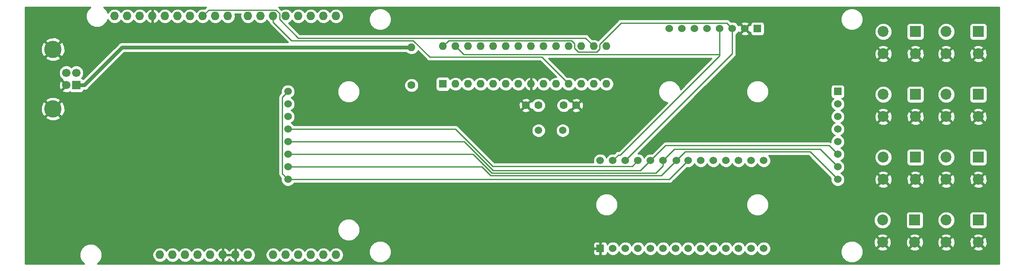
<source format=gbr>
G04 #@! TF.GenerationSoftware,KiCad,Pcbnew,(5.0.0)*
G04 #@! TF.CreationDate,2019-01-06T20:08:52-08:00*
G04 #@! TF.ProjectId,pcb_v1,7063625F76312E6B696361645F706362,1.0*
G04 #@! TF.SameCoordinates,Original*
G04 #@! TF.FileFunction,Copper,L2,Bot,Signal*
G04 #@! TF.FilePolarity,Positive*
%FSLAX46Y46*%
G04 Gerber Fmt 4.6, Leading zero omitted, Abs format (unit mm)*
G04 Created by KiCad (PCBNEW (5.0.0)) date 01/06/19 20:08:52*
%MOMM*%
%LPD*%
G01*
G04 APERTURE LIST*
G04 #@! TA.AperFunction,ComponentPad*
%ADD10R,1.600000X1.600000*%
G04 #@! TD*
G04 #@! TA.AperFunction,ComponentPad*
%ADD11O,1.600000X1.600000*%
G04 #@! TD*
G04 #@! TA.AperFunction,ComponentPad*
%ADD12R,1.524000X1.524000*%
G04 #@! TD*
G04 #@! TA.AperFunction,ComponentPad*
%ADD13C,1.524000*%
G04 #@! TD*
G04 #@! TA.AperFunction,ComponentPad*
%ADD14O,1.727200X1.727200*%
G04 #@! TD*
G04 #@! TA.AperFunction,ComponentPad*
%ADD15C,1.600000*%
G04 #@! TD*
G04 #@! TA.AperFunction,ComponentPad*
%ADD16C,3.500000*%
G04 #@! TD*
G04 #@! TA.AperFunction,ComponentPad*
%ADD17C,1.700000*%
G04 #@! TD*
G04 #@! TA.AperFunction,ComponentPad*
%ADD18R,1.700000X1.700000*%
G04 #@! TD*
G04 #@! TA.AperFunction,ComponentPad*
%ADD19C,2.200000*%
G04 #@! TD*
G04 #@! TA.AperFunction,ComponentPad*
%ADD20R,2.200000X2.200000*%
G04 #@! TD*
G04 #@! TA.AperFunction,ComponentPad*
%ADD21C,1.500000*%
G04 #@! TD*
G04 #@! TA.AperFunction,Conductor*
%ADD22C,0.762000*%
G04 #@! TD*
G04 #@! TA.AperFunction,Conductor*
%ADD23C,0.254000*%
G04 #@! TD*
G04 APERTURE END LIST*
D10*
G04 #@! TO.P,U1,1*
G04 #@! TO.N,Net-(R1-Pad1)*
X143510000Y-88646000D03*
D11*
G04 #@! TO.P,U1,15*
G04 #@! TO.N,SONG-*
X176530000Y-81026000D03*
G04 #@! TO.P,U1,2*
G04 #@! TO.N,Net-(U1-Pad2)*
X146050000Y-88646000D03*
G04 #@! TO.P,U1,16*
G04 #@! TO.N,CCS*
X173990000Y-81026000D03*
G04 #@! TO.P,U1,3*
G04 #@! TO.N,Net-(U1-Pad3)*
X148590000Y-88646000D03*
G04 #@! TO.P,U1,17*
G04 #@! TO.N,SONG+*
X171450000Y-81026000D03*
G04 #@! TO.P,U1,4*
G04 #@! TO.N,LCS*
X151130000Y-88646000D03*
G04 #@! TO.P,U1,18*
G04 #@! TO.N,BR-*
X168910000Y-81026000D03*
G04 #@! TO.P,U1,5*
G04 #@! TO.N,CLK*
X153670000Y-88646000D03*
G04 #@! TO.P,U1,19*
G04 #@! TO.N,Net-(U1-Pad19)*
X166370000Y-81026000D03*
G04 #@! TO.P,U1,6*
G04 #@! TO.N,DI*
X156210000Y-88646000D03*
G04 #@! TO.P,U1,20*
G04 #@! TO.N,+5V*
X163830000Y-81026000D03*
G04 #@! TO.P,U1,7*
X158750000Y-88646000D03*
G04 #@! TO.P,U1,21*
X161290000Y-81026000D03*
G04 #@! TO.P,U1,8*
G04 #@! TO.N,GND*
X161290000Y-88646000D03*
G04 #@! TO.P,U1,22*
X158750000Y-81026000D03*
G04 #@! TO.P,U1,9*
G04 #@! TO.N,Net-(C1-Pad2)*
X163830000Y-88646000D03*
G04 #@! TO.P,U1,23*
G04 #@! TO.N,BR+*
X156210000Y-81026000D03*
G04 #@! TO.P,U1,10*
G04 #@! TO.N,Net-(C2-Pad1)*
X166370000Y-88646000D03*
G04 #@! TO.P,U1,24*
G04 #@! TO.N,MIN-*
X153670000Y-81026000D03*
G04 #@! TO.P,U1,11*
G04 #@! TO.N,LAT*
X168910000Y-88646000D03*
G04 #@! TO.P,U1,25*
G04 #@! TO.N,Net-(U1-Pad25)*
X151130000Y-81026000D03*
G04 #@! TO.P,U1,12*
G04 #@! TO.N,HR+*
X171450000Y-88646000D03*
G04 #@! TO.P,U1,26*
G04 #@! TO.N,Net-(U1-Pad26)*
X148590000Y-81026000D03*
G04 #@! TO.P,U1,13*
G04 #@! TO.N,HR-*
X173990000Y-88646000D03*
G04 #@! TO.P,U1,27*
G04 #@! TO.N,SDA*
X146050000Y-81026000D03*
G04 #@! TO.P,U1,14*
G04 #@! TO.N,MIN+*
X176530000Y-88646000D03*
G04 #@! TO.P,U1,28*
G04 #@! TO.N,SCL*
X143510000Y-81026000D03*
G04 #@! TD*
D12*
G04 #@! TO.P,U3,1*
G04 #@! TO.N,COM1*
X223214001Y-90170000D03*
D13*
G04 #@! TO.P,U3,2*
G04 #@! TO.N,COM2*
X223214001Y-92710000D03*
G04 #@! TO.P,U3,3*
G04 #@! TO.N,COM3*
X223214001Y-95250000D03*
G04 #@! TO.P,U3,4*
G04 #@! TO.N,COM4*
X223214001Y-97790000D03*
G04 #@! TO.P,U3,5*
G04 #@! TO.N,COM5*
X223214001Y-100330000D03*
G04 #@! TO.P,U3,6*
G04 #@! TO.N,SEG_B_DP3-4*
X223214001Y-102870000D03*
G04 #@! TO.P,U3,7*
G04 #@! TO.N,SEG_C_DP1*
X223214001Y-105410000D03*
G04 #@! TO.P,U3,8*
G04 #@! TO.N,SEG_D_DP2*
X223214001Y-107950000D03*
G04 #@! TO.P,U3,9*
G04 #@! TO.N,SEG_E_DP5*
X112216001Y-107950000D03*
G04 #@! TO.P,U3,10*
G04 #@! TO.N,SEG_D_DP2*
X112216001Y-105410000D03*
G04 #@! TO.P,U3,11*
G04 #@! TO.N,SEG_C_DP1*
X112216001Y-102870000D03*
G04 #@! TO.P,U3,12*
G04 #@! TO.N,SEG_B_DP3-4*
X112216001Y-100330000D03*
G04 #@! TO.P,U3,13*
G04 #@! TO.N,SEG_A*
X112216001Y-97790000D03*
G04 #@! TO.P,U3,14*
G04 #@! TO.N,SEG_G*
X112216001Y-95250000D03*
G04 #@! TO.P,U3,15*
G04 #@! TO.N,SEG_F*
X112216001Y-92710000D03*
G04 #@! TO.P,U3,16*
G04 #@! TO.N,SEG_E_DP5*
X112216001Y-90170000D03*
G04 #@! TD*
G04 #@! TO.P,U4,8*
G04 #@! TO.N,Net-(U4-Pad8)*
X189230000Y-77470000D03*
G04 #@! TO.P,U4,7*
G04 #@! TO.N,Net-(U4-Pad7)*
X191770000Y-77470000D03*
G04 #@! TO.P,U4,6*
G04 #@! TO.N,Net-(U4-Pad6)*
X194310000Y-77470000D03*
G04 #@! TO.P,U4,5*
G04 #@! TO.N,Net-(U4-Pad5)*
X196850000Y-77470000D03*
G04 #@! TO.P,U4,4*
G04 #@! TO.N,SDA*
X199390000Y-77470000D03*
G04 #@! TO.P,U4,3*
G04 #@! TO.N,SCL*
X201930000Y-77470000D03*
G04 #@! TO.P,U4,2*
G04 #@! TO.N,GND*
X204470000Y-77470000D03*
D12*
G04 #@! TO.P,U4,1*
G04 #@! TO.N,+5V*
X207010000Y-77470000D03*
G04 #@! TD*
D13*
G04 #@! TO.P,U2,28*
G04 #@! TO.N,+5V*
X175260000Y-104140000D03*
G04 #@! TO.P,U2,27*
G04 #@! TO.N,SDA*
X177800000Y-104140000D03*
G04 #@! TO.P,U2,26*
G04 #@! TO.N,SCL*
X180340000Y-104140000D03*
G04 #@! TO.P,U2,25*
G04 #@! TO.N,SEG_A*
X182880000Y-104140000D03*
G04 #@! TO.P,U2,24*
G04 #@! TO.N,SEG_B_DP3-4*
X185420000Y-104140000D03*
G04 #@! TO.P,U2,23*
G04 #@! TO.N,SEG_C_DP1*
X187960000Y-104140000D03*
G04 #@! TO.P,U2,22*
G04 #@! TO.N,SEG_D_DP2*
X190627000Y-104140000D03*
G04 #@! TO.P,U2,21*
G04 #@! TO.N,SEG_E_DP5*
X193040000Y-104140000D03*
G04 #@! TO.P,U2,20*
G04 #@! TO.N,SEG_F*
X195580000Y-104140000D03*
G04 #@! TO.P,U2,19*
G04 #@! TO.N,SEG_G*
X198120000Y-104140000D03*
G04 #@! TO.P,U2,18*
G04 #@! TO.N,Net-(U2-Pad18)*
X200660000Y-104140000D03*
G04 #@! TO.P,U2,17*
G04 #@! TO.N,Net-(U2-Pad17)*
X203200000Y-104140000D03*
G04 #@! TO.P,U2,16*
G04 #@! TO.N,Net-(U2-Pad16)*
X205740000Y-104140000D03*
G04 #@! TO.P,U2,15*
G04 #@! TO.N,Net-(U2-Pad15)*
X208280000Y-104140000D03*
D12*
G04 #@! TO.P,U2,1*
G04 #@! TO.N,GND*
X175260000Y-121920000D03*
D13*
G04 #@! TO.P,U2,2*
G04 #@! TO.N,COM2*
X177800000Y-121920000D03*
G04 #@! TO.P,U2,3*
G04 #@! TO.N,COM3*
X180340000Y-121920000D03*
G04 #@! TO.P,U2,4*
G04 #@! TO.N,COM4*
X182880000Y-121920000D03*
G04 #@! TO.P,U2,5*
G04 #@! TO.N,COM5*
X185420000Y-121920000D03*
G04 #@! TO.P,U2,6*
G04 #@! TO.N,COM1*
X187960000Y-121920000D03*
G04 #@! TO.P,U2,7*
G04 #@! TO.N,Net-(U2-Pad7)*
X190500000Y-121920000D03*
G04 #@! TO.P,U2,8*
G04 #@! TO.N,Net-(U2-Pad8)*
X193040000Y-121920000D03*
G04 #@! TO.P,U2,9*
G04 #@! TO.N,Net-(U2-Pad9)*
X195580000Y-121920000D03*
G04 #@! TO.P,U2,10*
G04 #@! TO.N,Net-(U2-Pad10)*
X198120000Y-121920000D03*
G04 #@! TO.P,U2,11*
G04 #@! TO.N,Net-(U2-Pad11)*
X200660000Y-121920000D03*
G04 #@! TO.P,U2,12*
G04 #@! TO.N,Net-(U2-Pad12)*
X203200000Y-121920000D03*
G04 #@! TO.P,U2,13*
G04 #@! TO.N,Net-(U2-Pad13)*
X205740000Y-121920000D03*
G04 #@! TO.P,U2,14*
G04 #@! TO.N,Net-(U2-Pad14)*
X208280000Y-121920000D03*
G04 #@! TD*
D14*
G04 #@! TO.P,SHIELD1,A5*
G04 #@! TO.N,Net-(SHIELD1-PadA5)*
X121920000Y-123190000D03*
G04 #@! TO.P,SHIELD1,A4*
G04 #@! TO.N,Net-(SHIELD1-PadA4)*
X119380000Y-123190000D03*
G04 #@! TO.P,SHIELD1,A3*
G04 #@! TO.N,Net-(SHIELD1-PadA3)*
X116840000Y-123190000D03*
G04 #@! TO.P,SHIELD1,A2*
G04 #@! TO.N,Net-(SHIELD1-PadA2)*
X114300000Y-123190000D03*
G04 #@! TO.P,SHIELD1,A1*
G04 #@! TO.N,Net-(SHIELD1-PadA1)*
X111760000Y-123190000D03*
G04 #@! TO.P,SHIELD1,NC*
G04 #@! TO.N,Net-(SHIELD1-PadNC)*
X86360000Y-123190000D03*
G04 #@! TO.P,SHIELD1,D11*
G04 #@! TO.N,Net-(SHIELD1-PadD11)*
X92456000Y-74930000D03*
G04 #@! TO.P,SHIELD1,D12*
G04 #@! TO.N,Net-(SHIELD1-PadD12)*
X89916000Y-74930000D03*
G04 #@! TO.P,SHIELD1,D13*
G04 #@! TO.N,Net-(SHIELD1-PadD13)*
X87376000Y-74930000D03*
G04 #@! TO.P,SHIELD1,AREF*
G04 #@! TO.N,Net-(SHIELD1-PadAREF)*
X82296000Y-74930000D03*
G04 #@! TO.P,SHIELD1,SDA*
G04 #@! TO.N,Net-(SHIELD1-PadSDA)*
X79756000Y-74930000D03*
G04 #@! TO.P,SHIELD1,SCL*
G04 #@! TO.N,Net-(SHIELD1-PadSCL)*
X77216000Y-74930000D03*
G04 #@! TO.P,SHIELD1,D10*
G04 #@! TO.N,CCS*
X94996000Y-74930000D03*
G04 #@! TO.P,SHIELD1,D9*
G04 #@! TO.N,Net-(SHIELD1-PadD9)*
X97536000Y-74930000D03*
G04 #@! TO.P,SHIELD1,D8*
G04 #@! TO.N,Net-(SHIELD1-PadD8)*
X100076000Y-74930000D03*
G04 #@! TO.P,SHIELD1,GND3*
G04 #@! TO.N,GND*
X84836000Y-74930000D03*
G04 #@! TO.P,SHIELD1,D7*
G04 #@! TO.N,Net-(SHIELD1-PadD7)*
X104140000Y-74930000D03*
G04 #@! TO.P,SHIELD1,D6*
G04 #@! TO.N,Net-(SHIELD1-PadD6)*
X106680000Y-74930000D03*
G04 #@! TO.P,SHIELD1,D5*
G04 #@! TO.N,LAT*
X109220000Y-74930000D03*
G04 #@! TO.P,SHIELD1,D4*
G04 #@! TO.N,DI*
X111760000Y-74930000D03*
G04 #@! TO.P,SHIELD1,D3*
G04 #@! TO.N,CLK*
X114300000Y-74930000D03*
G04 #@! TO.P,SHIELD1,D2*
G04 #@! TO.N,LCS*
X116840000Y-74930000D03*
G04 #@! TO.P,SHIELD1,D1*
G04 #@! TO.N,Net-(SHIELD1-PadD1)*
X119380000Y-74930000D03*
G04 #@! TO.P,SHIELD1,D0*
G04 #@! TO.N,Net-(SHIELD1-PadD0)*
X121920000Y-74930000D03*
G04 #@! TO.P,SHIELD1,IORF*
G04 #@! TO.N,Net-(SHIELD1-PadIORF)*
X88900000Y-123190000D03*
G04 #@! TO.P,SHIELD1,RST1*
G04 #@! TO.N,Net-(SHIELD1-PadRST1)*
X91440000Y-123190000D03*
G04 #@! TO.P,SHIELD1,3V3*
G04 #@! TO.N,Net-(SHIELD1-Pad3V3)*
X93980000Y-123190000D03*
G04 #@! TO.P,SHIELD1,5VA*
G04 #@! TO.N,+5V*
X96520000Y-123190000D03*
G04 #@! TO.P,SHIELD1,GND1*
G04 #@! TO.N,GND*
X99060000Y-123190000D03*
G04 #@! TO.P,SHIELD1,GND2*
X101600000Y-123190000D03*
G04 #@! TO.P,SHIELD1,V_IN*
G04 #@! TO.N,Net-(SHIELD1-PadV_IN)*
X104140000Y-123190000D03*
G04 #@! TO.P,SHIELD1,A0*
G04 #@! TO.N,Net-(SHIELD1-PadA0)*
X109220000Y-123190000D03*
G04 #@! TD*
D15*
G04 #@! TO.P,C1,2*
G04 #@! TO.N,Net-(C1-Pad2)*
X162774000Y-92964000D03*
G04 #@! TO.P,C1,1*
G04 #@! TO.N,GND*
X160274000Y-92964000D03*
G04 #@! TD*
G04 #@! TO.P,C2,2*
G04 #@! TO.N,GND*
X170394000Y-92964000D03*
G04 #@! TO.P,C2,1*
G04 #@! TO.N,Net-(C2-Pad1)*
X167894000Y-92964000D03*
G04 #@! TD*
D16*
G04 #@! TO.P,J1,5*
G04 #@! TO.N,GND*
X64770000Y-81630000D03*
X64770000Y-93670000D03*
D17*
G04 #@! TO.P,J1,4*
X67480000Y-88900000D03*
G04 #@! TO.P,J1,3*
G04 #@! TO.N,Net-(J1-Pad3)*
X67480000Y-86400000D03*
G04 #@! TO.P,J1,2*
G04 #@! TO.N,Net-(J1-Pad2)*
X69480000Y-86400000D03*
D18*
G04 #@! TO.P,J1,1*
G04 #@! TO.N,+5V*
X69480000Y-88900000D03*
G04 #@! TD*
D11*
G04 #@! TO.P,R1,2*
G04 #@! TO.N,+5V*
X137160000Y-81280000D03*
D15*
G04 #@! TO.P,R1,1*
G04 #@! TO.N,Net-(R1-Pad1)*
X137160000Y-88900000D03*
G04 #@! TD*
D19*
G04 #@! TO.P,S1,3*
G04 #@! TO.N,GND*
X251610000Y-82550000D03*
G04 #@! TO.P,S1,4*
X245110000Y-82550000D03*
G04 #@! TO.P,S1,2*
G04 #@! TO.N,SONG-*
X245110000Y-78050000D03*
D20*
G04 #@! TO.P,S1,1*
X251610000Y-78050000D03*
G04 #@! TD*
D19*
G04 #@! TO.P,S2,3*
G04 #@! TO.N,GND*
X238910000Y-82550000D03*
G04 #@! TO.P,S2,4*
X232410000Y-82550000D03*
G04 #@! TO.P,S2,2*
G04 #@! TO.N,SONG+*
X232410000Y-78050000D03*
D20*
G04 #@! TO.P,S2,1*
X238910000Y-78050000D03*
G04 #@! TD*
D19*
G04 #@! TO.P,S3,3*
G04 #@! TO.N,GND*
X251610000Y-95250000D03*
G04 #@! TO.P,S3,4*
X245110000Y-95250000D03*
G04 #@! TO.P,S3,2*
G04 #@! TO.N,BR-*
X245110000Y-90750000D03*
D20*
G04 #@! TO.P,S3,1*
X251610000Y-90750000D03*
G04 #@! TD*
D19*
G04 #@! TO.P,S4,3*
G04 #@! TO.N,GND*
X238910000Y-95250000D03*
G04 #@! TO.P,S4,4*
X232410000Y-95250000D03*
G04 #@! TO.P,S4,2*
G04 #@! TO.N,BR+*
X232410000Y-90750000D03*
D20*
G04 #@! TO.P,S4,1*
X238910000Y-90750000D03*
G04 #@! TD*
D19*
G04 #@! TO.P,S5,3*
G04 #@! TO.N,GND*
X251610000Y-107950000D03*
G04 #@! TO.P,S5,4*
X245110000Y-107950000D03*
G04 #@! TO.P,S5,2*
G04 #@! TO.N,MIN-*
X245110000Y-103450000D03*
D20*
G04 #@! TO.P,S5,1*
X251610000Y-103450000D03*
G04 #@! TD*
D19*
G04 #@! TO.P,S6,3*
G04 #@! TO.N,GND*
X238910000Y-107950000D03*
G04 #@! TO.P,S6,4*
X232410000Y-107950000D03*
G04 #@! TO.P,S6,2*
G04 #@! TO.N,MIN+*
X232410000Y-103450000D03*
D20*
G04 #@! TO.P,S6,1*
X238910000Y-103450000D03*
G04 #@! TD*
D19*
G04 #@! TO.P,S7,3*
G04 #@! TO.N,GND*
X251610000Y-120650000D03*
G04 #@! TO.P,S7,4*
X245110000Y-120650000D03*
G04 #@! TO.P,S7,2*
G04 #@! TO.N,HR-*
X245110000Y-116150000D03*
D20*
G04 #@! TO.P,S7,1*
X251610000Y-116150000D03*
G04 #@! TD*
D19*
G04 #@! TO.P,S8,3*
G04 #@! TO.N,GND*
X238760000Y-120650000D03*
G04 #@! TO.P,S8,4*
X232260000Y-120650000D03*
G04 #@! TO.P,S8,2*
G04 #@! TO.N,HR+*
X232260000Y-116150000D03*
D20*
G04 #@! TO.P,S8,1*
X238760000Y-116150000D03*
G04 #@! TD*
D21*
G04 #@! TO.P,Y1,2*
G04 #@! TO.N,Net-(C2-Pad1)*
X167694000Y-98044000D03*
G04 #@! TO.P,Y1,1*
G04 #@! TO.N,Net-(C1-Pad2)*
X162814000Y-98044000D03*
G04 #@! TD*
D22*
G04 #@! TO.N,+5V*
X78712000Y-81280000D02*
X137160000Y-81280000D01*
X71092000Y-88900000D02*
X78712000Y-81280000D01*
X69480000Y-88900000D02*
X71092000Y-88900000D01*
D23*
G04 #@! TO.N,CCS*
X173990000Y-81026000D02*
X172300989Y-79336989D01*
X110515399Y-75552388D02*
X114300000Y-79336989D01*
X110515399Y-74383389D02*
X110515399Y-75552388D01*
X109817409Y-73685399D02*
X110515399Y-74383389D01*
X96240601Y-73685399D02*
X109817409Y-73685399D01*
X94996000Y-74930000D02*
X96240601Y-73685399D01*
X172300989Y-79336989D02*
X114300000Y-79336989D01*
G04 #@! TO.N,LAT*
X140850903Y-83223021D02*
X137472881Y-79844999D01*
X168910000Y-88646000D02*
X163487021Y-83223021D01*
X163487021Y-83223021D02*
X140850903Y-83223021D01*
X112913685Y-79844999D02*
X137472881Y-79844999D01*
X109220000Y-76151314D02*
X112913685Y-79844999D01*
X109220000Y-74930000D02*
X109220000Y-76151314D01*
G04 #@! TO.N,SDA*
X199390000Y-82804000D02*
X199390000Y-77470000D01*
X178943001Y-102996999D02*
X179334883Y-102996999D01*
X177800000Y-104140000D02*
X178943001Y-102996999D01*
X179334883Y-102996999D02*
X199390000Y-82941882D01*
X199301011Y-82715011D02*
X199390000Y-82804000D01*
X147739011Y-82715011D02*
X199301011Y-82715011D01*
X146050000Y-81026000D02*
X147739011Y-82715011D01*
X199390000Y-82941882D02*
X199390000Y-82804000D01*
G04 #@! TO.N,SCL*
X201930000Y-82550000D02*
X201930000Y-77470000D01*
X180340000Y-104140000D02*
X201930000Y-82550000D01*
X144309999Y-80226001D02*
X143510000Y-81026000D01*
X144691001Y-79844999D02*
X144309999Y-80226001D01*
X169476881Y-79844999D02*
X144691001Y-79844999D01*
X170091001Y-80459119D02*
X169476881Y-79844999D01*
X170091001Y-81445001D02*
X170091001Y-80459119D01*
X170853001Y-82207001D02*
X170091001Y-81445001D01*
X174556881Y-82207001D02*
X170853001Y-82207001D01*
X175171001Y-81592881D02*
X174556881Y-82207001D01*
X175171001Y-80606999D02*
X175171001Y-81592881D01*
X179451001Y-76326999D02*
X175171001Y-80606999D01*
X200786999Y-76326999D02*
X179451001Y-76326999D01*
X201930000Y-77470000D02*
X200786999Y-76326999D01*
G04 #@! TO.N,SEG_E_DP5*
X189230000Y-107950000D02*
X112216001Y-107950000D01*
X193040000Y-104140000D02*
X189230000Y-107950000D01*
X111073000Y-91313001D02*
X112216001Y-90170000D01*
X111073000Y-106806999D02*
X111073000Y-91313001D01*
X112216001Y-107950000D02*
X111073000Y-106806999D01*
G04 #@! TO.N,SEG_D_DP2*
X187578980Y-107188020D02*
X153162020Y-107188020D01*
X190627000Y-104140000D02*
X187578980Y-107188020D01*
X151384000Y-105410000D02*
X112216001Y-105410000D01*
X153162020Y-107188020D02*
X151384000Y-105410000D01*
X192405000Y-102362000D02*
X190627000Y-104140000D01*
X217626001Y-102362000D02*
X192405000Y-102362000D01*
X223214001Y-107950000D02*
X217626001Y-102362000D01*
G04 #@! TO.N,SEG_C_DP1*
X186497620Y-106680010D02*
X153416010Y-106680010D01*
X187960000Y-104140000D02*
X187960000Y-105217630D01*
X187960000Y-105217630D02*
X186497620Y-106680010D01*
X149606000Y-102870000D02*
X112268000Y-102870000D01*
X153416010Y-106680010D02*
X149606000Y-102870000D01*
X190246009Y-101853991D02*
X187960000Y-104140000D01*
X219657992Y-101853991D02*
X190246009Y-101853991D01*
X223214001Y-105410000D02*
X219657992Y-101853991D01*
G04 #@! TO.N,SEG_B_DP3-4*
X183388000Y-106172000D02*
X153670000Y-106172000D01*
X185420000Y-104140000D02*
X183388000Y-106172000D01*
X147828000Y-100330000D02*
X112216001Y-100330000D01*
X153670000Y-106172000D02*
X147828000Y-100330000D01*
X223214001Y-102870000D02*
X221436001Y-101092000D01*
X188468000Y-101092000D02*
X185420000Y-104140000D01*
X221436001Y-101092000D02*
X188468000Y-101092000D01*
G04 #@! TO.N,SEG_A*
X181736999Y-105283001D02*
X153543001Y-105283001D01*
X182880000Y-104140000D02*
X181736999Y-105283001D01*
X146050000Y-97790000D02*
X112216001Y-97790000D01*
X153543001Y-105283001D02*
X146050000Y-97790000D01*
G04 #@! TD*
G04 #@! TO.N,GND*
G36*
X71765259Y-73663974D02*
X71425000Y-74485431D01*
X71425000Y-75374569D01*
X71765259Y-76196026D01*
X72393974Y-76824741D01*
X73215431Y-77165000D01*
X74104569Y-77165000D01*
X74926026Y-76824741D01*
X75554741Y-76196026D01*
X75824472Y-75544839D01*
X76135570Y-76010430D01*
X76631275Y-76341650D01*
X77068402Y-76428600D01*
X77363598Y-76428600D01*
X77800725Y-76341650D01*
X78296430Y-76010430D01*
X78486000Y-75726719D01*
X78675570Y-76010430D01*
X79171275Y-76341650D01*
X79608402Y-76428600D01*
X79903598Y-76428600D01*
X80340725Y-76341650D01*
X80836430Y-76010430D01*
X81026000Y-75726719D01*
X81215570Y-76010430D01*
X81711275Y-76341650D01*
X82148402Y-76428600D01*
X82443598Y-76428600D01*
X82880725Y-76341650D01*
X83376430Y-76010430D01*
X83569037Y-75722174D01*
X83947510Y-76136821D01*
X84476973Y-76384968D01*
X84709000Y-76264469D01*
X84709000Y-75057000D01*
X84689000Y-75057000D01*
X84689000Y-74803000D01*
X84709000Y-74803000D01*
X84709000Y-73595531D01*
X84476973Y-73475032D01*
X83947510Y-73723179D01*
X83569037Y-74137826D01*
X83376430Y-73849570D01*
X82880725Y-73518350D01*
X82443598Y-73431400D01*
X82148402Y-73431400D01*
X81711275Y-73518350D01*
X81215570Y-73849570D01*
X81026000Y-74133281D01*
X80836430Y-73849570D01*
X80340725Y-73518350D01*
X79903598Y-73431400D01*
X79608402Y-73431400D01*
X79171275Y-73518350D01*
X78675570Y-73849570D01*
X78486000Y-74133281D01*
X78296430Y-73849570D01*
X77800725Y-73518350D01*
X77363598Y-73431400D01*
X77068402Y-73431400D01*
X76631275Y-73518350D01*
X76135570Y-73849570D01*
X75824472Y-74315161D01*
X75554741Y-73663974D01*
X74990767Y-73100000D01*
X95745150Y-73100000D01*
X95691230Y-73136028D01*
X95648719Y-73199650D01*
X95371614Y-73476755D01*
X95143598Y-73431400D01*
X94848402Y-73431400D01*
X94411275Y-73518350D01*
X93915570Y-73849570D01*
X93726000Y-74133281D01*
X93536430Y-73849570D01*
X93040725Y-73518350D01*
X92603598Y-73431400D01*
X92308402Y-73431400D01*
X91871275Y-73518350D01*
X91375570Y-73849570D01*
X91186000Y-74133281D01*
X90996430Y-73849570D01*
X90500725Y-73518350D01*
X90063598Y-73431400D01*
X89768402Y-73431400D01*
X89331275Y-73518350D01*
X88835570Y-73849570D01*
X88646000Y-74133281D01*
X88456430Y-73849570D01*
X87960725Y-73518350D01*
X87523598Y-73431400D01*
X87228402Y-73431400D01*
X86791275Y-73518350D01*
X86295570Y-73849570D01*
X86102963Y-74137826D01*
X85724490Y-73723179D01*
X85195027Y-73475032D01*
X84963000Y-73595531D01*
X84963000Y-74803000D01*
X84983000Y-74803000D01*
X84983000Y-75057000D01*
X84963000Y-75057000D01*
X84963000Y-76264469D01*
X85195027Y-76384968D01*
X85724490Y-76136821D01*
X86102963Y-75722174D01*
X86295570Y-76010430D01*
X86791275Y-76341650D01*
X87228402Y-76428600D01*
X87523598Y-76428600D01*
X87960725Y-76341650D01*
X88456430Y-76010430D01*
X88646000Y-75726719D01*
X88835570Y-76010430D01*
X89331275Y-76341650D01*
X89768402Y-76428600D01*
X90063598Y-76428600D01*
X90500725Y-76341650D01*
X90996430Y-76010430D01*
X91186000Y-75726719D01*
X91375570Y-76010430D01*
X91871275Y-76341650D01*
X92308402Y-76428600D01*
X92603598Y-76428600D01*
X93040725Y-76341650D01*
X93536430Y-76010430D01*
X93726000Y-75726719D01*
X93915570Y-76010430D01*
X94411275Y-76341650D01*
X94848402Y-76428600D01*
X95143598Y-76428600D01*
X95580725Y-76341650D01*
X96076430Y-76010430D01*
X96266000Y-75726719D01*
X96455570Y-76010430D01*
X96951275Y-76341650D01*
X97388402Y-76428600D01*
X97683598Y-76428600D01*
X98120725Y-76341650D01*
X98616430Y-76010430D01*
X98806000Y-75726719D01*
X98995570Y-76010430D01*
X99491275Y-76341650D01*
X99928402Y-76428600D01*
X100223598Y-76428600D01*
X100660725Y-76341650D01*
X101156430Y-76010430D01*
X101487650Y-75514725D01*
X101603959Y-74930000D01*
X101507964Y-74447399D01*
X102708036Y-74447399D01*
X102612041Y-74930000D01*
X102728350Y-75514725D01*
X103059570Y-76010430D01*
X103555275Y-76341650D01*
X103992402Y-76428600D01*
X104287598Y-76428600D01*
X104724725Y-76341650D01*
X105220430Y-76010430D01*
X105410000Y-75726719D01*
X105599570Y-76010430D01*
X106095275Y-76341650D01*
X106532402Y-76428600D01*
X106827598Y-76428600D01*
X107264725Y-76341650D01*
X107760430Y-76010430D01*
X107950000Y-75726719D01*
X108139570Y-76010430D01*
X108457275Y-76222714D01*
X108502213Y-76448631D01*
X108619603Y-76624317D01*
X108670630Y-76700685D01*
X108734251Y-76743195D01*
X112255055Y-80264000D01*
X78812063Y-80264000D01*
X78711999Y-80244096D01*
X78611935Y-80264000D01*
X78315577Y-80322949D01*
X78315576Y-80322950D01*
X78315575Y-80322950D01*
X78303906Y-80330747D01*
X77979505Y-80547505D01*
X77922822Y-80632337D01*
X70857969Y-87697191D01*
X70787809Y-87592191D01*
X70577765Y-87451843D01*
X70536477Y-87443630D01*
X70738922Y-87241185D01*
X70965000Y-86695385D01*
X70965000Y-86104615D01*
X70738922Y-85558815D01*
X70321185Y-85141078D01*
X69775385Y-84915000D01*
X69184615Y-84915000D01*
X68638815Y-85141078D01*
X68480000Y-85299893D01*
X68321185Y-85141078D01*
X67775385Y-84915000D01*
X67184615Y-84915000D01*
X66638815Y-85141078D01*
X66221078Y-85558815D01*
X65995000Y-86104615D01*
X65995000Y-86695385D01*
X66221078Y-87241185D01*
X66638815Y-87658922D01*
X66673963Y-87673481D01*
X66615647Y-87856042D01*
X67480000Y-88720395D01*
X67494143Y-88706253D01*
X67673748Y-88885858D01*
X67659605Y-88900000D01*
X67673748Y-88914143D01*
X67494143Y-89093748D01*
X67480000Y-89079605D01*
X66615647Y-89943958D01*
X66695920Y-90195259D01*
X67251279Y-90396718D01*
X67841458Y-90370315D01*
X68195761Y-90223558D01*
X68382235Y-90348157D01*
X68630000Y-90397440D01*
X70330000Y-90397440D01*
X70577765Y-90348157D01*
X70787809Y-90207809D01*
X70928157Y-89997765D01*
X70944421Y-89916000D01*
X70991937Y-89916000D01*
X71092000Y-89935904D01*
X71192063Y-89916000D01*
X71192065Y-89916000D01*
X71488423Y-89857051D01*
X71824495Y-89632495D01*
X71881180Y-89547660D01*
X79132841Y-82296000D01*
X136113010Y-82296000D01*
X136125423Y-82314577D01*
X136600091Y-82631740D01*
X137018667Y-82715000D01*
X137301333Y-82715000D01*
X137719909Y-82631740D01*
X138194577Y-82314577D01*
X138463042Y-81912791D01*
X140259020Y-83708769D01*
X140301532Y-83772392D01*
X140553586Y-83940809D01*
X140775855Y-83985021D01*
X140775856Y-83985021D01*
X140850903Y-83999949D01*
X140925950Y-83985021D01*
X163171391Y-83985021D01*
X166397370Y-87211000D01*
X166228667Y-87211000D01*
X165810091Y-87294260D01*
X165335423Y-87611423D01*
X165100000Y-87963758D01*
X164864577Y-87611423D01*
X164389909Y-87294260D01*
X163971333Y-87211000D01*
X163688667Y-87211000D01*
X163270091Y-87294260D01*
X162795423Y-87611423D01*
X162539053Y-87995108D01*
X162442389Y-87790866D01*
X162027423Y-87414959D01*
X161639039Y-87254096D01*
X161417000Y-87376085D01*
X161417000Y-88519000D01*
X161437000Y-88519000D01*
X161437000Y-88773000D01*
X161417000Y-88773000D01*
X161417000Y-89915915D01*
X161639039Y-90037904D01*
X162027423Y-89877041D01*
X162442389Y-89501134D01*
X162539053Y-89296892D01*
X162795423Y-89680577D01*
X163270091Y-89997740D01*
X163688667Y-90081000D01*
X163971333Y-90081000D01*
X164389909Y-89997740D01*
X164864577Y-89680577D01*
X165100000Y-89328242D01*
X165335423Y-89680577D01*
X165810091Y-89997740D01*
X166228667Y-90081000D01*
X166511333Y-90081000D01*
X166929909Y-89997740D01*
X167404577Y-89680577D01*
X167640000Y-89328242D01*
X167875423Y-89680577D01*
X168350091Y-89997740D01*
X168768667Y-90081000D01*
X169051333Y-90081000D01*
X169469909Y-89997740D01*
X169944577Y-89680577D01*
X170180000Y-89328242D01*
X170415423Y-89680577D01*
X170890091Y-89997740D01*
X171308667Y-90081000D01*
X171591333Y-90081000D01*
X172009909Y-89997740D01*
X172484577Y-89680577D01*
X172720000Y-89328242D01*
X172955423Y-89680577D01*
X173430091Y-89997740D01*
X173848667Y-90081000D01*
X174131333Y-90081000D01*
X174549909Y-89997740D01*
X175024577Y-89680577D01*
X175260000Y-89328242D01*
X175495423Y-89680577D01*
X175970091Y-89997740D01*
X176388667Y-90081000D01*
X176671333Y-90081000D01*
X177089909Y-89997740D01*
X177564577Y-89680577D01*
X177881740Y-89205909D01*
X177993113Y-88646000D01*
X177881740Y-88086091D01*
X177564577Y-87611423D01*
X177089909Y-87294260D01*
X176671333Y-87211000D01*
X176388667Y-87211000D01*
X175970091Y-87294260D01*
X175495423Y-87611423D01*
X175260000Y-87963758D01*
X175024577Y-87611423D01*
X174549909Y-87294260D01*
X174131333Y-87211000D01*
X173848667Y-87211000D01*
X173430091Y-87294260D01*
X172955423Y-87611423D01*
X172720000Y-87963758D01*
X172484577Y-87611423D01*
X172009909Y-87294260D01*
X171591333Y-87211000D01*
X171308667Y-87211000D01*
X170890091Y-87294260D01*
X170415423Y-87611423D01*
X170180000Y-87963758D01*
X169944577Y-87611423D01*
X169469909Y-87294260D01*
X169051333Y-87211000D01*
X168768667Y-87211000D01*
X168588473Y-87246843D01*
X164818641Y-83477011D01*
X197777241Y-83477011D01*
X191465000Y-89789252D01*
X191465000Y-89725431D01*
X191124741Y-88903974D01*
X190496026Y-88275259D01*
X189674569Y-87935000D01*
X188785431Y-87935000D01*
X187963974Y-88275259D01*
X187335259Y-88903974D01*
X186995000Y-89725431D01*
X186995000Y-90614569D01*
X187335259Y-91436026D01*
X187963974Y-92064741D01*
X188785431Y-92405000D01*
X188849252Y-92405000D01*
X179019253Y-102234999D01*
X179018048Y-102234999D01*
X178943001Y-102220071D01*
X178867954Y-102234999D01*
X178867953Y-102234999D01*
X178645684Y-102279211D01*
X178393630Y-102447628D01*
X178351119Y-102511250D01*
X178107218Y-102755152D01*
X178077881Y-102743000D01*
X177522119Y-102743000D01*
X177008663Y-102955680D01*
X176615680Y-103348663D01*
X176530000Y-103555513D01*
X176444320Y-103348663D01*
X176051337Y-102955680D01*
X175537881Y-102743000D01*
X174982119Y-102743000D01*
X174468663Y-102955680D01*
X174075680Y-103348663D01*
X173863000Y-103862119D01*
X173863000Y-104417881D01*
X173905714Y-104521001D01*
X153858632Y-104521001D01*
X147106137Y-97768506D01*
X161429000Y-97768506D01*
X161429000Y-98319494D01*
X161639853Y-98828540D01*
X162029460Y-99218147D01*
X162538506Y-99429000D01*
X163089494Y-99429000D01*
X163598540Y-99218147D01*
X163988147Y-98828540D01*
X164199000Y-98319494D01*
X164199000Y-97768506D01*
X166309000Y-97768506D01*
X166309000Y-98319494D01*
X166519853Y-98828540D01*
X166909460Y-99218147D01*
X167418506Y-99429000D01*
X167969494Y-99429000D01*
X168478540Y-99218147D01*
X168868147Y-98828540D01*
X169079000Y-98319494D01*
X169079000Y-97768506D01*
X168868147Y-97259460D01*
X168478540Y-96869853D01*
X167969494Y-96659000D01*
X167418506Y-96659000D01*
X166909460Y-96869853D01*
X166519853Y-97259460D01*
X166309000Y-97768506D01*
X164199000Y-97768506D01*
X163988147Y-97259460D01*
X163598540Y-96869853D01*
X163089494Y-96659000D01*
X162538506Y-96659000D01*
X162029460Y-96869853D01*
X161639853Y-97259460D01*
X161429000Y-97768506D01*
X147106137Y-97768506D01*
X146641883Y-97304253D01*
X146599371Y-97240629D01*
X146347317Y-97072212D01*
X146125048Y-97028000D01*
X146125043Y-97028000D01*
X146050000Y-97013073D01*
X145974957Y-97028000D01*
X113412473Y-97028000D01*
X113400321Y-96998663D01*
X113007338Y-96605680D01*
X112800488Y-96520000D01*
X113007338Y-96434320D01*
X113400321Y-96041337D01*
X113613001Y-95527881D01*
X113613001Y-94972119D01*
X113400321Y-94458663D01*
X113007338Y-94065680D01*
X112800488Y-93980000D01*
X112820417Y-93971745D01*
X159445861Y-93971745D01*
X159519995Y-94217864D01*
X160057223Y-94410965D01*
X160627454Y-94383778D01*
X161028005Y-94217864D01*
X161102139Y-93971745D01*
X160274000Y-93143605D01*
X159445861Y-93971745D01*
X112820417Y-93971745D01*
X113007338Y-93894320D01*
X113400321Y-93501337D01*
X113613001Y-92987881D01*
X113613001Y-92747223D01*
X158827035Y-92747223D01*
X158854222Y-93317454D01*
X159020136Y-93718005D01*
X159266255Y-93792139D01*
X160094395Y-92964000D01*
X160453605Y-92964000D01*
X161281745Y-93792139D01*
X161527864Y-93718005D01*
X161530290Y-93711254D01*
X161557466Y-93776862D01*
X161961138Y-94180534D01*
X162488561Y-94399000D01*
X163059439Y-94399000D01*
X163586862Y-94180534D01*
X163990534Y-93776862D01*
X164209000Y-93249439D01*
X164209000Y-92678561D01*
X166459000Y-92678561D01*
X166459000Y-93249439D01*
X166677466Y-93776862D01*
X167081138Y-94180534D01*
X167608561Y-94399000D01*
X168179439Y-94399000D01*
X168706862Y-94180534D01*
X168915651Y-93971745D01*
X169565861Y-93971745D01*
X169639995Y-94217864D01*
X170177223Y-94410965D01*
X170747454Y-94383778D01*
X171148005Y-94217864D01*
X171222139Y-93971745D01*
X170394000Y-93143605D01*
X169565861Y-93971745D01*
X168915651Y-93971745D01*
X169110534Y-93776862D01*
X169137525Y-93711701D01*
X169140136Y-93718005D01*
X169386255Y-93792139D01*
X170214395Y-92964000D01*
X170573605Y-92964000D01*
X171401745Y-93792139D01*
X171647864Y-93718005D01*
X171840965Y-93180777D01*
X171813778Y-92610546D01*
X171647864Y-92209995D01*
X171401745Y-92135861D01*
X170573605Y-92964000D01*
X170214395Y-92964000D01*
X169386255Y-92135861D01*
X169140136Y-92209995D01*
X169137710Y-92216746D01*
X169110534Y-92151138D01*
X168915651Y-91956255D01*
X169565861Y-91956255D01*
X170394000Y-92784395D01*
X171222139Y-91956255D01*
X171148005Y-91710136D01*
X170610777Y-91517035D01*
X170040546Y-91544222D01*
X169639995Y-91710136D01*
X169565861Y-91956255D01*
X168915651Y-91956255D01*
X168706862Y-91747466D01*
X168179439Y-91529000D01*
X167608561Y-91529000D01*
X167081138Y-91747466D01*
X166677466Y-92151138D01*
X166459000Y-92678561D01*
X164209000Y-92678561D01*
X163990534Y-92151138D01*
X163586862Y-91747466D01*
X163059439Y-91529000D01*
X162488561Y-91529000D01*
X161961138Y-91747466D01*
X161557466Y-92151138D01*
X161530475Y-92216299D01*
X161527864Y-92209995D01*
X161281745Y-92135861D01*
X160453605Y-92964000D01*
X160094395Y-92964000D01*
X159266255Y-92135861D01*
X159020136Y-92209995D01*
X158827035Y-92747223D01*
X113613001Y-92747223D01*
X113613001Y-92432119D01*
X113400321Y-91918663D01*
X113007338Y-91525680D01*
X112800488Y-91440000D01*
X113007338Y-91354320D01*
X113400321Y-90961337D01*
X113613001Y-90447881D01*
X113613001Y-89892119D01*
X113543957Y-89725431D01*
X122225000Y-89725431D01*
X122225000Y-90614569D01*
X122565259Y-91436026D01*
X123193974Y-92064741D01*
X124015431Y-92405000D01*
X124904569Y-92405000D01*
X125726026Y-92064741D01*
X125834512Y-91956255D01*
X159445861Y-91956255D01*
X160274000Y-92784395D01*
X161102139Y-91956255D01*
X161028005Y-91710136D01*
X160490777Y-91517035D01*
X159920546Y-91544222D01*
X159519995Y-91710136D01*
X159445861Y-91956255D01*
X125834512Y-91956255D01*
X126354741Y-91436026D01*
X126695000Y-90614569D01*
X126695000Y-89725431D01*
X126354741Y-88903974D01*
X126065328Y-88614561D01*
X135725000Y-88614561D01*
X135725000Y-89185439D01*
X135943466Y-89712862D01*
X136347138Y-90116534D01*
X136874561Y-90335000D01*
X137445439Y-90335000D01*
X137972862Y-90116534D01*
X138376534Y-89712862D01*
X138595000Y-89185439D01*
X138595000Y-88614561D01*
X138376534Y-88087138D01*
X138135396Y-87846000D01*
X142062560Y-87846000D01*
X142062560Y-89446000D01*
X142111843Y-89693765D01*
X142252191Y-89903809D01*
X142462235Y-90044157D01*
X142710000Y-90093440D01*
X144310000Y-90093440D01*
X144557765Y-90044157D01*
X144767809Y-89903809D01*
X144908157Y-89693765D01*
X144934785Y-89559894D01*
X145015423Y-89680577D01*
X145490091Y-89997740D01*
X145908667Y-90081000D01*
X146191333Y-90081000D01*
X146609909Y-89997740D01*
X147084577Y-89680577D01*
X147320000Y-89328242D01*
X147555423Y-89680577D01*
X148030091Y-89997740D01*
X148448667Y-90081000D01*
X148731333Y-90081000D01*
X149149909Y-89997740D01*
X149624577Y-89680577D01*
X149860000Y-89328242D01*
X150095423Y-89680577D01*
X150570091Y-89997740D01*
X150988667Y-90081000D01*
X151271333Y-90081000D01*
X151689909Y-89997740D01*
X152164577Y-89680577D01*
X152400000Y-89328242D01*
X152635423Y-89680577D01*
X153110091Y-89997740D01*
X153528667Y-90081000D01*
X153811333Y-90081000D01*
X154229909Y-89997740D01*
X154704577Y-89680577D01*
X154940000Y-89328242D01*
X155175423Y-89680577D01*
X155650091Y-89997740D01*
X156068667Y-90081000D01*
X156351333Y-90081000D01*
X156769909Y-89997740D01*
X157244577Y-89680577D01*
X157480000Y-89328242D01*
X157715423Y-89680577D01*
X158190091Y-89997740D01*
X158608667Y-90081000D01*
X158891333Y-90081000D01*
X159309909Y-89997740D01*
X159784577Y-89680577D01*
X160040947Y-89296892D01*
X160137611Y-89501134D01*
X160552577Y-89877041D01*
X160940961Y-90037904D01*
X161163000Y-89915915D01*
X161163000Y-88773000D01*
X161143000Y-88773000D01*
X161143000Y-88519000D01*
X161163000Y-88519000D01*
X161163000Y-87376085D01*
X160940961Y-87254096D01*
X160552577Y-87414959D01*
X160137611Y-87790866D01*
X160040947Y-87995108D01*
X159784577Y-87611423D01*
X159309909Y-87294260D01*
X158891333Y-87211000D01*
X158608667Y-87211000D01*
X158190091Y-87294260D01*
X157715423Y-87611423D01*
X157480000Y-87963758D01*
X157244577Y-87611423D01*
X156769909Y-87294260D01*
X156351333Y-87211000D01*
X156068667Y-87211000D01*
X155650091Y-87294260D01*
X155175423Y-87611423D01*
X154940000Y-87963758D01*
X154704577Y-87611423D01*
X154229909Y-87294260D01*
X153811333Y-87211000D01*
X153528667Y-87211000D01*
X153110091Y-87294260D01*
X152635423Y-87611423D01*
X152400000Y-87963758D01*
X152164577Y-87611423D01*
X151689909Y-87294260D01*
X151271333Y-87211000D01*
X150988667Y-87211000D01*
X150570091Y-87294260D01*
X150095423Y-87611423D01*
X149860000Y-87963758D01*
X149624577Y-87611423D01*
X149149909Y-87294260D01*
X148731333Y-87211000D01*
X148448667Y-87211000D01*
X148030091Y-87294260D01*
X147555423Y-87611423D01*
X147320000Y-87963758D01*
X147084577Y-87611423D01*
X146609909Y-87294260D01*
X146191333Y-87211000D01*
X145908667Y-87211000D01*
X145490091Y-87294260D01*
X145015423Y-87611423D01*
X144934785Y-87732106D01*
X144908157Y-87598235D01*
X144767809Y-87388191D01*
X144557765Y-87247843D01*
X144310000Y-87198560D01*
X142710000Y-87198560D01*
X142462235Y-87247843D01*
X142252191Y-87388191D01*
X142111843Y-87598235D01*
X142062560Y-87846000D01*
X138135396Y-87846000D01*
X137972862Y-87683466D01*
X137445439Y-87465000D01*
X136874561Y-87465000D01*
X136347138Y-87683466D01*
X135943466Y-88087138D01*
X135725000Y-88614561D01*
X126065328Y-88614561D01*
X125726026Y-88275259D01*
X124904569Y-87935000D01*
X124015431Y-87935000D01*
X123193974Y-88275259D01*
X122565259Y-88903974D01*
X122225000Y-89725431D01*
X113543957Y-89725431D01*
X113400321Y-89378663D01*
X113007338Y-88985680D01*
X112493882Y-88773000D01*
X111938120Y-88773000D01*
X111424664Y-88985680D01*
X111031681Y-89378663D01*
X110819001Y-89892119D01*
X110819001Y-90447881D01*
X110831153Y-90477218D01*
X110587251Y-90721120D01*
X110523630Y-90763630D01*
X110481119Y-90827252D01*
X110481118Y-90827253D01*
X110355213Y-91015684D01*
X110296073Y-91313001D01*
X110311001Y-91388049D01*
X110311000Y-106731956D01*
X110296073Y-106806999D01*
X110311000Y-106882042D01*
X110311000Y-106882046D01*
X110355212Y-107104315D01*
X110523629Y-107356370D01*
X110587253Y-107398882D01*
X110831153Y-107642782D01*
X110819001Y-107672119D01*
X110819001Y-108227881D01*
X111031681Y-108741337D01*
X111424664Y-109134320D01*
X111938120Y-109347000D01*
X112493882Y-109347000D01*
X113007338Y-109134320D01*
X113400321Y-108741337D01*
X113412473Y-108712000D01*
X189154957Y-108712000D01*
X189230000Y-108726927D01*
X189305043Y-108712000D01*
X189305048Y-108712000D01*
X189527317Y-108667788D01*
X189779371Y-108499371D01*
X189821883Y-108435747D01*
X192732782Y-105524848D01*
X192762119Y-105537000D01*
X193317881Y-105537000D01*
X193831337Y-105324320D01*
X194224320Y-104931337D01*
X194310000Y-104724487D01*
X194395680Y-104931337D01*
X194788663Y-105324320D01*
X195302119Y-105537000D01*
X195857881Y-105537000D01*
X196371337Y-105324320D01*
X196764320Y-104931337D01*
X196850000Y-104724487D01*
X196935680Y-104931337D01*
X197328663Y-105324320D01*
X197842119Y-105537000D01*
X198397881Y-105537000D01*
X198911337Y-105324320D01*
X199304320Y-104931337D01*
X199390000Y-104724487D01*
X199475680Y-104931337D01*
X199868663Y-105324320D01*
X200382119Y-105537000D01*
X200937881Y-105537000D01*
X201451337Y-105324320D01*
X201844320Y-104931337D01*
X201930000Y-104724487D01*
X202015680Y-104931337D01*
X202408663Y-105324320D01*
X202922119Y-105537000D01*
X203477881Y-105537000D01*
X203991337Y-105324320D01*
X204384320Y-104931337D01*
X204470000Y-104724487D01*
X204555680Y-104931337D01*
X204948663Y-105324320D01*
X205462119Y-105537000D01*
X206017881Y-105537000D01*
X206531337Y-105324320D01*
X206924320Y-104931337D01*
X207010000Y-104724487D01*
X207095680Y-104931337D01*
X207488663Y-105324320D01*
X208002119Y-105537000D01*
X208557881Y-105537000D01*
X209071337Y-105324320D01*
X209464320Y-104931337D01*
X209677000Y-104417881D01*
X209677000Y-103862119D01*
X209464320Y-103348663D01*
X209239657Y-103124000D01*
X217310371Y-103124000D01*
X221829153Y-107642782D01*
X221817001Y-107672119D01*
X221817001Y-108227881D01*
X222029681Y-108741337D01*
X222422664Y-109134320D01*
X222936120Y-109347000D01*
X223491882Y-109347000D01*
X223907446Y-109174868D01*
X231364737Y-109174868D01*
X231475641Y-109452099D01*
X232121593Y-109695323D01*
X232811453Y-109672836D01*
X233344359Y-109452099D01*
X233455263Y-109174868D01*
X237864737Y-109174868D01*
X237975641Y-109452099D01*
X238621593Y-109695323D01*
X239311453Y-109672836D01*
X239844359Y-109452099D01*
X239955263Y-109174868D01*
X244064737Y-109174868D01*
X244175641Y-109452099D01*
X244821593Y-109695323D01*
X245511453Y-109672836D01*
X246044359Y-109452099D01*
X246155263Y-109174868D01*
X250564737Y-109174868D01*
X250675641Y-109452099D01*
X251321593Y-109695323D01*
X252011453Y-109672836D01*
X252544359Y-109452099D01*
X252655263Y-109174868D01*
X251610000Y-108129605D01*
X250564737Y-109174868D01*
X246155263Y-109174868D01*
X245110000Y-108129605D01*
X244064737Y-109174868D01*
X239955263Y-109174868D01*
X238910000Y-108129605D01*
X237864737Y-109174868D01*
X233455263Y-109174868D01*
X232410000Y-108129605D01*
X231364737Y-109174868D01*
X223907446Y-109174868D01*
X224005338Y-109134320D01*
X224398321Y-108741337D01*
X224611001Y-108227881D01*
X224611001Y-107672119D01*
X224606641Y-107661593D01*
X230664677Y-107661593D01*
X230687164Y-108351453D01*
X230907901Y-108884359D01*
X231185132Y-108995263D01*
X232230395Y-107950000D01*
X232589605Y-107950000D01*
X233634868Y-108995263D01*
X233912099Y-108884359D01*
X234155323Y-108238407D01*
X234136521Y-107661593D01*
X237164677Y-107661593D01*
X237187164Y-108351453D01*
X237407901Y-108884359D01*
X237685132Y-108995263D01*
X238730395Y-107950000D01*
X239089605Y-107950000D01*
X240134868Y-108995263D01*
X240412099Y-108884359D01*
X240655323Y-108238407D01*
X240636521Y-107661593D01*
X243364677Y-107661593D01*
X243387164Y-108351453D01*
X243607901Y-108884359D01*
X243885132Y-108995263D01*
X244930395Y-107950000D01*
X245289605Y-107950000D01*
X246334868Y-108995263D01*
X246612099Y-108884359D01*
X246855323Y-108238407D01*
X246836521Y-107661593D01*
X249864677Y-107661593D01*
X249887164Y-108351453D01*
X250107901Y-108884359D01*
X250385132Y-108995263D01*
X251430395Y-107950000D01*
X251789605Y-107950000D01*
X252834868Y-108995263D01*
X253112099Y-108884359D01*
X253355323Y-108238407D01*
X253332836Y-107548547D01*
X253112099Y-107015641D01*
X252834868Y-106904737D01*
X251789605Y-107950000D01*
X251430395Y-107950000D01*
X250385132Y-106904737D01*
X250107901Y-107015641D01*
X249864677Y-107661593D01*
X246836521Y-107661593D01*
X246832836Y-107548547D01*
X246612099Y-107015641D01*
X246334868Y-106904737D01*
X245289605Y-107950000D01*
X244930395Y-107950000D01*
X243885132Y-106904737D01*
X243607901Y-107015641D01*
X243364677Y-107661593D01*
X240636521Y-107661593D01*
X240632836Y-107548547D01*
X240412099Y-107015641D01*
X240134868Y-106904737D01*
X239089605Y-107950000D01*
X238730395Y-107950000D01*
X237685132Y-106904737D01*
X237407901Y-107015641D01*
X237164677Y-107661593D01*
X234136521Y-107661593D01*
X234132836Y-107548547D01*
X233912099Y-107015641D01*
X233634868Y-106904737D01*
X232589605Y-107950000D01*
X232230395Y-107950000D01*
X231185132Y-106904737D01*
X230907901Y-107015641D01*
X230664677Y-107661593D01*
X224606641Y-107661593D01*
X224398321Y-107158663D01*
X224005338Y-106765680D01*
X223907447Y-106725132D01*
X231364737Y-106725132D01*
X232410000Y-107770395D01*
X233455263Y-106725132D01*
X237864737Y-106725132D01*
X238910000Y-107770395D01*
X239955263Y-106725132D01*
X244064737Y-106725132D01*
X245110000Y-107770395D01*
X246155263Y-106725132D01*
X250564737Y-106725132D01*
X251610000Y-107770395D01*
X252655263Y-106725132D01*
X252544359Y-106447901D01*
X251898407Y-106204677D01*
X251208547Y-106227164D01*
X250675641Y-106447901D01*
X250564737Y-106725132D01*
X246155263Y-106725132D01*
X246044359Y-106447901D01*
X245398407Y-106204677D01*
X244708547Y-106227164D01*
X244175641Y-106447901D01*
X244064737Y-106725132D01*
X239955263Y-106725132D01*
X239844359Y-106447901D01*
X239198407Y-106204677D01*
X238508547Y-106227164D01*
X237975641Y-106447901D01*
X237864737Y-106725132D01*
X233455263Y-106725132D01*
X233344359Y-106447901D01*
X232698407Y-106204677D01*
X232008547Y-106227164D01*
X231475641Y-106447901D01*
X231364737Y-106725132D01*
X223907447Y-106725132D01*
X223798488Y-106680000D01*
X224005338Y-106594320D01*
X224398321Y-106201337D01*
X224611001Y-105687881D01*
X224611001Y-105132119D01*
X224398321Y-104618663D01*
X224005338Y-104225680D01*
X223798488Y-104140000D01*
X224005338Y-104054320D01*
X224398321Y-103661337D01*
X224611001Y-103147881D01*
X224611001Y-103104887D01*
X230675000Y-103104887D01*
X230675000Y-103795113D01*
X230939138Y-104432799D01*
X231427201Y-104920862D01*
X232064887Y-105185000D01*
X232755113Y-105185000D01*
X233392799Y-104920862D01*
X233880862Y-104432799D01*
X234145000Y-103795113D01*
X234145000Y-103104887D01*
X233880862Y-102467201D01*
X233763661Y-102350000D01*
X237162560Y-102350000D01*
X237162560Y-104550000D01*
X237211843Y-104797765D01*
X237352191Y-105007809D01*
X237562235Y-105148157D01*
X237810000Y-105197440D01*
X240010000Y-105197440D01*
X240257765Y-105148157D01*
X240467809Y-105007809D01*
X240608157Y-104797765D01*
X240657440Y-104550000D01*
X240657440Y-103104887D01*
X243375000Y-103104887D01*
X243375000Y-103795113D01*
X243639138Y-104432799D01*
X244127201Y-104920862D01*
X244764887Y-105185000D01*
X245455113Y-105185000D01*
X246092799Y-104920862D01*
X246580862Y-104432799D01*
X246845000Y-103795113D01*
X246845000Y-103104887D01*
X246580862Y-102467201D01*
X246463661Y-102350000D01*
X249862560Y-102350000D01*
X249862560Y-104550000D01*
X249911843Y-104797765D01*
X250052191Y-105007809D01*
X250262235Y-105148157D01*
X250510000Y-105197440D01*
X252710000Y-105197440D01*
X252957765Y-105148157D01*
X253167809Y-105007809D01*
X253308157Y-104797765D01*
X253357440Y-104550000D01*
X253357440Y-102350000D01*
X253308157Y-102102235D01*
X253167809Y-101892191D01*
X252957765Y-101751843D01*
X252710000Y-101702560D01*
X250510000Y-101702560D01*
X250262235Y-101751843D01*
X250052191Y-101892191D01*
X249911843Y-102102235D01*
X249862560Y-102350000D01*
X246463661Y-102350000D01*
X246092799Y-101979138D01*
X245455113Y-101715000D01*
X244764887Y-101715000D01*
X244127201Y-101979138D01*
X243639138Y-102467201D01*
X243375000Y-103104887D01*
X240657440Y-103104887D01*
X240657440Y-102350000D01*
X240608157Y-102102235D01*
X240467809Y-101892191D01*
X240257765Y-101751843D01*
X240010000Y-101702560D01*
X237810000Y-101702560D01*
X237562235Y-101751843D01*
X237352191Y-101892191D01*
X237211843Y-102102235D01*
X237162560Y-102350000D01*
X233763661Y-102350000D01*
X233392799Y-101979138D01*
X232755113Y-101715000D01*
X232064887Y-101715000D01*
X231427201Y-101979138D01*
X230939138Y-102467201D01*
X230675000Y-103104887D01*
X224611001Y-103104887D01*
X224611001Y-102592119D01*
X224398321Y-102078663D01*
X224005338Y-101685680D01*
X223798488Y-101600000D01*
X224005338Y-101514320D01*
X224398321Y-101121337D01*
X224611001Y-100607881D01*
X224611001Y-100052119D01*
X224398321Y-99538663D01*
X224005338Y-99145680D01*
X223798488Y-99060000D01*
X224005338Y-98974320D01*
X224398321Y-98581337D01*
X224611001Y-98067881D01*
X224611001Y-97512119D01*
X224398321Y-96998663D01*
X224005338Y-96605680D01*
X223798488Y-96520000D01*
X223907446Y-96474868D01*
X231364737Y-96474868D01*
X231475641Y-96752099D01*
X232121593Y-96995323D01*
X232811453Y-96972836D01*
X233344359Y-96752099D01*
X233455263Y-96474868D01*
X237864737Y-96474868D01*
X237975641Y-96752099D01*
X238621593Y-96995323D01*
X239311453Y-96972836D01*
X239844359Y-96752099D01*
X239955263Y-96474868D01*
X244064737Y-96474868D01*
X244175641Y-96752099D01*
X244821593Y-96995323D01*
X245511453Y-96972836D01*
X246044359Y-96752099D01*
X246155263Y-96474868D01*
X250564737Y-96474868D01*
X250675641Y-96752099D01*
X251321593Y-96995323D01*
X252011453Y-96972836D01*
X252544359Y-96752099D01*
X252655263Y-96474868D01*
X251610000Y-95429605D01*
X250564737Y-96474868D01*
X246155263Y-96474868D01*
X245110000Y-95429605D01*
X244064737Y-96474868D01*
X239955263Y-96474868D01*
X238910000Y-95429605D01*
X237864737Y-96474868D01*
X233455263Y-96474868D01*
X232410000Y-95429605D01*
X231364737Y-96474868D01*
X223907446Y-96474868D01*
X224005338Y-96434320D01*
X224398321Y-96041337D01*
X224611001Y-95527881D01*
X224611001Y-94972119D01*
X224606641Y-94961593D01*
X230664677Y-94961593D01*
X230687164Y-95651453D01*
X230907901Y-96184359D01*
X231185132Y-96295263D01*
X232230395Y-95250000D01*
X232589605Y-95250000D01*
X233634868Y-96295263D01*
X233912099Y-96184359D01*
X234155323Y-95538407D01*
X234136521Y-94961593D01*
X237164677Y-94961593D01*
X237187164Y-95651453D01*
X237407901Y-96184359D01*
X237685132Y-96295263D01*
X238730395Y-95250000D01*
X239089605Y-95250000D01*
X240134868Y-96295263D01*
X240412099Y-96184359D01*
X240655323Y-95538407D01*
X240636521Y-94961593D01*
X243364677Y-94961593D01*
X243387164Y-95651453D01*
X243607901Y-96184359D01*
X243885132Y-96295263D01*
X244930395Y-95250000D01*
X245289605Y-95250000D01*
X246334868Y-96295263D01*
X246612099Y-96184359D01*
X246855323Y-95538407D01*
X246836521Y-94961593D01*
X249864677Y-94961593D01*
X249887164Y-95651453D01*
X250107901Y-96184359D01*
X250385132Y-96295263D01*
X251430395Y-95250000D01*
X251789605Y-95250000D01*
X252834868Y-96295263D01*
X253112099Y-96184359D01*
X253355323Y-95538407D01*
X253332836Y-94848547D01*
X253112099Y-94315641D01*
X252834868Y-94204737D01*
X251789605Y-95250000D01*
X251430395Y-95250000D01*
X250385132Y-94204737D01*
X250107901Y-94315641D01*
X249864677Y-94961593D01*
X246836521Y-94961593D01*
X246832836Y-94848547D01*
X246612099Y-94315641D01*
X246334868Y-94204737D01*
X245289605Y-95250000D01*
X244930395Y-95250000D01*
X243885132Y-94204737D01*
X243607901Y-94315641D01*
X243364677Y-94961593D01*
X240636521Y-94961593D01*
X240632836Y-94848547D01*
X240412099Y-94315641D01*
X240134868Y-94204737D01*
X239089605Y-95250000D01*
X238730395Y-95250000D01*
X237685132Y-94204737D01*
X237407901Y-94315641D01*
X237164677Y-94961593D01*
X234136521Y-94961593D01*
X234132836Y-94848547D01*
X233912099Y-94315641D01*
X233634868Y-94204737D01*
X232589605Y-95250000D01*
X232230395Y-95250000D01*
X231185132Y-94204737D01*
X230907901Y-94315641D01*
X230664677Y-94961593D01*
X224606641Y-94961593D01*
X224398321Y-94458663D01*
X224005338Y-94065680D01*
X223907447Y-94025132D01*
X231364737Y-94025132D01*
X232410000Y-95070395D01*
X233455263Y-94025132D01*
X237864737Y-94025132D01*
X238910000Y-95070395D01*
X239955263Y-94025132D01*
X244064737Y-94025132D01*
X245110000Y-95070395D01*
X246155263Y-94025132D01*
X250564737Y-94025132D01*
X251610000Y-95070395D01*
X252655263Y-94025132D01*
X252544359Y-93747901D01*
X251898407Y-93504677D01*
X251208547Y-93527164D01*
X250675641Y-93747901D01*
X250564737Y-94025132D01*
X246155263Y-94025132D01*
X246044359Y-93747901D01*
X245398407Y-93504677D01*
X244708547Y-93527164D01*
X244175641Y-93747901D01*
X244064737Y-94025132D01*
X239955263Y-94025132D01*
X239844359Y-93747901D01*
X239198407Y-93504677D01*
X238508547Y-93527164D01*
X237975641Y-93747901D01*
X237864737Y-94025132D01*
X233455263Y-94025132D01*
X233344359Y-93747901D01*
X232698407Y-93504677D01*
X232008547Y-93527164D01*
X231475641Y-93747901D01*
X231364737Y-94025132D01*
X223907447Y-94025132D01*
X223798488Y-93980000D01*
X224005338Y-93894320D01*
X224398321Y-93501337D01*
X224611001Y-92987881D01*
X224611001Y-92432119D01*
X224398321Y-91918663D01*
X224045311Y-91565653D01*
X224223766Y-91530157D01*
X224433810Y-91389809D01*
X224574158Y-91179765D01*
X224623441Y-90932000D01*
X224623441Y-90404887D01*
X230675000Y-90404887D01*
X230675000Y-91095113D01*
X230939138Y-91732799D01*
X231427201Y-92220862D01*
X232064887Y-92485000D01*
X232755113Y-92485000D01*
X233392799Y-92220862D01*
X233880862Y-91732799D01*
X234145000Y-91095113D01*
X234145000Y-90404887D01*
X233880862Y-89767201D01*
X233763661Y-89650000D01*
X237162560Y-89650000D01*
X237162560Y-91850000D01*
X237211843Y-92097765D01*
X237352191Y-92307809D01*
X237562235Y-92448157D01*
X237810000Y-92497440D01*
X240010000Y-92497440D01*
X240257765Y-92448157D01*
X240467809Y-92307809D01*
X240608157Y-92097765D01*
X240657440Y-91850000D01*
X240657440Y-90404887D01*
X243375000Y-90404887D01*
X243375000Y-91095113D01*
X243639138Y-91732799D01*
X244127201Y-92220862D01*
X244764887Y-92485000D01*
X245455113Y-92485000D01*
X246092799Y-92220862D01*
X246580862Y-91732799D01*
X246845000Y-91095113D01*
X246845000Y-90404887D01*
X246580862Y-89767201D01*
X246463661Y-89650000D01*
X249862560Y-89650000D01*
X249862560Y-91850000D01*
X249911843Y-92097765D01*
X250052191Y-92307809D01*
X250262235Y-92448157D01*
X250510000Y-92497440D01*
X252710000Y-92497440D01*
X252957765Y-92448157D01*
X253167809Y-92307809D01*
X253308157Y-92097765D01*
X253357440Y-91850000D01*
X253357440Y-89650000D01*
X253308157Y-89402235D01*
X253167809Y-89192191D01*
X252957765Y-89051843D01*
X252710000Y-89002560D01*
X250510000Y-89002560D01*
X250262235Y-89051843D01*
X250052191Y-89192191D01*
X249911843Y-89402235D01*
X249862560Y-89650000D01*
X246463661Y-89650000D01*
X246092799Y-89279138D01*
X245455113Y-89015000D01*
X244764887Y-89015000D01*
X244127201Y-89279138D01*
X243639138Y-89767201D01*
X243375000Y-90404887D01*
X240657440Y-90404887D01*
X240657440Y-89650000D01*
X240608157Y-89402235D01*
X240467809Y-89192191D01*
X240257765Y-89051843D01*
X240010000Y-89002560D01*
X237810000Y-89002560D01*
X237562235Y-89051843D01*
X237352191Y-89192191D01*
X237211843Y-89402235D01*
X237162560Y-89650000D01*
X233763661Y-89650000D01*
X233392799Y-89279138D01*
X232755113Y-89015000D01*
X232064887Y-89015000D01*
X231427201Y-89279138D01*
X230939138Y-89767201D01*
X230675000Y-90404887D01*
X224623441Y-90404887D01*
X224623441Y-89408000D01*
X224574158Y-89160235D01*
X224433810Y-88950191D01*
X224223766Y-88809843D01*
X223976001Y-88760560D01*
X222452001Y-88760560D01*
X222204236Y-88809843D01*
X221994192Y-88950191D01*
X221853844Y-89160235D01*
X221804561Y-89408000D01*
X221804561Y-90932000D01*
X221853844Y-91179765D01*
X221994192Y-91389809D01*
X222204236Y-91530157D01*
X222382691Y-91565653D01*
X222029681Y-91918663D01*
X221817001Y-92432119D01*
X221817001Y-92987881D01*
X222029681Y-93501337D01*
X222422664Y-93894320D01*
X222629514Y-93980000D01*
X222422664Y-94065680D01*
X222029681Y-94458663D01*
X221817001Y-94972119D01*
X221817001Y-95527881D01*
X222029681Y-96041337D01*
X222422664Y-96434320D01*
X222629514Y-96520000D01*
X222422664Y-96605680D01*
X222029681Y-96998663D01*
X221817001Y-97512119D01*
X221817001Y-98067881D01*
X222029681Y-98581337D01*
X222422664Y-98974320D01*
X222629514Y-99060000D01*
X222422664Y-99145680D01*
X222029681Y-99538663D01*
X221817001Y-100052119D01*
X221817001Y-100430127D01*
X221733318Y-100374212D01*
X221511049Y-100330000D01*
X221511044Y-100330000D01*
X221436001Y-100315073D01*
X221360958Y-100330000D01*
X188543043Y-100330000D01*
X188468000Y-100315073D01*
X188392957Y-100330000D01*
X188392952Y-100330000D01*
X188170683Y-100374212D01*
X187918629Y-100542629D01*
X187876118Y-100606251D01*
X185727218Y-102755152D01*
X185697881Y-102743000D01*
X185142119Y-102743000D01*
X184628663Y-102955680D01*
X184235680Y-103348663D01*
X184150000Y-103555513D01*
X184064320Y-103348663D01*
X183671337Y-102955680D01*
X183157881Y-102743000D01*
X182814630Y-102743000D01*
X195832199Y-89725431D01*
X204775000Y-89725431D01*
X204775000Y-90614569D01*
X205115259Y-91436026D01*
X205743974Y-92064741D01*
X206565431Y-92405000D01*
X207454569Y-92405000D01*
X208276026Y-92064741D01*
X208904741Y-91436026D01*
X209245000Y-90614569D01*
X209245000Y-89725431D01*
X208904741Y-88903974D01*
X208276026Y-88275259D01*
X207454569Y-87935000D01*
X206565431Y-87935000D01*
X205743974Y-88275259D01*
X205115259Y-88903974D01*
X204775000Y-89725431D01*
X195832199Y-89725431D01*
X201782762Y-83774868D01*
X231364737Y-83774868D01*
X231475641Y-84052099D01*
X232121593Y-84295323D01*
X232811453Y-84272836D01*
X233344359Y-84052099D01*
X233455263Y-83774868D01*
X237864737Y-83774868D01*
X237975641Y-84052099D01*
X238621593Y-84295323D01*
X239311453Y-84272836D01*
X239844359Y-84052099D01*
X239955263Y-83774868D01*
X244064737Y-83774868D01*
X244175641Y-84052099D01*
X244821593Y-84295323D01*
X245511453Y-84272836D01*
X246044359Y-84052099D01*
X246155263Y-83774868D01*
X250564737Y-83774868D01*
X250675641Y-84052099D01*
X251321593Y-84295323D01*
X252011453Y-84272836D01*
X252544359Y-84052099D01*
X252655263Y-83774868D01*
X251610000Y-82729605D01*
X250564737Y-83774868D01*
X246155263Y-83774868D01*
X245110000Y-82729605D01*
X244064737Y-83774868D01*
X239955263Y-83774868D01*
X238910000Y-82729605D01*
X237864737Y-83774868D01*
X233455263Y-83774868D01*
X232410000Y-82729605D01*
X231364737Y-83774868D01*
X201782762Y-83774868D01*
X202415750Y-83141881D01*
X202479371Y-83099371D01*
X202647788Y-82847317D01*
X202692000Y-82625048D01*
X202692000Y-82625047D01*
X202706928Y-82550000D01*
X202692000Y-82474953D01*
X202692000Y-82261593D01*
X230664677Y-82261593D01*
X230687164Y-82951453D01*
X230907901Y-83484359D01*
X231185132Y-83595263D01*
X232230395Y-82550000D01*
X232589605Y-82550000D01*
X233634868Y-83595263D01*
X233912099Y-83484359D01*
X234155323Y-82838407D01*
X234136521Y-82261593D01*
X237164677Y-82261593D01*
X237187164Y-82951453D01*
X237407901Y-83484359D01*
X237685132Y-83595263D01*
X238730395Y-82550000D01*
X239089605Y-82550000D01*
X240134868Y-83595263D01*
X240412099Y-83484359D01*
X240655323Y-82838407D01*
X240636521Y-82261593D01*
X243364677Y-82261593D01*
X243387164Y-82951453D01*
X243607901Y-83484359D01*
X243885132Y-83595263D01*
X244930395Y-82550000D01*
X245289605Y-82550000D01*
X246334868Y-83595263D01*
X246612099Y-83484359D01*
X246855323Y-82838407D01*
X246836521Y-82261593D01*
X249864677Y-82261593D01*
X249887164Y-82951453D01*
X250107901Y-83484359D01*
X250385132Y-83595263D01*
X251430395Y-82550000D01*
X251789605Y-82550000D01*
X252834868Y-83595263D01*
X253112099Y-83484359D01*
X253355323Y-82838407D01*
X253332836Y-82148547D01*
X253112099Y-81615641D01*
X252834868Y-81504737D01*
X251789605Y-82550000D01*
X251430395Y-82550000D01*
X250385132Y-81504737D01*
X250107901Y-81615641D01*
X249864677Y-82261593D01*
X246836521Y-82261593D01*
X246832836Y-82148547D01*
X246612099Y-81615641D01*
X246334868Y-81504737D01*
X245289605Y-82550000D01*
X244930395Y-82550000D01*
X243885132Y-81504737D01*
X243607901Y-81615641D01*
X243364677Y-82261593D01*
X240636521Y-82261593D01*
X240632836Y-82148547D01*
X240412099Y-81615641D01*
X240134868Y-81504737D01*
X239089605Y-82550000D01*
X238730395Y-82550000D01*
X237685132Y-81504737D01*
X237407901Y-81615641D01*
X237164677Y-82261593D01*
X234136521Y-82261593D01*
X234132836Y-82148547D01*
X233912099Y-81615641D01*
X233634868Y-81504737D01*
X232589605Y-82550000D01*
X232230395Y-82550000D01*
X231185132Y-81504737D01*
X230907901Y-81615641D01*
X230664677Y-82261593D01*
X202692000Y-82261593D01*
X202692000Y-81325132D01*
X231364737Y-81325132D01*
X232410000Y-82370395D01*
X233455263Y-81325132D01*
X237864737Y-81325132D01*
X238910000Y-82370395D01*
X239955263Y-81325132D01*
X244064737Y-81325132D01*
X245110000Y-82370395D01*
X246155263Y-81325132D01*
X250564737Y-81325132D01*
X251610000Y-82370395D01*
X252655263Y-81325132D01*
X252544359Y-81047901D01*
X251898407Y-80804677D01*
X251208547Y-80827164D01*
X250675641Y-81047901D01*
X250564737Y-81325132D01*
X246155263Y-81325132D01*
X246044359Y-81047901D01*
X245398407Y-80804677D01*
X244708547Y-80827164D01*
X244175641Y-81047901D01*
X244064737Y-81325132D01*
X239955263Y-81325132D01*
X239844359Y-81047901D01*
X239198407Y-80804677D01*
X238508547Y-80827164D01*
X237975641Y-81047901D01*
X237864737Y-81325132D01*
X233455263Y-81325132D01*
X233344359Y-81047901D01*
X232698407Y-80804677D01*
X232008547Y-80827164D01*
X231475641Y-81047901D01*
X231364737Y-81325132D01*
X202692000Y-81325132D01*
X202692000Y-78666472D01*
X202721337Y-78654320D01*
X202925444Y-78450213D01*
X203669392Y-78450213D01*
X203738857Y-78692397D01*
X204262302Y-78879144D01*
X204817368Y-78851362D01*
X205201143Y-78692397D01*
X205270608Y-78450213D01*
X204470000Y-77649605D01*
X203669392Y-78450213D01*
X202925444Y-78450213D01*
X203114320Y-78261337D01*
X203193428Y-78070353D01*
X203247603Y-78201143D01*
X203489787Y-78270608D01*
X204290395Y-77470000D01*
X204649605Y-77470000D01*
X205450213Y-78270608D01*
X205600560Y-78227484D01*
X205600560Y-78232000D01*
X205649843Y-78479765D01*
X205790191Y-78689809D01*
X206000235Y-78830157D01*
X206248000Y-78879440D01*
X207772000Y-78879440D01*
X208019765Y-78830157D01*
X208229809Y-78689809D01*
X208370157Y-78479765D01*
X208419440Y-78232000D01*
X208419440Y-76708000D01*
X208370157Y-76460235D01*
X208229809Y-76250191D01*
X208019765Y-76109843D01*
X207772000Y-76060560D01*
X206248000Y-76060560D01*
X206000235Y-76109843D01*
X205790191Y-76250191D01*
X205649843Y-76460235D01*
X205600560Y-76708000D01*
X205600560Y-76712516D01*
X205450213Y-76669392D01*
X204649605Y-77470000D01*
X204290395Y-77470000D01*
X203489787Y-76669392D01*
X203247603Y-76738857D01*
X203197465Y-76879393D01*
X203114320Y-76678663D01*
X202925444Y-76489787D01*
X203669392Y-76489787D01*
X204470000Y-77290395D01*
X205270608Y-76489787D01*
X205201143Y-76247603D01*
X204677698Y-76060856D01*
X204122632Y-76088638D01*
X203738857Y-76247603D01*
X203669392Y-76489787D01*
X202925444Y-76489787D01*
X202721337Y-76285680D01*
X202207881Y-76073000D01*
X201652119Y-76073000D01*
X201622782Y-76085152D01*
X201378882Y-75841252D01*
X201336370Y-75777628D01*
X201084316Y-75609211D01*
X200862047Y-75564999D01*
X200862042Y-75564999D01*
X200786999Y-75550072D01*
X200711956Y-75564999D01*
X179526043Y-75564999D01*
X179451000Y-75550072D01*
X179375957Y-75564999D01*
X179375953Y-75564999D01*
X179153684Y-75609211D01*
X178901630Y-75777628D01*
X178859119Y-75841250D01*
X174835371Y-79864999D01*
X174549909Y-79674260D01*
X174131333Y-79591000D01*
X173848667Y-79591000D01*
X173668473Y-79626843D01*
X172892872Y-78851242D01*
X172850360Y-78787618D01*
X172598306Y-78619201D01*
X172376037Y-78574989D01*
X172376032Y-78574989D01*
X172300989Y-78560062D01*
X172225946Y-78574989D01*
X114615631Y-78574989D01*
X112367244Y-76326603D01*
X112840430Y-76010430D01*
X113030000Y-75726719D01*
X113219570Y-76010430D01*
X113715275Y-76341650D01*
X114152402Y-76428600D01*
X114447598Y-76428600D01*
X114884725Y-76341650D01*
X115380430Y-76010430D01*
X115570000Y-75726719D01*
X115759570Y-76010430D01*
X116255275Y-76341650D01*
X116692402Y-76428600D01*
X116987598Y-76428600D01*
X117424725Y-76341650D01*
X117920430Y-76010430D01*
X118110000Y-75726719D01*
X118299570Y-76010430D01*
X118795275Y-76341650D01*
X119232402Y-76428600D01*
X119527598Y-76428600D01*
X119964725Y-76341650D01*
X120460430Y-76010430D01*
X120650000Y-75726719D01*
X120839570Y-76010430D01*
X121335275Y-76341650D01*
X121772402Y-76428600D01*
X122067598Y-76428600D01*
X122504725Y-76341650D01*
X123000430Y-76010430D01*
X123331650Y-75514725D01*
X123410079Y-75120431D01*
X128575000Y-75120431D01*
X128575000Y-76009569D01*
X128915259Y-76831026D01*
X129543974Y-77459741D01*
X130365431Y-77800000D01*
X131254569Y-77800000D01*
X132076026Y-77459741D01*
X132704741Y-76831026D01*
X133045000Y-76009569D01*
X133045000Y-75120431D01*
X223825000Y-75120431D01*
X223825000Y-76009569D01*
X224165259Y-76831026D01*
X224793974Y-77459741D01*
X225615431Y-77800000D01*
X226504569Y-77800000D01*
X226734191Y-77704887D01*
X230675000Y-77704887D01*
X230675000Y-78395113D01*
X230939138Y-79032799D01*
X231427201Y-79520862D01*
X232064887Y-79785000D01*
X232755113Y-79785000D01*
X233392799Y-79520862D01*
X233880862Y-79032799D01*
X234145000Y-78395113D01*
X234145000Y-77704887D01*
X233880862Y-77067201D01*
X233763661Y-76950000D01*
X237162560Y-76950000D01*
X237162560Y-79150000D01*
X237211843Y-79397765D01*
X237352191Y-79607809D01*
X237562235Y-79748157D01*
X237810000Y-79797440D01*
X240010000Y-79797440D01*
X240257765Y-79748157D01*
X240467809Y-79607809D01*
X240608157Y-79397765D01*
X240657440Y-79150000D01*
X240657440Y-77704887D01*
X243375000Y-77704887D01*
X243375000Y-78395113D01*
X243639138Y-79032799D01*
X244127201Y-79520862D01*
X244764887Y-79785000D01*
X245455113Y-79785000D01*
X246092799Y-79520862D01*
X246580862Y-79032799D01*
X246845000Y-78395113D01*
X246845000Y-77704887D01*
X246580862Y-77067201D01*
X246463661Y-76950000D01*
X249862560Y-76950000D01*
X249862560Y-79150000D01*
X249911843Y-79397765D01*
X250052191Y-79607809D01*
X250262235Y-79748157D01*
X250510000Y-79797440D01*
X252710000Y-79797440D01*
X252957765Y-79748157D01*
X253167809Y-79607809D01*
X253308157Y-79397765D01*
X253357440Y-79150000D01*
X253357440Y-76950000D01*
X253308157Y-76702235D01*
X253167809Y-76492191D01*
X252957765Y-76351843D01*
X252710000Y-76302560D01*
X250510000Y-76302560D01*
X250262235Y-76351843D01*
X250052191Y-76492191D01*
X249911843Y-76702235D01*
X249862560Y-76950000D01*
X246463661Y-76950000D01*
X246092799Y-76579138D01*
X245455113Y-76315000D01*
X244764887Y-76315000D01*
X244127201Y-76579138D01*
X243639138Y-77067201D01*
X243375000Y-77704887D01*
X240657440Y-77704887D01*
X240657440Y-76950000D01*
X240608157Y-76702235D01*
X240467809Y-76492191D01*
X240257765Y-76351843D01*
X240010000Y-76302560D01*
X237810000Y-76302560D01*
X237562235Y-76351843D01*
X237352191Y-76492191D01*
X237211843Y-76702235D01*
X237162560Y-76950000D01*
X233763661Y-76950000D01*
X233392799Y-76579138D01*
X232755113Y-76315000D01*
X232064887Y-76315000D01*
X231427201Y-76579138D01*
X230939138Y-77067201D01*
X230675000Y-77704887D01*
X226734191Y-77704887D01*
X227326026Y-77459741D01*
X227954741Y-76831026D01*
X228295000Y-76009569D01*
X228295000Y-75120431D01*
X227954741Y-74298974D01*
X227326026Y-73670259D01*
X226504569Y-73330000D01*
X225615431Y-73330000D01*
X224793974Y-73670259D01*
X224165259Y-74298974D01*
X223825000Y-75120431D01*
X133045000Y-75120431D01*
X132704741Y-74298974D01*
X132076026Y-73670259D01*
X131254569Y-73330000D01*
X130365431Y-73330000D01*
X129543974Y-73670259D01*
X128915259Y-74298974D01*
X128575000Y-75120431D01*
X123410079Y-75120431D01*
X123447959Y-74930000D01*
X123331650Y-74345275D01*
X123000430Y-73849570D01*
X122504725Y-73518350D01*
X122067598Y-73431400D01*
X121772402Y-73431400D01*
X121335275Y-73518350D01*
X120839570Y-73849570D01*
X120650000Y-74133281D01*
X120460430Y-73849570D01*
X119964725Y-73518350D01*
X119527598Y-73431400D01*
X119232402Y-73431400D01*
X118795275Y-73518350D01*
X118299570Y-73849570D01*
X118110000Y-74133281D01*
X117920430Y-73849570D01*
X117424725Y-73518350D01*
X116987598Y-73431400D01*
X116692402Y-73431400D01*
X116255275Y-73518350D01*
X115759570Y-73849570D01*
X115570000Y-74133281D01*
X115380430Y-73849570D01*
X114884725Y-73518350D01*
X114447598Y-73431400D01*
X114152402Y-73431400D01*
X113715275Y-73518350D01*
X113219570Y-73849570D01*
X113030000Y-74133281D01*
X112840430Y-73849570D01*
X112344725Y-73518350D01*
X111907598Y-73431400D01*
X111612402Y-73431400D01*
X111175275Y-73518350D01*
X110907148Y-73697507D01*
X110409292Y-73199652D01*
X110366780Y-73136028D01*
X110312860Y-73100000D01*
X255830000Y-73100000D01*
X255830001Y-125020000D01*
X73720767Y-125020000D01*
X74284741Y-124456026D01*
X74625000Y-123634569D01*
X74625000Y-123190000D01*
X84832041Y-123190000D01*
X84948350Y-123774725D01*
X85279570Y-124270430D01*
X85775275Y-124601650D01*
X86212402Y-124688600D01*
X86507598Y-124688600D01*
X86944725Y-124601650D01*
X87440430Y-124270430D01*
X87630000Y-123986719D01*
X87819570Y-124270430D01*
X88315275Y-124601650D01*
X88752402Y-124688600D01*
X89047598Y-124688600D01*
X89484725Y-124601650D01*
X89980430Y-124270430D01*
X90170000Y-123986719D01*
X90359570Y-124270430D01*
X90855275Y-124601650D01*
X91292402Y-124688600D01*
X91587598Y-124688600D01*
X92024725Y-124601650D01*
X92520430Y-124270430D01*
X92710000Y-123986719D01*
X92899570Y-124270430D01*
X93395275Y-124601650D01*
X93832402Y-124688600D01*
X94127598Y-124688600D01*
X94564725Y-124601650D01*
X95060430Y-124270430D01*
X95250000Y-123986719D01*
X95439570Y-124270430D01*
X95935275Y-124601650D01*
X96372402Y-124688600D01*
X96667598Y-124688600D01*
X97104725Y-124601650D01*
X97600430Y-124270430D01*
X97793037Y-123982174D01*
X98171510Y-124396821D01*
X98700973Y-124644968D01*
X98933000Y-124524469D01*
X98933000Y-123317000D01*
X99187000Y-123317000D01*
X99187000Y-124524469D01*
X99419027Y-124644968D01*
X99948490Y-124396821D01*
X100330000Y-123978848D01*
X100711510Y-124396821D01*
X101240973Y-124644968D01*
X101473000Y-124524469D01*
X101473000Y-123317000D01*
X99187000Y-123317000D01*
X98933000Y-123317000D01*
X98913000Y-123317000D01*
X98913000Y-123063000D01*
X98933000Y-123063000D01*
X98933000Y-121855531D01*
X99187000Y-121855531D01*
X99187000Y-123063000D01*
X101473000Y-123063000D01*
X101473000Y-121855531D01*
X101727000Y-121855531D01*
X101727000Y-123063000D01*
X101747000Y-123063000D01*
X101747000Y-123317000D01*
X101727000Y-123317000D01*
X101727000Y-124524469D01*
X101959027Y-124644968D01*
X102488490Y-124396821D01*
X102866963Y-123982174D01*
X103059570Y-124270430D01*
X103555275Y-124601650D01*
X103992402Y-124688600D01*
X104287598Y-124688600D01*
X104724725Y-124601650D01*
X105220430Y-124270430D01*
X105551650Y-123774725D01*
X105667959Y-123190000D01*
X107692041Y-123190000D01*
X107808350Y-123774725D01*
X108139570Y-124270430D01*
X108635275Y-124601650D01*
X109072402Y-124688600D01*
X109367598Y-124688600D01*
X109804725Y-124601650D01*
X110300430Y-124270430D01*
X110490000Y-123986719D01*
X110679570Y-124270430D01*
X111175275Y-124601650D01*
X111612402Y-124688600D01*
X111907598Y-124688600D01*
X112344725Y-124601650D01*
X112840430Y-124270430D01*
X113030000Y-123986719D01*
X113219570Y-124270430D01*
X113715275Y-124601650D01*
X114152402Y-124688600D01*
X114447598Y-124688600D01*
X114884725Y-124601650D01*
X115380430Y-124270430D01*
X115570000Y-123986719D01*
X115759570Y-124270430D01*
X116255275Y-124601650D01*
X116692402Y-124688600D01*
X116987598Y-124688600D01*
X117424725Y-124601650D01*
X117920430Y-124270430D01*
X118110000Y-123986719D01*
X118299570Y-124270430D01*
X118795275Y-124601650D01*
X119232402Y-124688600D01*
X119527598Y-124688600D01*
X119964725Y-124601650D01*
X120460430Y-124270430D01*
X120650000Y-123986719D01*
X120839570Y-124270430D01*
X121335275Y-124601650D01*
X121772402Y-124688600D01*
X122067598Y-124688600D01*
X122504725Y-124601650D01*
X123000430Y-124270430D01*
X123331650Y-123774725D01*
X123447959Y-123190000D01*
X123331650Y-122605275D01*
X123001006Y-122110431D01*
X128575000Y-122110431D01*
X128575000Y-122999569D01*
X128915259Y-123821026D01*
X129543974Y-124449741D01*
X130365431Y-124790000D01*
X131254569Y-124790000D01*
X132076026Y-124449741D01*
X132704741Y-123821026D01*
X133045000Y-122999569D01*
X133045000Y-122205750D01*
X173863000Y-122205750D01*
X173863000Y-122808309D01*
X173959673Y-123041698D01*
X174138301Y-123220327D01*
X174371690Y-123317000D01*
X174974250Y-123317000D01*
X175133000Y-123158250D01*
X175133000Y-122047000D01*
X174021750Y-122047000D01*
X173863000Y-122205750D01*
X133045000Y-122205750D01*
X133045000Y-122110431D01*
X132704741Y-121288974D01*
X132447458Y-121031691D01*
X173863000Y-121031691D01*
X173863000Y-121634250D01*
X174021750Y-121793000D01*
X175133000Y-121793000D01*
X175133000Y-120681750D01*
X175387000Y-120681750D01*
X175387000Y-121793000D01*
X175407000Y-121793000D01*
X175407000Y-122047000D01*
X175387000Y-122047000D01*
X175387000Y-123158250D01*
X175545750Y-123317000D01*
X176148310Y-123317000D01*
X176381699Y-123220327D01*
X176560327Y-123041698D01*
X176657000Y-122808309D01*
X176657000Y-122752657D01*
X177008663Y-123104320D01*
X177522119Y-123317000D01*
X178077881Y-123317000D01*
X178591337Y-123104320D01*
X178984320Y-122711337D01*
X179070000Y-122504487D01*
X179155680Y-122711337D01*
X179548663Y-123104320D01*
X180062119Y-123317000D01*
X180617881Y-123317000D01*
X181131337Y-123104320D01*
X181524320Y-122711337D01*
X181610000Y-122504487D01*
X181695680Y-122711337D01*
X182088663Y-123104320D01*
X182602119Y-123317000D01*
X183157881Y-123317000D01*
X183671337Y-123104320D01*
X184064320Y-122711337D01*
X184150000Y-122504487D01*
X184235680Y-122711337D01*
X184628663Y-123104320D01*
X185142119Y-123317000D01*
X185697881Y-123317000D01*
X186211337Y-123104320D01*
X186604320Y-122711337D01*
X186690000Y-122504487D01*
X186775680Y-122711337D01*
X187168663Y-123104320D01*
X187682119Y-123317000D01*
X188237881Y-123317000D01*
X188751337Y-123104320D01*
X189144320Y-122711337D01*
X189230000Y-122504487D01*
X189315680Y-122711337D01*
X189708663Y-123104320D01*
X190222119Y-123317000D01*
X190777881Y-123317000D01*
X191291337Y-123104320D01*
X191684320Y-122711337D01*
X191770000Y-122504487D01*
X191855680Y-122711337D01*
X192248663Y-123104320D01*
X192762119Y-123317000D01*
X193317881Y-123317000D01*
X193831337Y-123104320D01*
X194224320Y-122711337D01*
X194310000Y-122504487D01*
X194395680Y-122711337D01*
X194788663Y-123104320D01*
X195302119Y-123317000D01*
X195857881Y-123317000D01*
X196371337Y-123104320D01*
X196764320Y-122711337D01*
X196850000Y-122504487D01*
X196935680Y-122711337D01*
X197328663Y-123104320D01*
X197842119Y-123317000D01*
X198397881Y-123317000D01*
X198911337Y-123104320D01*
X199304320Y-122711337D01*
X199390000Y-122504487D01*
X199475680Y-122711337D01*
X199868663Y-123104320D01*
X200382119Y-123317000D01*
X200937881Y-123317000D01*
X201451337Y-123104320D01*
X201844320Y-122711337D01*
X201930000Y-122504487D01*
X202015680Y-122711337D01*
X202408663Y-123104320D01*
X202922119Y-123317000D01*
X203477881Y-123317000D01*
X203991337Y-123104320D01*
X204384320Y-122711337D01*
X204470000Y-122504487D01*
X204555680Y-122711337D01*
X204948663Y-123104320D01*
X205462119Y-123317000D01*
X206017881Y-123317000D01*
X206531337Y-123104320D01*
X206924320Y-122711337D01*
X207010000Y-122504487D01*
X207095680Y-122711337D01*
X207488663Y-123104320D01*
X208002119Y-123317000D01*
X208557881Y-123317000D01*
X209071337Y-123104320D01*
X209464320Y-122711337D01*
X209677000Y-122197881D01*
X209677000Y-122110431D01*
X223825000Y-122110431D01*
X223825000Y-122999569D01*
X224165259Y-123821026D01*
X224793974Y-124449741D01*
X225615431Y-124790000D01*
X226504569Y-124790000D01*
X227326026Y-124449741D01*
X227954741Y-123821026D01*
X228295000Y-122999569D01*
X228295000Y-122110431D01*
X228197427Y-121874868D01*
X231214737Y-121874868D01*
X231325641Y-122152099D01*
X231971593Y-122395323D01*
X232661453Y-122372836D01*
X233194359Y-122152099D01*
X233305263Y-121874868D01*
X237714737Y-121874868D01*
X237825641Y-122152099D01*
X238471593Y-122395323D01*
X239161453Y-122372836D01*
X239694359Y-122152099D01*
X239805263Y-121874868D01*
X244064737Y-121874868D01*
X244175641Y-122152099D01*
X244821593Y-122395323D01*
X245511453Y-122372836D01*
X246044359Y-122152099D01*
X246155263Y-121874868D01*
X250564737Y-121874868D01*
X250675641Y-122152099D01*
X251321593Y-122395323D01*
X252011453Y-122372836D01*
X252544359Y-122152099D01*
X252655263Y-121874868D01*
X251610000Y-120829605D01*
X250564737Y-121874868D01*
X246155263Y-121874868D01*
X245110000Y-120829605D01*
X244064737Y-121874868D01*
X239805263Y-121874868D01*
X238760000Y-120829605D01*
X237714737Y-121874868D01*
X233305263Y-121874868D01*
X232260000Y-120829605D01*
X231214737Y-121874868D01*
X228197427Y-121874868D01*
X227954741Y-121288974D01*
X227326026Y-120660259D01*
X226604984Y-120361593D01*
X230514677Y-120361593D01*
X230537164Y-121051453D01*
X230757901Y-121584359D01*
X231035132Y-121695263D01*
X232080395Y-120650000D01*
X232439605Y-120650000D01*
X233484868Y-121695263D01*
X233762099Y-121584359D01*
X234005323Y-120938407D01*
X233986521Y-120361593D01*
X237014677Y-120361593D01*
X237037164Y-121051453D01*
X237257901Y-121584359D01*
X237535132Y-121695263D01*
X238580395Y-120650000D01*
X238939605Y-120650000D01*
X239984868Y-121695263D01*
X240262099Y-121584359D01*
X240505323Y-120938407D01*
X240486521Y-120361593D01*
X243364677Y-120361593D01*
X243387164Y-121051453D01*
X243607901Y-121584359D01*
X243885132Y-121695263D01*
X244930395Y-120650000D01*
X245289605Y-120650000D01*
X246334868Y-121695263D01*
X246612099Y-121584359D01*
X246855323Y-120938407D01*
X246836521Y-120361593D01*
X249864677Y-120361593D01*
X249887164Y-121051453D01*
X250107901Y-121584359D01*
X250385132Y-121695263D01*
X251430395Y-120650000D01*
X251789605Y-120650000D01*
X252834868Y-121695263D01*
X253112099Y-121584359D01*
X253355323Y-120938407D01*
X253332836Y-120248547D01*
X253112099Y-119715641D01*
X252834868Y-119604737D01*
X251789605Y-120650000D01*
X251430395Y-120650000D01*
X250385132Y-119604737D01*
X250107901Y-119715641D01*
X249864677Y-120361593D01*
X246836521Y-120361593D01*
X246832836Y-120248547D01*
X246612099Y-119715641D01*
X246334868Y-119604737D01*
X245289605Y-120650000D01*
X244930395Y-120650000D01*
X243885132Y-119604737D01*
X243607901Y-119715641D01*
X243364677Y-120361593D01*
X240486521Y-120361593D01*
X240482836Y-120248547D01*
X240262099Y-119715641D01*
X239984868Y-119604737D01*
X238939605Y-120650000D01*
X238580395Y-120650000D01*
X237535132Y-119604737D01*
X237257901Y-119715641D01*
X237014677Y-120361593D01*
X233986521Y-120361593D01*
X233982836Y-120248547D01*
X233762099Y-119715641D01*
X233484868Y-119604737D01*
X232439605Y-120650000D01*
X232080395Y-120650000D01*
X231035132Y-119604737D01*
X230757901Y-119715641D01*
X230514677Y-120361593D01*
X226604984Y-120361593D01*
X226504569Y-120320000D01*
X225615431Y-120320000D01*
X224793974Y-120660259D01*
X224165259Y-121288974D01*
X223825000Y-122110431D01*
X209677000Y-122110431D01*
X209677000Y-121642119D01*
X209464320Y-121128663D01*
X209071337Y-120735680D01*
X208557881Y-120523000D01*
X208002119Y-120523000D01*
X207488663Y-120735680D01*
X207095680Y-121128663D01*
X207010000Y-121335513D01*
X206924320Y-121128663D01*
X206531337Y-120735680D01*
X206017881Y-120523000D01*
X205462119Y-120523000D01*
X204948663Y-120735680D01*
X204555680Y-121128663D01*
X204470000Y-121335513D01*
X204384320Y-121128663D01*
X203991337Y-120735680D01*
X203477881Y-120523000D01*
X202922119Y-120523000D01*
X202408663Y-120735680D01*
X202015680Y-121128663D01*
X201930000Y-121335513D01*
X201844320Y-121128663D01*
X201451337Y-120735680D01*
X200937881Y-120523000D01*
X200382119Y-120523000D01*
X199868663Y-120735680D01*
X199475680Y-121128663D01*
X199390000Y-121335513D01*
X199304320Y-121128663D01*
X198911337Y-120735680D01*
X198397881Y-120523000D01*
X197842119Y-120523000D01*
X197328663Y-120735680D01*
X196935680Y-121128663D01*
X196850000Y-121335513D01*
X196764320Y-121128663D01*
X196371337Y-120735680D01*
X195857881Y-120523000D01*
X195302119Y-120523000D01*
X194788663Y-120735680D01*
X194395680Y-121128663D01*
X194310000Y-121335513D01*
X194224320Y-121128663D01*
X193831337Y-120735680D01*
X193317881Y-120523000D01*
X192762119Y-120523000D01*
X192248663Y-120735680D01*
X191855680Y-121128663D01*
X191770000Y-121335513D01*
X191684320Y-121128663D01*
X191291337Y-120735680D01*
X190777881Y-120523000D01*
X190222119Y-120523000D01*
X189708663Y-120735680D01*
X189315680Y-121128663D01*
X189230000Y-121335513D01*
X189144320Y-121128663D01*
X188751337Y-120735680D01*
X188237881Y-120523000D01*
X187682119Y-120523000D01*
X187168663Y-120735680D01*
X186775680Y-121128663D01*
X186690000Y-121335513D01*
X186604320Y-121128663D01*
X186211337Y-120735680D01*
X185697881Y-120523000D01*
X185142119Y-120523000D01*
X184628663Y-120735680D01*
X184235680Y-121128663D01*
X184150000Y-121335513D01*
X184064320Y-121128663D01*
X183671337Y-120735680D01*
X183157881Y-120523000D01*
X182602119Y-120523000D01*
X182088663Y-120735680D01*
X181695680Y-121128663D01*
X181610000Y-121335513D01*
X181524320Y-121128663D01*
X181131337Y-120735680D01*
X180617881Y-120523000D01*
X180062119Y-120523000D01*
X179548663Y-120735680D01*
X179155680Y-121128663D01*
X179070000Y-121335513D01*
X178984320Y-121128663D01*
X178591337Y-120735680D01*
X178077881Y-120523000D01*
X177522119Y-120523000D01*
X177008663Y-120735680D01*
X176657000Y-121087343D01*
X176657000Y-121031691D01*
X176560327Y-120798302D01*
X176381699Y-120619673D01*
X176148310Y-120523000D01*
X175545750Y-120523000D01*
X175387000Y-120681750D01*
X175133000Y-120681750D01*
X174974250Y-120523000D01*
X174371690Y-120523000D01*
X174138301Y-120619673D01*
X173959673Y-120798302D01*
X173863000Y-121031691D01*
X132447458Y-121031691D01*
X132076026Y-120660259D01*
X131254569Y-120320000D01*
X130365431Y-120320000D01*
X129543974Y-120660259D01*
X128915259Y-121288974D01*
X128575000Y-122110431D01*
X123001006Y-122110431D01*
X123000430Y-122109570D01*
X122504725Y-121778350D01*
X122067598Y-121691400D01*
X121772402Y-121691400D01*
X121335275Y-121778350D01*
X120839570Y-122109570D01*
X120650000Y-122393281D01*
X120460430Y-122109570D01*
X119964725Y-121778350D01*
X119527598Y-121691400D01*
X119232402Y-121691400D01*
X118795275Y-121778350D01*
X118299570Y-122109570D01*
X118110000Y-122393281D01*
X117920430Y-122109570D01*
X117424725Y-121778350D01*
X116987598Y-121691400D01*
X116692402Y-121691400D01*
X116255275Y-121778350D01*
X115759570Y-122109570D01*
X115570000Y-122393281D01*
X115380430Y-122109570D01*
X114884725Y-121778350D01*
X114447598Y-121691400D01*
X114152402Y-121691400D01*
X113715275Y-121778350D01*
X113219570Y-122109570D01*
X113030000Y-122393281D01*
X112840430Y-122109570D01*
X112344725Y-121778350D01*
X111907598Y-121691400D01*
X111612402Y-121691400D01*
X111175275Y-121778350D01*
X110679570Y-122109570D01*
X110490000Y-122393281D01*
X110300430Y-122109570D01*
X109804725Y-121778350D01*
X109367598Y-121691400D01*
X109072402Y-121691400D01*
X108635275Y-121778350D01*
X108139570Y-122109570D01*
X107808350Y-122605275D01*
X107692041Y-123190000D01*
X105667959Y-123190000D01*
X105551650Y-122605275D01*
X105220430Y-122109570D01*
X104724725Y-121778350D01*
X104287598Y-121691400D01*
X103992402Y-121691400D01*
X103555275Y-121778350D01*
X103059570Y-122109570D01*
X102866963Y-122397826D01*
X102488490Y-121983179D01*
X101959027Y-121735032D01*
X101727000Y-121855531D01*
X101473000Y-121855531D01*
X101240973Y-121735032D01*
X100711510Y-121983179D01*
X100330000Y-122401152D01*
X99948490Y-121983179D01*
X99419027Y-121735032D01*
X99187000Y-121855531D01*
X98933000Y-121855531D01*
X98700973Y-121735032D01*
X98171510Y-121983179D01*
X97793037Y-122397826D01*
X97600430Y-122109570D01*
X97104725Y-121778350D01*
X96667598Y-121691400D01*
X96372402Y-121691400D01*
X95935275Y-121778350D01*
X95439570Y-122109570D01*
X95250000Y-122393281D01*
X95060430Y-122109570D01*
X94564725Y-121778350D01*
X94127598Y-121691400D01*
X93832402Y-121691400D01*
X93395275Y-121778350D01*
X92899570Y-122109570D01*
X92710000Y-122393281D01*
X92520430Y-122109570D01*
X92024725Y-121778350D01*
X91587598Y-121691400D01*
X91292402Y-121691400D01*
X90855275Y-121778350D01*
X90359570Y-122109570D01*
X90170000Y-122393281D01*
X89980430Y-122109570D01*
X89484725Y-121778350D01*
X89047598Y-121691400D01*
X88752402Y-121691400D01*
X88315275Y-121778350D01*
X87819570Y-122109570D01*
X87630000Y-122393281D01*
X87440430Y-122109570D01*
X86944725Y-121778350D01*
X86507598Y-121691400D01*
X86212402Y-121691400D01*
X85775275Y-121778350D01*
X85279570Y-122109570D01*
X84948350Y-122605275D01*
X84832041Y-123190000D01*
X74625000Y-123190000D01*
X74625000Y-122745431D01*
X74284741Y-121923974D01*
X73656026Y-121295259D01*
X72834569Y-120955000D01*
X71945431Y-120955000D01*
X71123974Y-121295259D01*
X70495259Y-121923974D01*
X70155000Y-122745431D01*
X70155000Y-123634569D01*
X70495259Y-124456026D01*
X71059233Y-125020000D01*
X59130000Y-125020000D01*
X59130000Y-117665431D01*
X122225000Y-117665431D01*
X122225000Y-118554569D01*
X122565259Y-119376026D01*
X123193974Y-120004741D01*
X124015431Y-120345000D01*
X124904569Y-120345000D01*
X125726026Y-120004741D01*
X126305635Y-119425132D01*
X231214737Y-119425132D01*
X232260000Y-120470395D01*
X233305263Y-119425132D01*
X237714737Y-119425132D01*
X238760000Y-120470395D01*
X239805263Y-119425132D01*
X244064737Y-119425132D01*
X245110000Y-120470395D01*
X246155263Y-119425132D01*
X250564737Y-119425132D01*
X251610000Y-120470395D01*
X252655263Y-119425132D01*
X252544359Y-119147901D01*
X251898407Y-118904677D01*
X251208547Y-118927164D01*
X250675641Y-119147901D01*
X250564737Y-119425132D01*
X246155263Y-119425132D01*
X246044359Y-119147901D01*
X245398407Y-118904677D01*
X244708547Y-118927164D01*
X244175641Y-119147901D01*
X244064737Y-119425132D01*
X239805263Y-119425132D01*
X239694359Y-119147901D01*
X239048407Y-118904677D01*
X238358547Y-118927164D01*
X237825641Y-119147901D01*
X237714737Y-119425132D01*
X233305263Y-119425132D01*
X233194359Y-119147901D01*
X232548407Y-118904677D01*
X231858547Y-118927164D01*
X231325641Y-119147901D01*
X231214737Y-119425132D01*
X126305635Y-119425132D01*
X126354741Y-119376026D01*
X126695000Y-118554569D01*
X126695000Y-117665431D01*
X126354741Y-116843974D01*
X125726026Y-116215259D01*
X124904569Y-115875000D01*
X124015431Y-115875000D01*
X123193974Y-116215259D01*
X122565259Y-116843974D01*
X122225000Y-117665431D01*
X59130000Y-117665431D01*
X59130000Y-115804887D01*
X230525000Y-115804887D01*
X230525000Y-116495113D01*
X230789138Y-117132799D01*
X231277201Y-117620862D01*
X231914887Y-117885000D01*
X232605113Y-117885000D01*
X233242799Y-117620862D01*
X233730862Y-117132799D01*
X233995000Y-116495113D01*
X233995000Y-115804887D01*
X233730862Y-115167201D01*
X233613661Y-115050000D01*
X237012560Y-115050000D01*
X237012560Y-117250000D01*
X237061843Y-117497765D01*
X237202191Y-117707809D01*
X237412235Y-117848157D01*
X237660000Y-117897440D01*
X239860000Y-117897440D01*
X240107765Y-117848157D01*
X240317809Y-117707809D01*
X240458157Y-117497765D01*
X240507440Y-117250000D01*
X240507440Y-115804887D01*
X243375000Y-115804887D01*
X243375000Y-116495113D01*
X243639138Y-117132799D01*
X244127201Y-117620862D01*
X244764887Y-117885000D01*
X245455113Y-117885000D01*
X246092799Y-117620862D01*
X246580862Y-117132799D01*
X246845000Y-116495113D01*
X246845000Y-115804887D01*
X246580862Y-115167201D01*
X246463661Y-115050000D01*
X249862560Y-115050000D01*
X249862560Y-117250000D01*
X249911843Y-117497765D01*
X250052191Y-117707809D01*
X250262235Y-117848157D01*
X250510000Y-117897440D01*
X252710000Y-117897440D01*
X252957765Y-117848157D01*
X253167809Y-117707809D01*
X253308157Y-117497765D01*
X253357440Y-117250000D01*
X253357440Y-115050000D01*
X253308157Y-114802235D01*
X253167809Y-114592191D01*
X252957765Y-114451843D01*
X252710000Y-114402560D01*
X250510000Y-114402560D01*
X250262235Y-114451843D01*
X250052191Y-114592191D01*
X249911843Y-114802235D01*
X249862560Y-115050000D01*
X246463661Y-115050000D01*
X246092799Y-114679138D01*
X245455113Y-114415000D01*
X244764887Y-114415000D01*
X244127201Y-114679138D01*
X243639138Y-115167201D01*
X243375000Y-115804887D01*
X240507440Y-115804887D01*
X240507440Y-115050000D01*
X240458157Y-114802235D01*
X240317809Y-114592191D01*
X240107765Y-114451843D01*
X239860000Y-114402560D01*
X237660000Y-114402560D01*
X237412235Y-114451843D01*
X237202191Y-114592191D01*
X237061843Y-114802235D01*
X237012560Y-115050000D01*
X233613661Y-115050000D01*
X233242799Y-114679138D01*
X232605113Y-114415000D01*
X231914887Y-114415000D01*
X231277201Y-114679138D01*
X230789138Y-115167201D01*
X230525000Y-115804887D01*
X59130000Y-115804887D01*
X59130000Y-112585431D01*
X174295000Y-112585431D01*
X174295000Y-113474569D01*
X174635259Y-114296026D01*
X175263974Y-114924741D01*
X176085431Y-115265000D01*
X176974569Y-115265000D01*
X177796026Y-114924741D01*
X178424741Y-114296026D01*
X178765000Y-113474569D01*
X178765000Y-112585431D01*
X204775000Y-112585431D01*
X204775000Y-113474569D01*
X205115259Y-114296026D01*
X205743974Y-114924741D01*
X206565431Y-115265000D01*
X207454569Y-115265000D01*
X208276026Y-114924741D01*
X208904741Y-114296026D01*
X209245000Y-113474569D01*
X209245000Y-112585431D01*
X208904741Y-111763974D01*
X208276026Y-111135259D01*
X207454569Y-110795000D01*
X206565431Y-110795000D01*
X205743974Y-111135259D01*
X205115259Y-111763974D01*
X204775000Y-112585431D01*
X178765000Y-112585431D01*
X178424741Y-111763974D01*
X177796026Y-111135259D01*
X176974569Y-110795000D01*
X176085431Y-110795000D01*
X175263974Y-111135259D01*
X174635259Y-111763974D01*
X174295000Y-112585431D01*
X59130000Y-112585431D01*
X59130000Y-95364528D01*
X63255077Y-95364528D01*
X63445364Y-95709271D01*
X64326591Y-96060956D01*
X65275323Y-96048641D01*
X66094636Y-95709271D01*
X66284923Y-95364528D01*
X64770000Y-93849605D01*
X63255077Y-95364528D01*
X59130000Y-95364528D01*
X59130000Y-93226591D01*
X62379044Y-93226591D01*
X62391359Y-94175323D01*
X62730729Y-94994636D01*
X63075472Y-95184923D01*
X64590395Y-93670000D01*
X64949605Y-93670000D01*
X66464528Y-95184923D01*
X66809271Y-94994636D01*
X67160956Y-94113409D01*
X67148641Y-93164677D01*
X66809271Y-92345364D01*
X66464528Y-92155077D01*
X64949605Y-93670000D01*
X64590395Y-93670000D01*
X63075472Y-92155077D01*
X62730729Y-92345364D01*
X62379044Y-93226591D01*
X59130000Y-93226591D01*
X59130000Y-91975472D01*
X63255077Y-91975472D01*
X64770000Y-93490395D01*
X66284923Y-91975472D01*
X66094636Y-91630729D01*
X65213409Y-91279044D01*
X64264677Y-91291359D01*
X63445364Y-91630729D01*
X63255077Y-91975472D01*
X59130000Y-91975472D01*
X59130000Y-88671279D01*
X65983282Y-88671279D01*
X66009685Y-89261458D01*
X66184741Y-89684080D01*
X66436042Y-89764353D01*
X67300395Y-88900000D01*
X66436042Y-88035647D01*
X66184741Y-88115920D01*
X65983282Y-88671279D01*
X59130000Y-88671279D01*
X59130000Y-83324528D01*
X63255077Y-83324528D01*
X63445364Y-83669271D01*
X64326591Y-84020956D01*
X65275323Y-84008641D01*
X66094636Y-83669271D01*
X66284923Y-83324528D01*
X64770000Y-81809605D01*
X63255077Y-83324528D01*
X59130000Y-83324528D01*
X59130000Y-81186591D01*
X62379044Y-81186591D01*
X62391359Y-82135323D01*
X62730729Y-82954636D01*
X63075472Y-83144923D01*
X64590395Y-81630000D01*
X64949605Y-81630000D01*
X66464528Y-83144923D01*
X66809271Y-82954636D01*
X67160956Y-82073409D01*
X67148641Y-81124677D01*
X66809271Y-80305364D01*
X66464528Y-80115077D01*
X64949605Y-81630000D01*
X64590395Y-81630000D01*
X63075472Y-80115077D01*
X62730729Y-80305364D01*
X62379044Y-81186591D01*
X59130000Y-81186591D01*
X59130000Y-79935472D01*
X63255077Y-79935472D01*
X64770000Y-81450395D01*
X66284923Y-79935472D01*
X66094636Y-79590729D01*
X65213409Y-79239044D01*
X64264677Y-79251359D01*
X63445364Y-79590729D01*
X63255077Y-79935472D01*
X59130000Y-79935472D01*
X59130000Y-73100000D01*
X72329233Y-73100000D01*
X71765259Y-73663974D01*
X71765259Y-73663974D01*
G37*
X71765259Y-73663974D02*
X71425000Y-74485431D01*
X71425000Y-75374569D01*
X71765259Y-76196026D01*
X72393974Y-76824741D01*
X73215431Y-77165000D01*
X74104569Y-77165000D01*
X74926026Y-76824741D01*
X75554741Y-76196026D01*
X75824472Y-75544839D01*
X76135570Y-76010430D01*
X76631275Y-76341650D01*
X77068402Y-76428600D01*
X77363598Y-76428600D01*
X77800725Y-76341650D01*
X78296430Y-76010430D01*
X78486000Y-75726719D01*
X78675570Y-76010430D01*
X79171275Y-76341650D01*
X79608402Y-76428600D01*
X79903598Y-76428600D01*
X80340725Y-76341650D01*
X80836430Y-76010430D01*
X81026000Y-75726719D01*
X81215570Y-76010430D01*
X81711275Y-76341650D01*
X82148402Y-76428600D01*
X82443598Y-76428600D01*
X82880725Y-76341650D01*
X83376430Y-76010430D01*
X83569037Y-75722174D01*
X83947510Y-76136821D01*
X84476973Y-76384968D01*
X84709000Y-76264469D01*
X84709000Y-75057000D01*
X84689000Y-75057000D01*
X84689000Y-74803000D01*
X84709000Y-74803000D01*
X84709000Y-73595531D01*
X84476973Y-73475032D01*
X83947510Y-73723179D01*
X83569037Y-74137826D01*
X83376430Y-73849570D01*
X82880725Y-73518350D01*
X82443598Y-73431400D01*
X82148402Y-73431400D01*
X81711275Y-73518350D01*
X81215570Y-73849570D01*
X81026000Y-74133281D01*
X80836430Y-73849570D01*
X80340725Y-73518350D01*
X79903598Y-73431400D01*
X79608402Y-73431400D01*
X79171275Y-73518350D01*
X78675570Y-73849570D01*
X78486000Y-74133281D01*
X78296430Y-73849570D01*
X77800725Y-73518350D01*
X77363598Y-73431400D01*
X77068402Y-73431400D01*
X76631275Y-73518350D01*
X76135570Y-73849570D01*
X75824472Y-74315161D01*
X75554741Y-73663974D01*
X74990767Y-73100000D01*
X95745150Y-73100000D01*
X95691230Y-73136028D01*
X95648719Y-73199650D01*
X95371614Y-73476755D01*
X95143598Y-73431400D01*
X94848402Y-73431400D01*
X94411275Y-73518350D01*
X93915570Y-73849570D01*
X93726000Y-74133281D01*
X93536430Y-73849570D01*
X93040725Y-73518350D01*
X92603598Y-73431400D01*
X92308402Y-73431400D01*
X91871275Y-73518350D01*
X91375570Y-73849570D01*
X91186000Y-74133281D01*
X90996430Y-73849570D01*
X90500725Y-73518350D01*
X90063598Y-73431400D01*
X89768402Y-73431400D01*
X89331275Y-73518350D01*
X88835570Y-73849570D01*
X88646000Y-74133281D01*
X88456430Y-73849570D01*
X87960725Y-73518350D01*
X87523598Y-73431400D01*
X87228402Y-73431400D01*
X86791275Y-73518350D01*
X86295570Y-73849570D01*
X86102963Y-74137826D01*
X85724490Y-73723179D01*
X85195027Y-73475032D01*
X84963000Y-73595531D01*
X84963000Y-74803000D01*
X84983000Y-74803000D01*
X84983000Y-75057000D01*
X84963000Y-75057000D01*
X84963000Y-76264469D01*
X85195027Y-76384968D01*
X85724490Y-76136821D01*
X86102963Y-75722174D01*
X86295570Y-76010430D01*
X86791275Y-76341650D01*
X87228402Y-76428600D01*
X87523598Y-76428600D01*
X87960725Y-76341650D01*
X88456430Y-76010430D01*
X88646000Y-75726719D01*
X88835570Y-76010430D01*
X89331275Y-76341650D01*
X89768402Y-76428600D01*
X90063598Y-76428600D01*
X90500725Y-76341650D01*
X90996430Y-76010430D01*
X91186000Y-75726719D01*
X91375570Y-76010430D01*
X91871275Y-76341650D01*
X92308402Y-76428600D01*
X92603598Y-76428600D01*
X93040725Y-76341650D01*
X93536430Y-76010430D01*
X93726000Y-75726719D01*
X93915570Y-76010430D01*
X94411275Y-76341650D01*
X94848402Y-76428600D01*
X95143598Y-76428600D01*
X95580725Y-76341650D01*
X96076430Y-76010430D01*
X96266000Y-75726719D01*
X96455570Y-76010430D01*
X96951275Y-76341650D01*
X97388402Y-76428600D01*
X97683598Y-76428600D01*
X98120725Y-76341650D01*
X98616430Y-76010430D01*
X98806000Y-75726719D01*
X98995570Y-76010430D01*
X99491275Y-76341650D01*
X99928402Y-76428600D01*
X100223598Y-76428600D01*
X100660725Y-76341650D01*
X101156430Y-76010430D01*
X101487650Y-75514725D01*
X101603959Y-74930000D01*
X101507964Y-74447399D01*
X102708036Y-74447399D01*
X102612041Y-74930000D01*
X102728350Y-75514725D01*
X103059570Y-76010430D01*
X103555275Y-76341650D01*
X103992402Y-76428600D01*
X104287598Y-76428600D01*
X104724725Y-76341650D01*
X105220430Y-76010430D01*
X105410000Y-75726719D01*
X105599570Y-76010430D01*
X106095275Y-76341650D01*
X106532402Y-76428600D01*
X106827598Y-76428600D01*
X107264725Y-76341650D01*
X107760430Y-76010430D01*
X107950000Y-75726719D01*
X108139570Y-76010430D01*
X108457275Y-76222714D01*
X108502213Y-76448631D01*
X108619603Y-76624317D01*
X108670630Y-76700685D01*
X108734251Y-76743195D01*
X112255055Y-80264000D01*
X78812063Y-80264000D01*
X78711999Y-80244096D01*
X78611935Y-80264000D01*
X78315577Y-80322949D01*
X78315576Y-80322950D01*
X78315575Y-80322950D01*
X78303906Y-80330747D01*
X77979505Y-80547505D01*
X77922822Y-80632337D01*
X70857969Y-87697191D01*
X70787809Y-87592191D01*
X70577765Y-87451843D01*
X70536477Y-87443630D01*
X70738922Y-87241185D01*
X70965000Y-86695385D01*
X70965000Y-86104615D01*
X70738922Y-85558815D01*
X70321185Y-85141078D01*
X69775385Y-84915000D01*
X69184615Y-84915000D01*
X68638815Y-85141078D01*
X68480000Y-85299893D01*
X68321185Y-85141078D01*
X67775385Y-84915000D01*
X67184615Y-84915000D01*
X66638815Y-85141078D01*
X66221078Y-85558815D01*
X65995000Y-86104615D01*
X65995000Y-86695385D01*
X66221078Y-87241185D01*
X66638815Y-87658922D01*
X66673963Y-87673481D01*
X66615647Y-87856042D01*
X67480000Y-88720395D01*
X67494143Y-88706253D01*
X67673748Y-88885858D01*
X67659605Y-88900000D01*
X67673748Y-88914143D01*
X67494143Y-89093748D01*
X67480000Y-89079605D01*
X66615647Y-89943958D01*
X66695920Y-90195259D01*
X67251279Y-90396718D01*
X67841458Y-90370315D01*
X68195761Y-90223558D01*
X68382235Y-90348157D01*
X68630000Y-90397440D01*
X70330000Y-90397440D01*
X70577765Y-90348157D01*
X70787809Y-90207809D01*
X70928157Y-89997765D01*
X70944421Y-89916000D01*
X70991937Y-89916000D01*
X71092000Y-89935904D01*
X71192063Y-89916000D01*
X71192065Y-89916000D01*
X71488423Y-89857051D01*
X71824495Y-89632495D01*
X71881180Y-89547660D01*
X79132841Y-82296000D01*
X136113010Y-82296000D01*
X136125423Y-82314577D01*
X136600091Y-82631740D01*
X137018667Y-82715000D01*
X137301333Y-82715000D01*
X137719909Y-82631740D01*
X138194577Y-82314577D01*
X138463042Y-81912791D01*
X140259020Y-83708769D01*
X140301532Y-83772392D01*
X140553586Y-83940809D01*
X140775855Y-83985021D01*
X140775856Y-83985021D01*
X140850903Y-83999949D01*
X140925950Y-83985021D01*
X163171391Y-83985021D01*
X166397370Y-87211000D01*
X166228667Y-87211000D01*
X165810091Y-87294260D01*
X165335423Y-87611423D01*
X165100000Y-87963758D01*
X164864577Y-87611423D01*
X164389909Y-87294260D01*
X163971333Y-87211000D01*
X163688667Y-87211000D01*
X163270091Y-87294260D01*
X162795423Y-87611423D01*
X162539053Y-87995108D01*
X162442389Y-87790866D01*
X162027423Y-87414959D01*
X161639039Y-87254096D01*
X161417000Y-87376085D01*
X161417000Y-88519000D01*
X161437000Y-88519000D01*
X161437000Y-88773000D01*
X161417000Y-88773000D01*
X161417000Y-89915915D01*
X161639039Y-90037904D01*
X162027423Y-89877041D01*
X162442389Y-89501134D01*
X162539053Y-89296892D01*
X162795423Y-89680577D01*
X163270091Y-89997740D01*
X163688667Y-90081000D01*
X163971333Y-90081000D01*
X164389909Y-89997740D01*
X164864577Y-89680577D01*
X165100000Y-89328242D01*
X165335423Y-89680577D01*
X165810091Y-89997740D01*
X166228667Y-90081000D01*
X166511333Y-90081000D01*
X166929909Y-89997740D01*
X167404577Y-89680577D01*
X167640000Y-89328242D01*
X167875423Y-89680577D01*
X168350091Y-89997740D01*
X168768667Y-90081000D01*
X169051333Y-90081000D01*
X169469909Y-89997740D01*
X169944577Y-89680577D01*
X170180000Y-89328242D01*
X170415423Y-89680577D01*
X170890091Y-89997740D01*
X171308667Y-90081000D01*
X171591333Y-90081000D01*
X172009909Y-89997740D01*
X172484577Y-89680577D01*
X172720000Y-89328242D01*
X172955423Y-89680577D01*
X173430091Y-89997740D01*
X173848667Y-90081000D01*
X174131333Y-90081000D01*
X174549909Y-89997740D01*
X175024577Y-89680577D01*
X175260000Y-89328242D01*
X175495423Y-89680577D01*
X175970091Y-89997740D01*
X176388667Y-90081000D01*
X176671333Y-90081000D01*
X177089909Y-89997740D01*
X177564577Y-89680577D01*
X177881740Y-89205909D01*
X177993113Y-88646000D01*
X177881740Y-88086091D01*
X177564577Y-87611423D01*
X177089909Y-87294260D01*
X176671333Y-87211000D01*
X176388667Y-87211000D01*
X175970091Y-87294260D01*
X175495423Y-87611423D01*
X175260000Y-87963758D01*
X175024577Y-87611423D01*
X174549909Y-87294260D01*
X174131333Y-87211000D01*
X173848667Y-87211000D01*
X173430091Y-87294260D01*
X172955423Y-87611423D01*
X172720000Y-87963758D01*
X172484577Y-87611423D01*
X172009909Y-87294260D01*
X171591333Y-87211000D01*
X171308667Y-87211000D01*
X170890091Y-87294260D01*
X170415423Y-87611423D01*
X170180000Y-87963758D01*
X169944577Y-87611423D01*
X169469909Y-87294260D01*
X169051333Y-87211000D01*
X168768667Y-87211000D01*
X168588473Y-87246843D01*
X164818641Y-83477011D01*
X197777241Y-83477011D01*
X191465000Y-89789252D01*
X191465000Y-89725431D01*
X191124741Y-88903974D01*
X190496026Y-88275259D01*
X189674569Y-87935000D01*
X188785431Y-87935000D01*
X187963974Y-88275259D01*
X187335259Y-88903974D01*
X186995000Y-89725431D01*
X186995000Y-90614569D01*
X187335259Y-91436026D01*
X187963974Y-92064741D01*
X188785431Y-92405000D01*
X188849252Y-92405000D01*
X179019253Y-102234999D01*
X179018048Y-102234999D01*
X178943001Y-102220071D01*
X178867954Y-102234999D01*
X178867953Y-102234999D01*
X178645684Y-102279211D01*
X178393630Y-102447628D01*
X178351119Y-102511250D01*
X178107218Y-102755152D01*
X178077881Y-102743000D01*
X177522119Y-102743000D01*
X177008663Y-102955680D01*
X176615680Y-103348663D01*
X176530000Y-103555513D01*
X176444320Y-103348663D01*
X176051337Y-102955680D01*
X175537881Y-102743000D01*
X174982119Y-102743000D01*
X174468663Y-102955680D01*
X174075680Y-103348663D01*
X173863000Y-103862119D01*
X173863000Y-104417881D01*
X173905714Y-104521001D01*
X153858632Y-104521001D01*
X147106137Y-97768506D01*
X161429000Y-97768506D01*
X161429000Y-98319494D01*
X161639853Y-98828540D01*
X162029460Y-99218147D01*
X162538506Y-99429000D01*
X163089494Y-99429000D01*
X163598540Y-99218147D01*
X163988147Y-98828540D01*
X164199000Y-98319494D01*
X164199000Y-97768506D01*
X166309000Y-97768506D01*
X166309000Y-98319494D01*
X166519853Y-98828540D01*
X166909460Y-99218147D01*
X167418506Y-99429000D01*
X167969494Y-99429000D01*
X168478540Y-99218147D01*
X168868147Y-98828540D01*
X169079000Y-98319494D01*
X169079000Y-97768506D01*
X168868147Y-97259460D01*
X168478540Y-96869853D01*
X167969494Y-96659000D01*
X167418506Y-96659000D01*
X166909460Y-96869853D01*
X166519853Y-97259460D01*
X166309000Y-97768506D01*
X164199000Y-97768506D01*
X163988147Y-97259460D01*
X163598540Y-96869853D01*
X163089494Y-96659000D01*
X162538506Y-96659000D01*
X162029460Y-96869853D01*
X161639853Y-97259460D01*
X161429000Y-97768506D01*
X147106137Y-97768506D01*
X146641883Y-97304253D01*
X146599371Y-97240629D01*
X146347317Y-97072212D01*
X146125048Y-97028000D01*
X146125043Y-97028000D01*
X146050000Y-97013073D01*
X145974957Y-97028000D01*
X113412473Y-97028000D01*
X113400321Y-96998663D01*
X113007338Y-96605680D01*
X112800488Y-96520000D01*
X113007338Y-96434320D01*
X113400321Y-96041337D01*
X113613001Y-95527881D01*
X113613001Y-94972119D01*
X113400321Y-94458663D01*
X113007338Y-94065680D01*
X112800488Y-93980000D01*
X112820417Y-93971745D01*
X159445861Y-93971745D01*
X159519995Y-94217864D01*
X160057223Y-94410965D01*
X160627454Y-94383778D01*
X161028005Y-94217864D01*
X161102139Y-93971745D01*
X160274000Y-93143605D01*
X159445861Y-93971745D01*
X112820417Y-93971745D01*
X113007338Y-93894320D01*
X113400321Y-93501337D01*
X113613001Y-92987881D01*
X113613001Y-92747223D01*
X158827035Y-92747223D01*
X158854222Y-93317454D01*
X159020136Y-93718005D01*
X159266255Y-93792139D01*
X160094395Y-92964000D01*
X160453605Y-92964000D01*
X161281745Y-93792139D01*
X161527864Y-93718005D01*
X161530290Y-93711254D01*
X161557466Y-93776862D01*
X161961138Y-94180534D01*
X162488561Y-94399000D01*
X163059439Y-94399000D01*
X163586862Y-94180534D01*
X163990534Y-93776862D01*
X164209000Y-93249439D01*
X164209000Y-92678561D01*
X166459000Y-92678561D01*
X166459000Y-93249439D01*
X166677466Y-93776862D01*
X167081138Y-94180534D01*
X167608561Y-94399000D01*
X168179439Y-94399000D01*
X168706862Y-94180534D01*
X168915651Y-93971745D01*
X169565861Y-93971745D01*
X169639995Y-94217864D01*
X170177223Y-94410965D01*
X170747454Y-94383778D01*
X171148005Y-94217864D01*
X171222139Y-93971745D01*
X170394000Y-93143605D01*
X169565861Y-93971745D01*
X168915651Y-93971745D01*
X169110534Y-93776862D01*
X169137525Y-93711701D01*
X169140136Y-93718005D01*
X169386255Y-93792139D01*
X170214395Y-92964000D01*
X170573605Y-92964000D01*
X171401745Y-93792139D01*
X171647864Y-93718005D01*
X171840965Y-93180777D01*
X171813778Y-92610546D01*
X171647864Y-92209995D01*
X171401745Y-92135861D01*
X170573605Y-92964000D01*
X170214395Y-92964000D01*
X169386255Y-92135861D01*
X169140136Y-92209995D01*
X169137710Y-92216746D01*
X169110534Y-92151138D01*
X168915651Y-91956255D01*
X169565861Y-91956255D01*
X170394000Y-92784395D01*
X171222139Y-91956255D01*
X171148005Y-91710136D01*
X170610777Y-91517035D01*
X170040546Y-91544222D01*
X169639995Y-91710136D01*
X169565861Y-91956255D01*
X168915651Y-91956255D01*
X168706862Y-91747466D01*
X168179439Y-91529000D01*
X167608561Y-91529000D01*
X167081138Y-91747466D01*
X166677466Y-92151138D01*
X166459000Y-92678561D01*
X164209000Y-92678561D01*
X163990534Y-92151138D01*
X163586862Y-91747466D01*
X163059439Y-91529000D01*
X162488561Y-91529000D01*
X161961138Y-91747466D01*
X161557466Y-92151138D01*
X161530475Y-92216299D01*
X161527864Y-92209995D01*
X161281745Y-92135861D01*
X160453605Y-92964000D01*
X160094395Y-92964000D01*
X159266255Y-92135861D01*
X159020136Y-92209995D01*
X158827035Y-92747223D01*
X113613001Y-92747223D01*
X113613001Y-92432119D01*
X113400321Y-91918663D01*
X113007338Y-91525680D01*
X112800488Y-91440000D01*
X113007338Y-91354320D01*
X113400321Y-90961337D01*
X113613001Y-90447881D01*
X113613001Y-89892119D01*
X113543957Y-89725431D01*
X122225000Y-89725431D01*
X122225000Y-90614569D01*
X122565259Y-91436026D01*
X123193974Y-92064741D01*
X124015431Y-92405000D01*
X124904569Y-92405000D01*
X125726026Y-92064741D01*
X125834512Y-91956255D01*
X159445861Y-91956255D01*
X160274000Y-92784395D01*
X161102139Y-91956255D01*
X161028005Y-91710136D01*
X160490777Y-91517035D01*
X159920546Y-91544222D01*
X159519995Y-91710136D01*
X159445861Y-91956255D01*
X125834512Y-91956255D01*
X126354741Y-91436026D01*
X126695000Y-90614569D01*
X126695000Y-89725431D01*
X126354741Y-88903974D01*
X126065328Y-88614561D01*
X135725000Y-88614561D01*
X135725000Y-89185439D01*
X135943466Y-89712862D01*
X136347138Y-90116534D01*
X136874561Y-90335000D01*
X137445439Y-90335000D01*
X137972862Y-90116534D01*
X138376534Y-89712862D01*
X138595000Y-89185439D01*
X138595000Y-88614561D01*
X138376534Y-88087138D01*
X138135396Y-87846000D01*
X142062560Y-87846000D01*
X142062560Y-89446000D01*
X142111843Y-89693765D01*
X142252191Y-89903809D01*
X142462235Y-90044157D01*
X142710000Y-90093440D01*
X144310000Y-90093440D01*
X144557765Y-90044157D01*
X144767809Y-89903809D01*
X144908157Y-89693765D01*
X144934785Y-89559894D01*
X145015423Y-89680577D01*
X145490091Y-89997740D01*
X145908667Y-90081000D01*
X146191333Y-90081000D01*
X146609909Y-89997740D01*
X147084577Y-89680577D01*
X147320000Y-89328242D01*
X147555423Y-89680577D01*
X148030091Y-89997740D01*
X148448667Y-90081000D01*
X148731333Y-90081000D01*
X149149909Y-89997740D01*
X149624577Y-89680577D01*
X149860000Y-89328242D01*
X150095423Y-89680577D01*
X150570091Y-89997740D01*
X150988667Y-90081000D01*
X151271333Y-90081000D01*
X151689909Y-89997740D01*
X152164577Y-89680577D01*
X152400000Y-89328242D01*
X152635423Y-89680577D01*
X153110091Y-89997740D01*
X153528667Y-90081000D01*
X153811333Y-90081000D01*
X154229909Y-89997740D01*
X154704577Y-89680577D01*
X154940000Y-89328242D01*
X155175423Y-89680577D01*
X155650091Y-89997740D01*
X156068667Y-90081000D01*
X156351333Y-90081000D01*
X156769909Y-89997740D01*
X157244577Y-89680577D01*
X157480000Y-89328242D01*
X157715423Y-89680577D01*
X158190091Y-89997740D01*
X158608667Y-90081000D01*
X158891333Y-90081000D01*
X159309909Y-89997740D01*
X159784577Y-89680577D01*
X160040947Y-89296892D01*
X160137611Y-89501134D01*
X160552577Y-89877041D01*
X160940961Y-90037904D01*
X161163000Y-89915915D01*
X161163000Y-88773000D01*
X161143000Y-88773000D01*
X161143000Y-88519000D01*
X161163000Y-88519000D01*
X161163000Y-87376085D01*
X160940961Y-87254096D01*
X160552577Y-87414959D01*
X160137611Y-87790866D01*
X160040947Y-87995108D01*
X159784577Y-87611423D01*
X159309909Y-87294260D01*
X158891333Y-87211000D01*
X158608667Y-87211000D01*
X158190091Y-87294260D01*
X157715423Y-87611423D01*
X157480000Y-87963758D01*
X157244577Y-87611423D01*
X156769909Y-87294260D01*
X156351333Y-87211000D01*
X156068667Y-87211000D01*
X155650091Y-87294260D01*
X155175423Y-87611423D01*
X154940000Y-87963758D01*
X154704577Y-87611423D01*
X154229909Y-87294260D01*
X153811333Y-87211000D01*
X153528667Y-87211000D01*
X153110091Y-87294260D01*
X152635423Y-87611423D01*
X152400000Y-87963758D01*
X152164577Y-87611423D01*
X151689909Y-87294260D01*
X151271333Y-87211000D01*
X150988667Y-87211000D01*
X150570091Y-87294260D01*
X150095423Y-87611423D01*
X149860000Y-87963758D01*
X149624577Y-87611423D01*
X149149909Y-87294260D01*
X148731333Y-87211000D01*
X148448667Y-87211000D01*
X148030091Y-87294260D01*
X147555423Y-87611423D01*
X147320000Y-87963758D01*
X147084577Y-87611423D01*
X146609909Y-87294260D01*
X146191333Y-87211000D01*
X145908667Y-87211000D01*
X145490091Y-87294260D01*
X145015423Y-87611423D01*
X144934785Y-87732106D01*
X144908157Y-87598235D01*
X144767809Y-87388191D01*
X144557765Y-87247843D01*
X144310000Y-87198560D01*
X142710000Y-87198560D01*
X142462235Y-87247843D01*
X142252191Y-87388191D01*
X142111843Y-87598235D01*
X142062560Y-87846000D01*
X138135396Y-87846000D01*
X137972862Y-87683466D01*
X137445439Y-87465000D01*
X136874561Y-87465000D01*
X136347138Y-87683466D01*
X135943466Y-88087138D01*
X135725000Y-88614561D01*
X126065328Y-88614561D01*
X125726026Y-88275259D01*
X124904569Y-87935000D01*
X124015431Y-87935000D01*
X123193974Y-88275259D01*
X122565259Y-88903974D01*
X122225000Y-89725431D01*
X113543957Y-89725431D01*
X113400321Y-89378663D01*
X113007338Y-88985680D01*
X112493882Y-88773000D01*
X111938120Y-88773000D01*
X111424664Y-88985680D01*
X111031681Y-89378663D01*
X110819001Y-89892119D01*
X110819001Y-90447881D01*
X110831153Y-90477218D01*
X110587251Y-90721120D01*
X110523630Y-90763630D01*
X110481119Y-90827252D01*
X110481118Y-90827253D01*
X110355213Y-91015684D01*
X110296073Y-91313001D01*
X110311001Y-91388049D01*
X110311000Y-106731956D01*
X110296073Y-106806999D01*
X110311000Y-106882042D01*
X110311000Y-106882046D01*
X110355212Y-107104315D01*
X110523629Y-107356370D01*
X110587253Y-107398882D01*
X110831153Y-107642782D01*
X110819001Y-107672119D01*
X110819001Y-108227881D01*
X111031681Y-108741337D01*
X111424664Y-109134320D01*
X111938120Y-109347000D01*
X112493882Y-109347000D01*
X113007338Y-109134320D01*
X113400321Y-108741337D01*
X113412473Y-108712000D01*
X189154957Y-108712000D01*
X189230000Y-108726927D01*
X189305043Y-108712000D01*
X189305048Y-108712000D01*
X189527317Y-108667788D01*
X189779371Y-108499371D01*
X189821883Y-108435747D01*
X192732782Y-105524848D01*
X192762119Y-105537000D01*
X193317881Y-105537000D01*
X193831337Y-105324320D01*
X194224320Y-104931337D01*
X194310000Y-104724487D01*
X194395680Y-104931337D01*
X194788663Y-105324320D01*
X195302119Y-105537000D01*
X195857881Y-105537000D01*
X196371337Y-105324320D01*
X196764320Y-104931337D01*
X196850000Y-104724487D01*
X196935680Y-104931337D01*
X197328663Y-105324320D01*
X197842119Y-105537000D01*
X198397881Y-105537000D01*
X198911337Y-105324320D01*
X199304320Y-104931337D01*
X199390000Y-104724487D01*
X199475680Y-104931337D01*
X199868663Y-105324320D01*
X200382119Y-105537000D01*
X200937881Y-105537000D01*
X201451337Y-105324320D01*
X201844320Y-104931337D01*
X201930000Y-104724487D01*
X202015680Y-104931337D01*
X202408663Y-105324320D01*
X202922119Y-105537000D01*
X203477881Y-105537000D01*
X203991337Y-105324320D01*
X204384320Y-104931337D01*
X204470000Y-104724487D01*
X204555680Y-104931337D01*
X204948663Y-105324320D01*
X205462119Y-105537000D01*
X206017881Y-105537000D01*
X206531337Y-105324320D01*
X206924320Y-104931337D01*
X207010000Y-104724487D01*
X207095680Y-104931337D01*
X207488663Y-105324320D01*
X208002119Y-105537000D01*
X208557881Y-105537000D01*
X209071337Y-105324320D01*
X209464320Y-104931337D01*
X209677000Y-104417881D01*
X209677000Y-103862119D01*
X209464320Y-103348663D01*
X209239657Y-103124000D01*
X217310371Y-103124000D01*
X221829153Y-107642782D01*
X221817001Y-107672119D01*
X221817001Y-108227881D01*
X222029681Y-108741337D01*
X222422664Y-109134320D01*
X222936120Y-109347000D01*
X223491882Y-109347000D01*
X223907446Y-109174868D01*
X231364737Y-109174868D01*
X231475641Y-109452099D01*
X232121593Y-109695323D01*
X232811453Y-109672836D01*
X233344359Y-109452099D01*
X233455263Y-109174868D01*
X237864737Y-109174868D01*
X237975641Y-109452099D01*
X238621593Y-109695323D01*
X239311453Y-109672836D01*
X239844359Y-109452099D01*
X239955263Y-109174868D01*
X244064737Y-109174868D01*
X244175641Y-109452099D01*
X244821593Y-109695323D01*
X245511453Y-109672836D01*
X246044359Y-109452099D01*
X246155263Y-109174868D01*
X250564737Y-109174868D01*
X250675641Y-109452099D01*
X251321593Y-109695323D01*
X252011453Y-109672836D01*
X252544359Y-109452099D01*
X252655263Y-109174868D01*
X251610000Y-108129605D01*
X250564737Y-109174868D01*
X246155263Y-109174868D01*
X245110000Y-108129605D01*
X244064737Y-109174868D01*
X239955263Y-109174868D01*
X238910000Y-108129605D01*
X237864737Y-109174868D01*
X233455263Y-109174868D01*
X232410000Y-108129605D01*
X231364737Y-109174868D01*
X223907446Y-109174868D01*
X224005338Y-109134320D01*
X224398321Y-108741337D01*
X224611001Y-108227881D01*
X224611001Y-107672119D01*
X224606641Y-107661593D01*
X230664677Y-107661593D01*
X230687164Y-108351453D01*
X230907901Y-108884359D01*
X231185132Y-108995263D01*
X232230395Y-107950000D01*
X232589605Y-107950000D01*
X233634868Y-108995263D01*
X233912099Y-108884359D01*
X234155323Y-108238407D01*
X234136521Y-107661593D01*
X237164677Y-107661593D01*
X237187164Y-108351453D01*
X237407901Y-108884359D01*
X237685132Y-108995263D01*
X238730395Y-107950000D01*
X239089605Y-107950000D01*
X240134868Y-108995263D01*
X240412099Y-108884359D01*
X240655323Y-108238407D01*
X240636521Y-107661593D01*
X243364677Y-107661593D01*
X243387164Y-108351453D01*
X243607901Y-108884359D01*
X243885132Y-108995263D01*
X244930395Y-107950000D01*
X245289605Y-107950000D01*
X246334868Y-108995263D01*
X246612099Y-108884359D01*
X246855323Y-108238407D01*
X246836521Y-107661593D01*
X249864677Y-107661593D01*
X249887164Y-108351453D01*
X250107901Y-108884359D01*
X250385132Y-108995263D01*
X251430395Y-107950000D01*
X251789605Y-107950000D01*
X252834868Y-108995263D01*
X253112099Y-108884359D01*
X253355323Y-108238407D01*
X253332836Y-107548547D01*
X253112099Y-107015641D01*
X252834868Y-106904737D01*
X251789605Y-107950000D01*
X251430395Y-107950000D01*
X250385132Y-106904737D01*
X250107901Y-107015641D01*
X249864677Y-107661593D01*
X246836521Y-107661593D01*
X246832836Y-107548547D01*
X246612099Y-107015641D01*
X246334868Y-106904737D01*
X245289605Y-107950000D01*
X244930395Y-107950000D01*
X243885132Y-106904737D01*
X243607901Y-107015641D01*
X243364677Y-107661593D01*
X240636521Y-107661593D01*
X240632836Y-107548547D01*
X240412099Y-107015641D01*
X240134868Y-106904737D01*
X239089605Y-107950000D01*
X238730395Y-107950000D01*
X237685132Y-106904737D01*
X237407901Y-107015641D01*
X237164677Y-107661593D01*
X234136521Y-107661593D01*
X234132836Y-107548547D01*
X233912099Y-107015641D01*
X233634868Y-106904737D01*
X232589605Y-107950000D01*
X232230395Y-107950000D01*
X231185132Y-106904737D01*
X230907901Y-107015641D01*
X230664677Y-107661593D01*
X224606641Y-107661593D01*
X224398321Y-107158663D01*
X224005338Y-106765680D01*
X223907447Y-106725132D01*
X231364737Y-106725132D01*
X232410000Y-107770395D01*
X233455263Y-106725132D01*
X237864737Y-106725132D01*
X238910000Y-107770395D01*
X239955263Y-106725132D01*
X244064737Y-106725132D01*
X245110000Y-107770395D01*
X246155263Y-106725132D01*
X250564737Y-106725132D01*
X251610000Y-107770395D01*
X252655263Y-106725132D01*
X252544359Y-106447901D01*
X251898407Y-106204677D01*
X251208547Y-106227164D01*
X250675641Y-106447901D01*
X250564737Y-106725132D01*
X246155263Y-106725132D01*
X246044359Y-106447901D01*
X245398407Y-106204677D01*
X244708547Y-106227164D01*
X244175641Y-106447901D01*
X244064737Y-106725132D01*
X239955263Y-106725132D01*
X239844359Y-106447901D01*
X239198407Y-106204677D01*
X238508547Y-106227164D01*
X237975641Y-106447901D01*
X237864737Y-106725132D01*
X233455263Y-106725132D01*
X233344359Y-106447901D01*
X232698407Y-106204677D01*
X232008547Y-106227164D01*
X231475641Y-106447901D01*
X231364737Y-106725132D01*
X223907447Y-106725132D01*
X223798488Y-106680000D01*
X224005338Y-106594320D01*
X224398321Y-106201337D01*
X224611001Y-105687881D01*
X224611001Y-105132119D01*
X224398321Y-104618663D01*
X224005338Y-104225680D01*
X223798488Y-104140000D01*
X224005338Y-104054320D01*
X224398321Y-103661337D01*
X224611001Y-103147881D01*
X224611001Y-103104887D01*
X230675000Y-103104887D01*
X230675000Y-103795113D01*
X230939138Y-104432799D01*
X231427201Y-104920862D01*
X232064887Y-105185000D01*
X232755113Y-105185000D01*
X233392799Y-104920862D01*
X233880862Y-104432799D01*
X234145000Y-103795113D01*
X234145000Y-103104887D01*
X233880862Y-102467201D01*
X233763661Y-102350000D01*
X237162560Y-102350000D01*
X237162560Y-104550000D01*
X237211843Y-104797765D01*
X237352191Y-105007809D01*
X237562235Y-105148157D01*
X237810000Y-105197440D01*
X240010000Y-105197440D01*
X240257765Y-105148157D01*
X240467809Y-105007809D01*
X240608157Y-104797765D01*
X240657440Y-104550000D01*
X240657440Y-103104887D01*
X243375000Y-103104887D01*
X243375000Y-103795113D01*
X243639138Y-104432799D01*
X244127201Y-104920862D01*
X244764887Y-105185000D01*
X245455113Y-105185000D01*
X246092799Y-104920862D01*
X246580862Y-104432799D01*
X246845000Y-103795113D01*
X246845000Y-103104887D01*
X246580862Y-102467201D01*
X246463661Y-102350000D01*
X249862560Y-102350000D01*
X249862560Y-104550000D01*
X249911843Y-104797765D01*
X250052191Y-105007809D01*
X250262235Y-105148157D01*
X250510000Y-105197440D01*
X252710000Y-105197440D01*
X252957765Y-105148157D01*
X253167809Y-105007809D01*
X253308157Y-104797765D01*
X253357440Y-104550000D01*
X253357440Y-102350000D01*
X253308157Y-102102235D01*
X253167809Y-101892191D01*
X252957765Y-101751843D01*
X252710000Y-101702560D01*
X250510000Y-101702560D01*
X250262235Y-101751843D01*
X250052191Y-101892191D01*
X249911843Y-102102235D01*
X249862560Y-102350000D01*
X246463661Y-102350000D01*
X246092799Y-101979138D01*
X245455113Y-101715000D01*
X244764887Y-101715000D01*
X244127201Y-101979138D01*
X243639138Y-102467201D01*
X243375000Y-103104887D01*
X240657440Y-103104887D01*
X240657440Y-102350000D01*
X240608157Y-102102235D01*
X240467809Y-101892191D01*
X240257765Y-101751843D01*
X240010000Y-101702560D01*
X237810000Y-101702560D01*
X237562235Y-101751843D01*
X237352191Y-101892191D01*
X237211843Y-102102235D01*
X237162560Y-102350000D01*
X233763661Y-102350000D01*
X233392799Y-101979138D01*
X232755113Y-101715000D01*
X232064887Y-101715000D01*
X231427201Y-101979138D01*
X230939138Y-102467201D01*
X230675000Y-103104887D01*
X224611001Y-103104887D01*
X224611001Y-102592119D01*
X224398321Y-102078663D01*
X224005338Y-101685680D01*
X223798488Y-101600000D01*
X224005338Y-101514320D01*
X224398321Y-101121337D01*
X224611001Y-100607881D01*
X224611001Y-100052119D01*
X224398321Y-99538663D01*
X224005338Y-99145680D01*
X223798488Y-99060000D01*
X224005338Y-98974320D01*
X224398321Y-98581337D01*
X224611001Y-98067881D01*
X224611001Y-97512119D01*
X224398321Y-96998663D01*
X224005338Y-96605680D01*
X223798488Y-96520000D01*
X223907446Y-96474868D01*
X231364737Y-96474868D01*
X231475641Y-96752099D01*
X232121593Y-96995323D01*
X232811453Y-96972836D01*
X233344359Y-96752099D01*
X233455263Y-96474868D01*
X237864737Y-96474868D01*
X237975641Y-96752099D01*
X238621593Y-96995323D01*
X239311453Y-96972836D01*
X239844359Y-96752099D01*
X239955263Y-96474868D01*
X244064737Y-96474868D01*
X244175641Y-96752099D01*
X244821593Y-96995323D01*
X245511453Y-96972836D01*
X246044359Y-96752099D01*
X246155263Y-96474868D01*
X250564737Y-96474868D01*
X250675641Y-96752099D01*
X251321593Y-96995323D01*
X252011453Y-96972836D01*
X252544359Y-96752099D01*
X252655263Y-96474868D01*
X251610000Y-95429605D01*
X250564737Y-96474868D01*
X246155263Y-96474868D01*
X245110000Y-95429605D01*
X244064737Y-96474868D01*
X239955263Y-96474868D01*
X238910000Y-95429605D01*
X237864737Y-96474868D01*
X233455263Y-96474868D01*
X232410000Y-95429605D01*
X231364737Y-96474868D01*
X223907446Y-96474868D01*
X224005338Y-96434320D01*
X224398321Y-96041337D01*
X224611001Y-95527881D01*
X224611001Y-94972119D01*
X224606641Y-94961593D01*
X230664677Y-94961593D01*
X230687164Y-95651453D01*
X230907901Y-96184359D01*
X231185132Y-96295263D01*
X232230395Y-95250000D01*
X232589605Y-95250000D01*
X233634868Y-96295263D01*
X233912099Y-96184359D01*
X234155323Y-95538407D01*
X234136521Y-94961593D01*
X237164677Y-94961593D01*
X237187164Y-95651453D01*
X237407901Y-96184359D01*
X237685132Y-96295263D01*
X238730395Y-95250000D01*
X239089605Y-95250000D01*
X240134868Y-96295263D01*
X240412099Y-96184359D01*
X240655323Y-95538407D01*
X240636521Y-94961593D01*
X243364677Y-94961593D01*
X243387164Y-95651453D01*
X243607901Y-96184359D01*
X243885132Y-96295263D01*
X244930395Y-95250000D01*
X245289605Y-95250000D01*
X246334868Y-96295263D01*
X246612099Y-96184359D01*
X246855323Y-95538407D01*
X246836521Y-94961593D01*
X249864677Y-94961593D01*
X249887164Y-95651453D01*
X250107901Y-96184359D01*
X250385132Y-96295263D01*
X251430395Y-95250000D01*
X251789605Y-95250000D01*
X252834868Y-96295263D01*
X253112099Y-96184359D01*
X253355323Y-95538407D01*
X253332836Y-94848547D01*
X253112099Y-94315641D01*
X252834868Y-94204737D01*
X251789605Y-95250000D01*
X251430395Y-95250000D01*
X250385132Y-94204737D01*
X250107901Y-94315641D01*
X249864677Y-94961593D01*
X246836521Y-94961593D01*
X246832836Y-94848547D01*
X246612099Y-94315641D01*
X246334868Y-94204737D01*
X245289605Y-95250000D01*
X244930395Y-95250000D01*
X243885132Y-94204737D01*
X243607901Y-94315641D01*
X243364677Y-94961593D01*
X240636521Y-94961593D01*
X240632836Y-94848547D01*
X240412099Y-94315641D01*
X240134868Y-94204737D01*
X239089605Y-95250000D01*
X238730395Y-95250000D01*
X237685132Y-94204737D01*
X237407901Y-94315641D01*
X237164677Y-94961593D01*
X234136521Y-94961593D01*
X234132836Y-94848547D01*
X233912099Y-94315641D01*
X233634868Y-94204737D01*
X232589605Y-95250000D01*
X232230395Y-95250000D01*
X231185132Y-94204737D01*
X230907901Y-94315641D01*
X230664677Y-94961593D01*
X224606641Y-94961593D01*
X224398321Y-94458663D01*
X224005338Y-94065680D01*
X223907447Y-94025132D01*
X231364737Y-94025132D01*
X232410000Y-95070395D01*
X233455263Y-94025132D01*
X237864737Y-94025132D01*
X238910000Y-95070395D01*
X239955263Y-94025132D01*
X244064737Y-94025132D01*
X245110000Y-95070395D01*
X246155263Y-94025132D01*
X250564737Y-94025132D01*
X251610000Y-95070395D01*
X252655263Y-94025132D01*
X252544359Y-93747901D01*
X251898407Y-93504677D01*
X251208547Y-93527164D01*
X250675641Y-93747901D01*
X250564737Y-94025132D01*
X246155263Y-94025132D01*
X246044359Y-93747901D01*
X245398407Y-93504677D01*
X244708547Y-93527164D01*
X244175641Y-93747901D01*
X244064737Y-94025132D01*
X239955263Y-94025132D01*
X239844359Y-93747901D01*
X239198407Y-93504677D01*
X238508547Y-93527164D01*
X237975641Y-93747901D01*
X237864737Y-94025132D01*
X233455263Y-94025132D01*
X233344359Y-93747901D01*
X232698407Y-93504677D01*
X232008547Y-93527164D01*
X231475641Y-93747901D01*
X231364737Y-94025132D01*
X223907447Y-94025132D01*
X223798488Y-93980000D01*
X224005338Y-93894320D01*
X224398321Y-93501337D01*
X224611001Y-92987881D01*
X224611001Y-92432119D01*
X224398321Y-91918663D01*
X224045311Y-91565653D01*
X224223766Y-91530157D01*
X224433810Y-91389809D01*
X224574158Y-91179765D01*
X224623441Y-90932000D01*
X224623441Y-90404887D01*
X230675000Y-90404887D01*
X230675000Y-91095113D01*
X230939138Y-91732799D01*
X231427201Y-92220862D01*
X232064887Y-92485000D01*
X232755113Y-92485000D01*
X233392799Y-92220862D01*
X233880862Y-91732799D01*
X234145000Y-91095113D01*
X234145000Y-90404887D01*
X233880862Y-89767201D01*
X233763661Y-89650000D01*
X237162560Y-89650000D01*
X237162560Y-91850000D01*
X237211843Y-92097765D01*
X237352191Y-92307809D01*
X237562235Y-92448157D01*
X237810000Y-92497440D01*
X240010000Y-92497440D01*
X240257765Y-92448157D01*
X240467809Y-92307809D01*
X240608157Y-92097765D01*
X240657440Y-91850000D01*
X240657440Y-90404887D01*
X243375000Y-90404887D01*
X243375000Y-91095113D01*
X243639138Y-91732799D01*
X244127201Y-92220862D01*
X244764887Y-92485000D01*
X245455113Y-92485000D01*
X246092799Y-92220862D01*
X246580862Y-91732799D01*
X246845000Y-91095113D01*
X246845000Y-90404887D01*
X246580862Y-89767201D01*
X246463661Y-89650000D01*
X249862560Y-89650000D01*
X249862560Y-91850000D01*
X249911843Y-92097765D01*
X250052191Y-92307809D01*
X250262235Y-92448157D01*
X250510000Y-92497440D01*
X252710000Y-92497440D01*
X252957765Y-92448157D01*
X253167809Y-92307809D01*
X253308157Y-92097765D01*
X253357440Y-91850000D01*
X253357440Y-89650000D01*
X253308157Y-89402235D01*
X253167809Y-89192191D01*
X252957765Y-89051843D01*
X252710000Y-89002560D01*
X250510000Y-89002560D01*
X250262235Y-89051843D01*
X250052191Y-89192191D01*
X249911843Y-89402235D01*
X249862560Y-89650000D01*
X246463661Y-89650000D01*
X246092799Y-89279138D01*
X245455113Y-89015000D01*
X244764887Y-89015000D01*
X244127201Y-89279138D01*
X243639138Y-89767201D01*
X243375000Y-90404887D01*
X240657440Y-90404887D01*
X240657440Y-89650000D01*
X240608157Y-89402235D01*
X240467809Y-89192191D01*
X240257765Y-89051843D01*
X240010000Y-89002560D01*
X237810000Y-89002560D01*
X237562235Y-89051843D01*
X237352191Y-89192191D01*
X237211843Y-89402235D01*
X237162560Y-89650000D01*
X233763661Y-89650000D01*
X233392799Y-89279138D01*
X232755113Y-89015000D01*
X232064887Y-89015000D01*
X231427201Y-89279138D01*
X230939138Y-89767201D01*
X230675000Y-90404887D01*
X224623441Y-90404887D01*
X224623441Y-89408000D01*
X224574158Y-89160235D01*
X224433810Y-88950191D01*
X224223766Y-88809843D01*
X223976001Y-88760560D01*
X222452001Y-88760560D01*
X222204236Y-88809843D01*
X221994192Y-88950191D01*
X221853844Y-89160235D01*
X221804561Y-89408000D01*
X221804561Y-90932000D01*
X221853844Y-91179765D01*
X221994192Y-91389809D01*
X222204236Y-91530157D01*
X222382691Y-91565653D01*
X222029681Y-91918663D01*
X221817001Y-92432119D01*
X221817001Y-92987881D01*
X222029681Y-93501337D01*
X222422664Y-93894320D01*
X222629514Y-93980000D01*
X222422664Y-94065680D01*
X222029681Y-94458663D01*
X221817001Y-94972119D01*
X221817001Y-95527881D01*
X222029681Y-96041337D01*
X222422664Y-96434320D01*
X222629514Y-96520000D01*
X222422664Y-96605680D01*
X222029681Y-96998663D01*
X221817001Y-97512119D01*
X221817001Y-98067881D01*
X222029681Y-98581337D01*
X222422664Y-98974320D01*
X222629514Y-99060000D01*
X222422664Y-99145680D01*
X222029681Y-99538663D01*
X221817001Y-100052119D01*
X221817001Y-100430127D01*
X221733318Y-100374212D01*
X221511049Y-100330000D01*
X221511044Y-100330000D01*
X221436001Y-100315073D01*
X221360958Y-100330000D01*
X188543043Y-100330000D01*
X188468000Y-100315073D01*
X188392957Y-100330000D01*
X188392952Y-100330000D01*
X188170683Y-100374212D01*
X187918629Y-100542629D01*
X187876118Y-100606251D01*
X185727218Y-102755152D01*
X185697881Y-102743000D01*
X185142119Y-102743000D01*
X184628663Y-102955680D01*
X184235680Y-103348663D01*
X184150000Y-103555513D01*
X184064320Y-103348663D01*
X183671337Y-102955680D01*
X183157881Y-102743000D01*
X182814630Y-102743000D01*
X195832199Y-89725431D01*
X204775000Y-89725431D01*
X204775000Y-90614569D01*
X205115259Y-91436026D01*
X205743974Y-92064741D01*
X206565431Y-92405000D01*
X207454569Y-92405000D01*
X208276026Y-92064741D01*
X208904741Y-91436026D01*
X209245000Y-90614569D01*
X209245000Y-89725431D01*
X208904741Y-88903974D01*
X208276026Y-88275259D01*
X207454569Y-87935000D01*
X206565431Y-87935000D01*
X205743974Y-88275259D01*
X205115259Y-88903974D01*
X204775000Y-89725431D01*
X195832199Y-89725431D01*
X201782762Y-83774868D01*
X231364737Y-83774868D01*
X231475641Y-84052099D01*
X232121593Y-84295323D01*
X232811453Y-84272836D01*
X233344359Y-84052099D01*
X233455263Y-83774868D01*
X237864737Y-83774868D01*
X237975641Y-84052099D01*
X238621593Y-84295323D01*
X239311453Y-84272836D01*
X239844359Y-84052099D01*
X239955263Y-83774868D01*
X244064737Y-83774868D01*
X244175641Y-84052099D01*
X244821593Y-84295323D01*
X245511453Y-84272836D01*
X246044359Y-84052099D01*
X246155263Y-83774868D01*
X250564737Y-83774868D01*
X250675641Y-84052099D01*
X251321593Y-84295323D01*
X252011453Y-84272836D01*
X252544359Y-84052099D01*
X252655263Y-83774868D01*
X251610000Y-82729605D01*
X250564737Y-83774868D01*
X246155263Y-83774868D01*
X245110000Y-82729605D01*
X244064737Y-83774868D01*
X239955263Y-83774868D01*
X238910000Y-82729605D01*
X237864737Y-83774868D01*
X233455263Y-83774868D01*
X232410000Y-82729605D01*
X231364737Y-83774868D01*
X201782762Y-83774868D01*
X202415750Y-83141881D01*
X202479371Y-83099371D01*
X202647788Y-82847317D01*
X202692000Y-82625048D01*
X202692000Y-82625047D01*
X202706928Y-82550000D01*
X202692000Y-82474953D01*
X202692000Y-82261593D01*
X230664677Y-82261593D01*
X230687164Y-82951453D01*
X230907901Y-83484359D01*
X231185132Y-83595263D01*
X232230395Y-82550000D01*
X232589605Y-82550000D01*
X233634868Y-83595263D01*
X233912099Y-83484359D01*
X234155323Y-82838407D01*
X234136521Y-82261593D01*
X237164677Y-82261593D01*
X237187164Y-82951453D01*
X237407901Y-83484359D01*
X237685132Y-83595263D01*
X238730395Y-82550000D01*
X239089605Y-82550000D01*
X240134868Y-83595263D01*
X240412099Y-83484359D01*
X240655323Y-82838407D01*
X240636521Y-82261593D01*
X243364677Y-82261593D01*
X243387164Y-82951453D01*
X243607901Y-83484359D01*
X243885132Y-83595263D01*
X244930395Y-82550000D01*
X245289605Y-82550000D01*
X246334868Y-83595263D01*
X246612099Y-83484359D01*
X246855323Y-82838407D01*
X246836521Y-82261593D01*
X249864677Y-82261593D01*
X249887164Y-82951453D01*
X250107901Y-83484359D01*
X250385132Y-83595263D01*
X251430395Y-82550000D01*
X251789605Y-82550000D01*
X252834868Y-83595263D01*
X253112099Y-83484359D01*
X253355323Y-82838407D01*
X253332836Y-82148547D01*
X253112099Y-81615641D01*
X252834868Y-81504737D01*
X251789605Y-82550000D01*
X251430395Y-82550000D01*
X250385132Y-81504737D01*
X250107901Y-81615641D01*
X249864677Y-82261593D01*
X246836521Y-82261593D01*
X246832836Y-82148547D01*
X246612099Y-81615641D01*
X246334868Y-81504737D01*
X245289605Y-82550000D01*
X244930395Y-82550000D01*
X243885132Y-81504737D01*
X243607901Y-81615641D01*
X243364677Y-82261593D01*
X240636521Y-82261593D01*
X240632836Y-82148547D01*
X240412099Y-81615641D01*
X240134868Y-81504737D01*
X239089605Y-82550000D01*
X238730395Y-82550000D01*
X237685132Y-81504737D01*
X237407901Y-81615641D01*
X237164677Y-82261593D01*
X234136521Y-82261593D01*
X234132836Y-82148547D01*
X233912099Y-81615641D01*
X233634868Y-81504737D01*
X232589605Y-82550000D01*
X232230395Y-82550000D01*
X231185132Y-81504737D01*
X230907901Y-81615641D01*
X230664677Y-82261593D01*
X202692000Y-82261593D01*
X202692000Y-81325132D01*
X231364737Y-81325132D01*
X232410000Y-82370395D01*
X233455263Y-81325132D01*
X237864737Y-81325132D01*
X238910000Y-82370395D01*
X239955263Y-81325132D01*
X244064737Y-81325132D01*
X245110000Y-82370395D01*
X246155263Y-81325132D01*
X250564737Y-81325132D01*
X251610000Y-82370395D01*
X252655263Y-81325132D01*
X252544359Y-81047901D01*
X251898407Y-80804677D01*
X251208547Y-80827164D01*
X250675641Y-81047901D01*
X250564737Y-81325132D01*
X246155263Y-81325132D01*
X246044359Y-81047901D01*
X245398407Y-80804677D01*
X244708547Y-80827164D01*
X244175641Y-81047901D01*
X244064737Y-81325132D01*
X239955263Y-81325132D01*
X239844359Y-81047901D01*
X239198407Y-80804677D01*
X238508547Y-80827164D01*
X237975641Y-81047901D01*
X237864737Y-81325132D01*
X233455263Y-81325132D01*
X233344359Y-81047901D01*
X232698407Y-80804677D01*
X232008547Y-80827164D01*
X231475641Y-81047901D01*
X231364737Y-81325132D01*
X202692000Y-81325132D01*
X202692000Y-78666472D01*
X202721337Y-78654320D01*
X202925444Y-78450213D01*
X203669392Y-78450213D01*
X203738857Y-78692397D01*
X204262302Y-78879144D01*
X204817368Y-78851362D01*
X205201143Y-78692397D01*
X205270608Y-78450213D01*
X204470000Y-77649605D01*
X203669392Y-78450213D01*
X202925444Y-78450213D01*
X203114320Y-78261337D01*
X203193428Y-78070353D01*
X203247603Y-78201143D01*
X203489787Y-78270608D01*
X204290395Y-77470000D01*
X204649605Y-77470000D01*
X205450213Y-78270608D01*
X205600560Y-78227484D01*
X205600560Y-78232000D01*
X205649843Y-78479765D01*
X205790191Y-78689809D01*
X206000235Y-78830157D01*
X206248000Y-78879440D01*
X207772000Y-78879440D01*
X208019765Y-78830157D01*
X208229809Y-78689809D01*
X208370157Y-78479765D01*
X208419440Y-78232000D01*
X208419440Y-76708000D01*
X208370157Y-76460235D01*
X208229809Y-76250191D01*
X208019765Y-76109843D01*
X207772000Y-76060560D01*
X206248000Y-76060560D01*
X206000235Y-76109843D01*
X205790191Y-76250191D01*
X205649843Y-76460235D01*
X205600560Y-76708000D01*
X205600560Y-76712516D01*
X205450213Y-76669392D01*
X204649605Y-77470000D01*
X204290395Y-77470000D01*
X203489787Y-76669392D01*
X203247603Y-76738857D01*
X203197465Y-76879393D01*
X203114320Y-76678663D01*
X202925444Y-76489787D01*
X203669392Y-76489787D01*
X204470000Y-77290395D01*
X205270608Y-76489787D01*
X205201143Y-76247603D01*
X204677698Y-76060856D01*
X204122632Y-76088638D01*
X203738857Y-76247603D01*
X203669392Y-76489787D01*
X202925444Y-76489787D01*
X202721337Y-76285680D01*
X202207881Y-76073000D01*
X201652119Y-76073000D01*
X201622782Y-76085152D01*
X201378882Y-75841252D01*
X201336370Y-75777628D01*
X201084316Y-75609211D01*
X200862047Y-75564999D01*
X200862042Y-75564999D01*
X200786999Y-75550072D01*
X200711956Y-75564999D01*
X179526043Y-75564999D01*
X179451000Y-75550072D01*
X179375957Y-75564999D01*
X179375953Y-75564999D01*
X179153684Y-75609211D01*
X178901630Y-75777628D01*
X178859119Y-75841250D01*
X174835371Y-79864999D01*
X174549909Y-79674260D01*
X174131333Y-79591000D01*
X173848667Y-79591000D01*
X173668473Y-79626843D01*
X172892872Y-78851242D01*
X172850360Y-78787618D01*
X172598306Y-78619201D01*
X172376037Y-78574989D01*
X172376032Y-78574989D01*
X172300989Y-78560062D01*
X172225946Y-78574989D01*
X114615631Y-78574989D01*
X112367244Y-76326603D01*
X112840430Y-76010430D01*
X113030000Y-75726719D01*
X113219570Y-76010430D01*
X113715275Y-76341650D01*
X114152402Y-76428600D01*
X114447598Y-76428600D01*
X114884725Y-76341650D01*
X115380430Y-76010430D01*
X115570000Y-75726719D01*
X115759570Y-76010430D01*
X116255275Y-76341650D01*
X116692402Y-76428600D01*
X116987598Y-76428600D01*
X117424725Y-76341650D01*
X117920430Y-76010430D01*
X118110000Y-75726719D01*
X118299570Y-76010430D01*
X118795275Y-76341650D01*
X119232402Y-76428600D01*
X119527598Y-76428600D01*
X119964725Y-76341650D01*
X120460430Y-76010430D01*
X120650000Y-75726719D01*
X120839570Y-76010430D01*
X121335275Y-76341650D01*
X121772402Y-76428600D01*
X122067598Y-76428600D01*
X122504725Y-76341650D01*
X123000430Y-76010430D01*
X123331650Y-75514725D01*
X123410079Y-75120431D01*
X128575000Y-75120431D01*
X128575000Y-76009569D01*
X128915259Y-76831026D01*
X129543974Y-77459741D01*
X130365431Y-77800000D01*
X131254569Y-77800000D01*
X132076026Y-77459741D01*
X132704741Y-76831026D01*
X133045000Y-76009569D01*
X133045000Y-75120431D01*
X223825000Y-75120431D01*
X223825000Y-76009569D01*
X224165259Y-76831026D01*
X224793974Y-77459741D01*
X225615431Y-77800000D01*
X226504569Y-77800000D01*
X226734191Y-77704887D01*
X230675000Y-77704887D01*
X230675000Y-78395113D01*
X230939138Y-79032799D01*
X231427201Y-79520862D01*
X232064887Y-79785000D01*
X232755113Y-79785000D01*
X233392799Y-79520862D01*
X233880862Y-79032799D01*
X234145000Y-78395113D01*
X234145000Y-77704887D01*
X233880862Y-77067201D01*
X233763661Y-76950000D01*
X237162560Y-76950000D01*
X237162560Y-79150000D01*
X237211843Y-79397765D01*
X237352191Y-79607809D01*
X237562235Y-79748157D01*
X237810000Y-79797440D01*
X240010000Y-79797440D01*
X240257765Y-79748157D01*
X240467809Y-79607809D01*
X240608157Y-79397765D01*
X240657440Y-79150000D01*
X240657440Y-77704887D01*
X243375000Y-77704887D01*
X243375000Y-78395113D01*
X243639138Y-79032799D01*
X244127201Y-79520862D01*
X244764887Y-79785000D01*
X245455113Y-79785000D01*
X246092799Y-79520862D01*
X246580862Y-79032799D01*
X246845000Y-78395113D01*
X246845000Y-77704887D01*
X246580862Y-77067201D01*
X246463661Y-76950000D01*
X249862560Y-76950000D01*
X249862560Y-79150000D01*
X249911843Y-79397765D01*
X250052191Y-79607809D01*
X250262235Y-79748157D01*
X250510000Y-79797440D01*
X252710000Y-79797440D01*
X252957765Y-79748157D01*
X253167809Y-79607809D01*
X253308157Y-79397765D01*
X253357440Y-79150000D01*
X253357440Y-76950000D01*
X253308157Y-76702235D01*
X253167809Y-76492191D01*
X252957765Y-76351843D01*
X252710000Y-76302560D01*
X250510000Y-76302560D01*
X250262235Y-76351843D01*
X250052191Y-76492191D01*
X249911843Y-76702235D01*
X249862560Y-76950000D01*
X246463661Y-76950000D01*
X246092799Y-76579138D01*
X245455113Y-76315000D01*
X244764887Y-76315000D01*
X244127201Y-76579138D01*
X243639138Y-77067201D01*
X243375000Y-77704887D01*
X240657440Y-77704887D01*
X240657440Y-76950000D01*
X240608157Y-76702235D01*
X240467809Y-76492191D01*
X240257765Y-76351843D01*
X240010000Y-76302560D01*
X237810000Y-76302560D01*
X237562235Y-76351843D01*
X237352191Y-76492191D01*
X237211843Y-76702235D01*
X237162560Y-76950000D01*
X233763661Y-76950000D01*
X233392799Y-76579138D01*
X232755113Y-76315000D01*
X232064887Y-76315000D01*
X231427201Y-76579138D01*
X230939138Y-77067201D01*
X230675000Y-77704887D01*
X226734191Y-77704887D01*
X227326026Y-77459741D01*
X227954741Y-76831026D01*
X228295000Y-76009569D01*
X228295000Y-75120431D01*
X227954741Y-74298974D01*
X227326026Y-73670259D01*
X226504569Y-73330000D01*
X225615431Y-73330000D01*
X224793974Y-73670259D01*
X224165259Y-74298974D01*
X223825000Y-75120431D01*
X133045000Y-75120431D01*
X132704741Y-74298974D01*
X132076026Y-73670259D01*
X131254569Y-73330000D01*
X130365431Y-73330000D01*
X129543974Y-73670259D01*
X128915259Y-74298974D01*
X128575000Y-75120431D01*
X123410079Y-75120431D01*
X123447959Y-74930000D01*
X123331650Y-74345275D01*
X123000430Y-73849570D01*
X122504725Y-73518350D01*
X122067598Y-73431400D01*
X121772402Y-73431400D01*
X121335275Y-73518350D01*
X120839570Y-73849570D01*
X120650000Y-74133281D01*
X120460430Y-73849570D01*
X119964725Y-73518350D01*
X119527598Y-73431400D01*
X119232402Y-73431400D01*
X118795275Y-73518350D01*
X118299570Y-73849570D01*
X118110000Y-74133281D01*
X117920430Y-73849570D01*
X117424725Y-73518350D01*
X116987598Y-73431400D01*
X116692402Y-73431400D01*
X116255275Y-73518350D01*
X115759570Y-73849570D01*
X115570000Y-74133281D01*
X115380430Y-73849570D01*
X114884725Y-73518350D01*
X114447598Y-73431400D01*
X114152402Y-73431400D01*
X113715275Y-73518350D01*
X113219570Y-73849570D01*
X113030000Y-74133281D01*
X112840430Y-73849570D01*
X112344725Y-73518350D01*
X111907598Y-73431400D01*
X111612402Y-73431400D01*
X111175275Y-73518350D01*
X110907148Y-73697507D01*
X110409292Y-73199652D01*
X110366780Y-73136028D01*
X110312860Y-73100000D01*
X255830000Y-73100000D01*
X255830001Y-125020000D01*
X73720767Y-125020000D01*
X74284741Y-124456026D01*
X74625000Y-123634569D01*
X74625000Y-123190000D01*
X84832041Y-123190000D01*
X84948350Y-123774725D01*
X85279570Y-124270430D01*
X85775275Y-124601650D01*
X86212402Y-124688600D01*
X86507598Y-124688600D01*
X86944725Y-124601650D01*
X87440430Y-124270430D01*
X87630000Y-123986719D01*
X87819570Y-124270430D01*
X88315275Y-124601650D01*
X88752402Y-124688600D01*
X89047598Y-124688600D01*
X89484725Y-124601650D01*
X89980430Y-124270430D01*
X90170000Y-123986719D01*
X90359570Y-124270430D01*
X90855275Y-124601650D01*
X91292402Y-124688600D01*
X91587598Y-124688600D01*
X92024725Y-124601650D01*
X92520430Y-124270430D01*
X92710000Y-123986719D01*
X92899570Y-124270430D01*
X93395275Y-124601650D01*
X93832402Y-124688600D01*
X94127598Y-124688600D01*
X94564725Y-124601650D01*
X95060430Y-124270430D01*
X95250000Y-123986719D01*
X95439570Y-124270430D01*
X95935275Y-124601650D01*
X96372402Y-124688600D01*
X96667598Y-124688600D01*
X97104725Y-124601650D01*
X97600430Y-124270430D01*
X97793037Y-123982174D01*
X98171510Y-124396821D01*
X98700973Y-124644968D01*
X98933000Y-124524469D01*
X98933000Y-123317000D01*
X99187000Y-123317000D01*
X99187000Y-124524469D01*
X99419027Y-124644968D01*
X99948490Y-124396821D01*
X100330000Y-123978848D01*
X100711510Y-124396821D01*
X101240973Y-124644968D01*
X101473000Y-124524469D01*
X101473000Y-123317000D01*
X99187000Y-123317000D01*
X98933000Y-123317000D01*
X98913000Y-123317000D01*
X98913000Y-123063000D01*
X98933000Y-123063000D01*
X98933000Y-121855531D01*
X99187000Y-121855531D01*
X99187000Y-123063000D01*
X101473000Y-123063000D01*
X101473000Y-121855531D01*
X101727000Y-121855531D01*
X101727000Y-123063000D01*
X101747000Y-123063000D01*
X101747000Y-123317000D01*
X101727000Y-123317000D01*
X101727000Y-124524469D01*
X101959027Y-124644968D01*
X102488490Y-124396821D01*
X102866963Y-123982174D01*
X103059570Y-124270430D01*
X103555275Y-124601650D01*
X103992402Y-124688600D01*
X104287598Y-124688600D01*
X104724725Y-124601650D01*
X105220430Y-124270430D01*
X105551650Y-123774725D01*
X105667959Y-123190000D01*
X107692041Y-123190000D01*
X107808350Y-123774725D01*
X108139570Y-124270430D01*
X108635275Y-124601650D01*
X109072402Y-124688600D01*
X109367598Y-124688600D01*
X109804725Y-124601650D01*
X110300430Y-124270430D01*
X110490000Y-123986719D01*
X110679570Y-124270430D01*
X111175275Y-124601650D01*
X111612402Y-124688600D01*
X111907598Y-124688600D01*
X112344725Y-124601650D01*
X112840430Y-124270430D01*
X113030000Y-123986719D01*
X113219570Y-124270430D01*
X113715275Y-124601650D01*
X114152402Y-124688600D01*
X114447598Y-124688600D01*
X114884725Y-124601650D01*
X115380430Y-124270430D01*
X115570000Y-123986719D01*
X115759570Y-124270430D01*
X116255275Y-124601650D01*
X116692402Y-124688600D01*
X116987598Y-124688600D01*
X117424725Y-124601650D01*
X117920430Y-124270430D01*
X118110000Y-123986719D01*
X118299570Y-124270430D01*
X118795275Y-124601650D01*
X119232402Y-124688600D01*
X119527598Y-124688600D01*
X119964725Y-124601650D01*
X120460430Y-124270430D01*
X120650000Y-123986719D01*
X120839570Y-124270430D01*
X121335275Y-124601650D01*
X121772402Y-124688600D01*
X122067598Y-124688600D01*
X122504725Y-124601650D01*
X123000430Y-124270430D01*
X123331650Y-123774725D01*
X123447959Y-123190000D01*
X123331650Y-122605275D01*
X123001006Y-122110431D01*
X128575000Y-122110431D01*
X128575000Y-122999569D01*
X128915259Y-123821026D01*
X129543974Y-124449741D01*
X130365431Y-124790000D01*
X131254569Y-124790000D01*
X132076026Y-124449741D01*
X132704741Y-123821026D01*
X133045000Y-122999569D01*
X133045000Y-122205750D01*
X173863000Y-122205750D01*
X173863000Y-122808309D01*
X173959673Y-123041698D01*
X174138301Y-123220327D01*
X174371690Y-123317000D01*
X174974250Y-123317000D01*
X175133000Y-123158250D01*
X175133000Y-122047000D01*
X174021750Y-122047000D01*
X173863000Y-122205750D01*
X133045000Y-122205750D01*
X133045000Y-122110431D01*
X132704741Y-121288974D01*
X132447458Y-121031691D01*
X173863000Y-121031691D01*
X173863000Y-121634250D01*
X174021750Y-121793000D01*
X175133000Y-121793000D01*
X175133000Y-120681750D01*
X175387000Y-120681750D01*
X175387000Y-121793000D01*
X175407000Y-121793000D01*
X175407000Y-122047000D01*
X175387000Y-122047000D01*
X175387000Y-123158250D01*
X175545750Y-123317000D01*
X176148310Y-123317000D01*
X176381699Y-123220327D01*
X176560327Y-123041698D01*
X176657000Y-122808309D01*
X176657000Y-122752657D01*
X177008663Y-123104320D01*
X177522119Y-123317000D01*
X178077881Y-123317000D01*
X178591337Y-123104320D01*
X178984320Y-122711337D01*
X179070000Y-122504487D01*
X179155680Y-122711337D01*
X179548663Y-123104320D01*
X180062119Y-123317000D01*
X180617881Y-123317000D01*
X181131337Y-123104320D01*
X181524320Y-122711337D01*
X181610000Y-122504487D01*
X181695680Y-122711337D01*
X182088663Y-123104320D01*
X182602119Y-123317000D01*
X183157881Y-123317000D01*
X183671337Y-123104320D01*
X184064320Y-122711337D01*
X184150000Y-122504487D01*
X184235680Y-122711337D01*
X184628663Y-123104320D01*
X185142119Y-123317000D01*
X185697881Y-123317000D01*
X186211337Y-123104320D01*
X186604320Y-122711337D01*
X186690000Y-122504487D01*
X186775680Y-122711337D01*
X187168663Y-123104320D01*
X187682119Y-123317000D01*
X188237881Y-123317000D01*
X188751337Y-123104320D01*
X189144320Y-122711337D01*
X189230000Y-122504487D01*
X189315680Y-122711337D01*
X189708663Y-123104320D01*
X190222119Y-123317000D01*
X190777881Y-123317000D01*
X191291337Y-123104320D01*
X191684320Y-122711337D01*
X191770000Y-122504487D01*
X191855680Y-122711337D01*
X192248663Y-123104320D01*
X192762119Y-123317000D01*
X193317881Y-123317000D01*
X193831337Y-123104320D01*
X194224320Y-122711337D01*
X194310000Y-122504487D01*
X194395680Y-122711337D01*
X194788663Y-123104320D01*
X195302119Y-123317000D01*
X195857881Y-123317000D01*
X196371337Y-123104320D01*
X196764320Y-122711337D01*
X196850000Y-122504487D01*
X196935680Y-122711337D01*
X197328663Y-123104320D01*
X197842119Y-123317000D01*
X198397881Y-123317000D01*
X198911337Y-123104320D01*
X199304320Y-122711337D01*
X199390000Y-122504487D01*
X199475680Y-122711337D01*
X199868663Y-123104320D01*
X200382119Y-123317000D01*
X200937881Y-123317000D01*
X201451337Y-123104320D01*
X201844320Y-122711337D01*
X201930000Y-122504487D01*
X202015680Y-122711337D01*
X202408663Y-123104320D01*
X202922119Y-123317000D01*
X203477881Y-123317000D01*
X203991337Y-123104320D01*
X204384320Y-122711337D01*
X204470000Y-122504487D01*
X204555680Y-122711337D01*
X204948663Y-123104320D01*
X205462119Y-123317000D01*
X206017881Y-123317000D01*
X206531337Y-123104320D01*
X206924320Y-122711337D01*
X207010000Y-122504487D01*
X207095680Y-122711337D01*
X207488663Y-123104320D01*
X208002119Y-123317000D01*
X208557881Y-123317000D01*
X209071337Y-123104320D01*
X209464320Y-122711337D01*
X209677000Y-122197881D01*
X209677000Y-122110431D01*
X223825000Y-122110431D01*
X223825000Y-122999569D01*
X224165259Y-123821026D01*
X224793974Y-124449741D01*
X225615431Y-124790000D01*
X226504569Y-124790000D01*
X227326026Y-124449741D01*
X227954741Y-123821026D01*
X228295000Y-122999569D01*
X228295000Y-122110431D01*
X228197427Y-121874868D01*
X231214737Y-121874868D01*
X231325641Y-122152099D01*
X231971593Y-122395323D01*
X232661453Y-122372836D01*
X233194359Y-122152099D01*
X233305263Y-121874868D01*
X237714737Y-121874868D01*
X237825641Y-122152099D01*
X238471593Y-122395323D01*
X239161453Y-122372836D01*
X239694359Y-122152099D01*
X239805263Y-121874868D01*
X244064737Y-121874868D01*
X244175641Y-122152099D01*
X244821593Y-122395323D01*
X245511453Y-122372836D01*
X246044359Y-122152099D01*
X246155263Y-121874868D01*
X250564737Y-121874868D01*
X250675641Y-122152099D01*
X251321593Y-122395323D01*
X252011453Y-122372836D01*
X252544359Y-122152099D01*
X252655263Y-121874868D01*
X251610000Y-120829605D01*
X250564737Y-121874868D01*
X246155263Y-121874868D01*
X245110000Y-120829605D01*
X244064737Y-121874868D01*
X239805263Y-121874868D01*
X238760000Y-120829605D01*
X237714737Y-121874868D01*
X233305263Y-121874868D01*
X232260000Y-120829605D01*
X231214737Y-121874868D01*
X228197427Y-121874868D01*
X227954741Y-121288974D01*
X227326026Y-120660259D01*
X226604984Y-120361593D01*
X230514677Y-120361593D01*
X230537164Y-121051453D01*
X230757901Y-121584359D01*
X231035132Y-121695263D01*
X232080395Y-120650000D01*
X232439605Y-120650000D01*
X233484868Y-121695263D01*
X233762099Y-121584359D01*
X234005323Y-120938407D01*
X233986521Y-120361593D01*
X237014677Y-120361593D01*
X237037164Y-121051453D01*
X237257901Y-121584359D01*
X237535132Y-121695263D01*
X238580395Y-120650000D01*
X238939605Y-120650000D01*
X239984868Y-121695263D01*
X240262099Y-121584359D01*
X240505323Y-120938407D01*
X240486521Y-120361593D01*
X243364677Y-120361593D01*
X243387164Y-121051453D01*
X243607901Y-121584359D01*
X243885132Y-121695263D01*
X244930395Y-120650000D01*
X245289605Y-120650000D01*
X246334868Y-121695263D01*
X246612099Y-121584359D01*
X246855323Y-120938407D01*
X246836521Y-120361593D01*
X249864677Y-120361593D01*
X249887164Y-121051453D01*
X250107901Y-121584359D01*
X250385132Y-121695263D01*
X251430395Y-120650000D01*
X251789605Y-120650000D01*
X252834868Y-121695263D01*
X253112099Y-121584359D01*
X253355323Y-120938407D01*
X253332836Y-120248547D01*
X253112099Y-119715641D01*
X252834868Y-119604737D01*
X251789605Y-120650000D01*
X251430395Y-120650000D01*
X250385132Y-119604737D01*
X250107901Y-119715641D01*
X249864677Y-120361593D01*
X246836521Y-120361593D01*
X246832836Y-120248547D01*
X246612099Y-119715641D01*
X246334868Y-119604737D01*
X245289605Y-120650000D01*
X244930395Y-120650000D01*
X243885132Y-119604737D01*
X243607901Y-119715641D01*
X243364677Y-120361593D01*
X240486521Y-120361593D01*
X240482836Y-120248547D01*
X240262099Y-119715641D01*
X239984868Y-119604737D01*
X238939605Y-120650000D01*
X238580395Y-120650000D01*
X237535132Y-119604737D01*
X237257901Y-119715641D01*
X237014677Y-120361593D01*
X233986521Y-120361593D01*
X233982836Y-120248547D01*
X233762099Y-119715641D01*
X233484868Y-119604737D01*
X232439605Y-120650000D01*
X232080395Y-120650000D01*
X231035132Y-119604737D01*
X230757901Y-119715641D01*
X230514677Y-120361593D01*
X226604984Y-120361593D01*
X226504569Y-120320000D01*
X225615431Y-120320000D01*
X224793974Y-120660259D01*
X224165259Y-121288974D01*
X223825000Y-122110431D01*
X209677000Y-122110431D01*
X209677000Y-121642119D01*
X209464320Y-121128663D01*
X209071337Y-120735680D01*
X208557881Y-120523000D01*
X208002119Y-120523000D01*
X207488663Y-120735680D01*
X207095680Y-121128663D01*
X207010000Y-121335513D01*
X206924320Y-121128663D01*
X206531337Y-120735680D01*
X206017881Y-120523000D01*
X205462119Y-120523000D01*
X204948663Y-120735680D01*
X204555680Y-121128663D01*
X204470000Y-121335513D01*
X204384320Y-121128663D01*
X203991337Y-120735680D01*
X203477881Y-120523000D01*
X202922119Y-120523000D01*
X202408663Y-120735680D01*
X202015680Y-121128663D01*
X201930000Y-121335513D01*
X201844320Y-121128663D01*
X201451337Y-120735680D01*
X200937881Y-120523000D01*
X200382119Y-120523000D01*
X199868663Y-120735680D01*
X199475680Y-121128663D01*
X199390000Y-121335513D01*
X199304320Y-121128663D01*
X198911337Y-120735680D01*
X198397881Y-120523000D01*
X197842119Y-120523000D01*
X197328663Y-120735680D01*
X196935680Y-121128663D01*
X196850000Y-121335513D01*
X196764320Y-121128663D01*
X196371337Y-120735680D01*
X195857881Y-120523000D01*
X195302119Y-120523000D01*
X194788663Y-120735680D01*
X194395680Y-121128663D01*
X194310000Y-121335513D01*
X194224320Y-121128663D01*
X193831337Y-120735680D01*
X193317881Y-120523000D01*
X192762119Y-120523000D01*
X192248663Y-120735680D01*
X191855680Y-121128663D01*
X191770000Y-121335513D01*
X191684320Y-121128663D01*
X191291337Y-120735680D01*
X190777881Y-120523000D01*
X190222119Y-120523000D01*
X189708663Y-120735680D01*
X189315680Y-121128663D01*
X189230000Y-121335513D01*
X189144320Y-121128663D01*
X188751337Y-120735680D01*
X188237881Y-120523000D01*
X187682119Y-120523000D01*
X187168663Y-120735680D01*
X186775680Y-121128663D01*
X186690000Y-121335513D01*
X186604320Y-121128663D01*
X186211337Y-120735680D01*
X185697881Y-120523000D01*
X185142119Y-120523000D01*
X184628663Y-120735680D01*
X184235680Y-121128663D01*
X184150000Y-121335513D01*
X184064320Y-121128663D01*
X183671337Y-120735680D01*
X183157881Y-120523000D01*
X182602119Y-120523000D01*
X182088663Y-120735680D01*
X181695680Y-121128663D01*
X181610000Y-121335513D01*
X181524320Y-121128663D01*
X181131337Y-120735680D01*
X180617881Y-120523000D01*
X180062119Y-120523000D01*
X179548663Y-120735680D01*
X179155680Y-121128663D01*
X179070000Y-121335513D01*
X178984320Y-121128663D01*
X178591337Y-120735680D01*
X178077881Y-120523000D01*
X177522119Y-120523000D01*
X177008663Y-120735680D01*
X176657000Y-121087343D01*
X176657000Y-121031691D01*
X176560327Y-120798302D01*
X176381699Y-120619673D01*
X176148310Y-120523000D01*
X175545750Y-120523000D01*
X175387000Y-120681750D01*
X175133000Y-120681750D01*
X174974250Y-120523000D01*
X174371690Y-120523000D01*
X174138301Y-120619673D01*
X173959673Y-120798302D01*
X173863000Y-121031691D01*
X132447458Y-121031691D01*
X132076026Y-120660259D01*
X131254569Y-120320000D01*
X130365431Y-120320000D01*
X129543974Y-120660259D01*
X128915259Y-121288974D01*
X128575000Y-122110431D01*
X123001006Y-122110431D01*
X123000430Y-122109570D01*
X122504725Y-121778350D01*
X122067598Y-121691400D01*
X121772402Y-121691400D01*
X121335275Y-121778350D01*
X120839570Y-122109570D01*
X120650000Y-122393281D01*
X120460430Y-122109570D01*
X119964725Y-121778350D01*
X119527598Y-121691400D01*
X119232402Y-121691400D01*
X118795275Y-121778350D01*
X118299570Y-122109570D01*
X118110000Y-122393281D01*
X117920430Y-122109570D01*
X117424725Y-121778350D01*
X116987598Y-121691400D01*
X116692402Y-121691400D01*
X116255275Y-121778350D01*
X115759570Y-122109570D01*
X115570000Y-122393281D01*
X115380430Y-122109570D01*
X114884725Y-121778350D01*
X114447598Y-121691400D01*
X114152402Y-121691400D01*
X113715275Y-121778350D01*
X113219570Y-122109570D01*
X113030000Y-122393281D01*
X112840430Y-122109570D01*
X112344725Y-121778350D01*
X111907598Y-121691400D01*
X111612402Y-121691400D01*
X111175275Y-121778350D01*
X110679570Y-122109570D01*
X110490000Y-122393281D01*
X110300430Y-122109570D01*
X109804725Y-121778350D01*
X109367598Y-121691400D01*
X109072402Y-121691400D01*
X108635275Y-121778350D01*
X108139570Y-122109570D01*
X107808350Y-122605275D01*
X107692041Y-123190000D01*
X105667959Y-123190000D01*
X105551650Y-122605275D01*
X105220430Y-122109570D01*
X104724725Y-121778350D01*
X104287598Y-121691400D01*
X103992402Y-121691400D01*
X103555275Y-121778350D01*
X103059570Y-122109570D01*
X102866963Y-122397826D01*
X102488490Y-121983179D01*
X101959027Y-121735032D01*
X101727000Y-121855531D01*
X101473000Y-121855531D01*
X101240973Y-121735032D01*
X100711510Y-121983179D01*
X100330000Y-122401152D01*
X99948490Y-121983179D01*
X99419027Y-121735032D01*
X99187000Y-121855531D01*
X98933000Y-121855531D01*
X98700973Y-121735032D01*
X98171510Y-121983179D01*
X97793037Y-122397826D01*
X97600430Y-122109570D01*
X97104725Y-121778350D01*
X96667598Y-121691400D01*
X96372402Y-121691400D01*
X95935275Y-121778350D01*
X95439570Y-122109570D01*
X95250000Y-122393281D01*
X95060430Y-122109570D01*
X94564725Y-121778350D01*
X94127598Y-121691400D01*
X93832402Y-121691400D01*
X93395275Y-121778350D01*
X92899570Y-122109570D01*
X92710000Y-122393281D01*
X92520430Y-122109570D01*
X92024725Y-121778350D01*
X91587598Y-121691400D01*
X91292402Y-121691400D01*
X90855275Y-121778350D01*
X90359570Y-122109570D01*
X90170000Y-122393281D01*
X89980430Y-122109570D01*
X89484725Y-121778350D01*
X89047598Y-121691400D01*
X88752402Y-121691400D01*
X88315275Y-121778350D01*
X87819570Y-122109570D01*
X87630000Y-122393281D01*
X87440430Y-122109570D01*
X86944725Y-121778350D01*
X86507598Y-121691400D01*
X86212402Y-121691400D01*
X85775275Y-121778350D01*
X85279570Y-122109570D01*
X84948350Y-122605275D01*
X84832041Y-123190000D01*
X74625000Y-123190000D01*
X74625000Y-122745431D01*
X74284741Y-121923974D01*
X73656026Y-121295259D01*
X72834569Y-120955000D01*
X71945431Y-120955000D01*
X71123974Y-121295259D01*
X70495259Y-121923974D01*
X70155000Y-122745431D01*
X70155000Y-123634569D01*
X70495259Y-124456026D01*
X71059233Y-125020000D01*
X59130000Y-125020000D01*
X59130000Y-117665431D01*
X122225000Y-117665431D01*
X122225000Y-118554569D01*
X122565259Y-119376026D01*
X123193974Y-120004741D01*
X124015431Y-120345000D01*
X124904569Y-120345000D01*
X125726026Y-120004741D01*
X126305635Y-119425132D01*
X231214737Y-119425132D01*
X232260000Y-120470395D01*
X233305263Y-119425132D01*
X237714737Y-119425132D01*
X238760000Y-120470395D01*
X239805263Y-119425132D01*
X244064737Y-119425132D01*
X245110000Y-120470395D01*
X246155263Y-119425132D01*
X250564737Y-119425132D01*
X251610000Y-120470395D01*
X252655263Y-119425132D01*
X252544359Y-119147901D01*
X251898407Y-118904677D01*
X251208547Y-118927164D01*
X250675641Y-119147901D01*
X250564737Y-119425132D01*
X246155263Y-119425132D01*
X246044359Y-119147901D01*
X245398407Y-118904677D01*
X244708547Y-118927164D01*
X244175641Y-119147901D01*
X244064737Y-119425132D01*
X239805263Y-119425132D01*
X239694359Y-119147901D01*
X239048407Y-118904677D01*
X238358547Y-118927164D01*
X237825641Y-119147901D01*
X237714737Y-119425132D01*
X233305263Y-119425132D01*
X233194359Y-119147901D01*
X232548407Y-118904677D01*
X231858547Y-118927164D01*
X231325641Y-119147901D01*
X231214737Y-119425132D01*
X126305635Y-119425132D01*
X126354741Y-119376026D01*
X126695000Y-118554569D01*
X126695000Y-117665431D01*
X126354741Y-116843974D01*
X125726026Y-116215259D01*
X124904569Y-115875000D01*
X124015431Y-115875000D01*
X123193974Y-116215259D01*
X122565259Y-116843974D01*
X122225000Y-117665431D01*
X59130000Y-117665431D01*
X59130000Y-115804887D01*
X230525000Y-115804887D01*
X230525000Y-116495113D01*
X230789138Y-117132799D01*
X231277201Y-117620862D01*
X231914887Y-117885000D01*
X232605113Y-117885000D01*
X233242799Y-117620862D01*
X233730862Y-117132799D01*
X233995000Y-116495113D01*
X233995000Y-115804887D01*
X233730862Y-115167201D01*
X233613661Y-115050000D01*
X237012560Y-115050000D01*
X237012560Y-117250000D01*
X237061843Y-117497765D01*
X237202191Y-117707809D01*
X237412235Y-117848157D01*
X237660000Y-117897440D01*
X239860000Y-117897440D01*
X240107765Y-117848157D01*
X240317809Y-117707809D01*
X240458157Y-117497765D01*
X240507440Y-117250000D01*
X240507440Y-115804887D01*
X243375000Y-115804887D01*
X243375000Y-116495113D01*
X243639138Y-117132799D01*
X244127201Y-117620862D01*
X244764887Y-117885000D01*
X245455113Y-117885000D01*
X246092799Y-117620862D01*
X246580862Y-117132799D01*
X246845000Y-116495113D01*
X246845000Y-115804887D01*
X246580862Y-115167201D01*
X246463661Y-115050000D01*
X249862560Y-115050000D01*
X249862560Y-117250000D01*
X249911843Y-117497765D01*
X250052191Y-117707809D01*
X250262235Y-117848157D01*
X250510000Y-117897440D01*
X252710000Y-117897440D01*
X252957765Y-117848157D01*
X253167809Y-117707809D01*
X253308157Y-117497765D01*
X253357440Y-117250000D01*
X253357440Y-115050000D01*
X253308157Y-114802235D01*
X253167809Y-114592191D01*
X252957765Y-114451843D01*
X252710000Y-114402560D01*
X250510000Y-114402560D01*
X250262235Y-114451843D01*
X250052191Y-114592191D01*
X249911843Y-114802235D01*
X249862560Y-115050000D01*
X246463661Y-115050000D01*
X246092799Y-114679138D01*
X245455113Y-114415000D01*
X244764887Y-114415000D01*
X244127201Y-114679138D01*
X243639138Y-115167201D01*
X243375000Y-115804887D01*
X240507440Y-115804887D01*
X240507440Y-115050000D01*
X240458157Y-114802235D01*
X240317809Y-114592191D01*
X240107765Y-114451843D01*
X239860000Y-114402560D01*
X237660000Y-114402560D01*
X237412235Y-114451843D01*
X237202191Y-114592191D01*
X237061843Y-114802235D01*
X237012560Y-115050000D01*
X233613661Y-115050000D01*
X233242799Y-114679138D01*
X232605113Y-114415000D01*
X231914887Y-114415000D01*
X231277201Y-114679138D01*
X230789138Y-115167201D01*
X230525000Y-115804887D01*
X59130000Y-115804887D01*
X59130000Y-112585431D01*
X174295000Y-112585431D01*
X174295000Y-113474569D01*
X174635259Y-114296026D01*
X175263974Y-114924741D01*
X176085431Y-115265000D01*
X176974569Y-115265000D01*
X177796026Y-114924741D01*
X178424741Y-114296026D01*
X178765000Y-113474569D01*
X178765000Y-112585431D01*
X204775000Y-112585431D01*
X204775000Y-113474569D01*
X205115259Y-114296026D01*
X205743974Y-114924741D01*
X206565431Y-115265000D01*
X207454569Y-115265000D01*
X208276026Y-114924741D01*
X208904741Y-114296026D01*
X209245000Y-113474569D01*
X209245000Y-112585431D01*
X208904741Y-111763974D01*
X208276026Y-111135259D01*
X207454569Y-110795000D01*
X206565431Y-110795000D01*
X205743974Y-111135259D01*
X205115259Y-111763974D01*
X204775000Y-112585431D01*
X178765000Y-112585431D01*
X178424741Y-111763974D01*
X177796026Y-111135259D01*
X176974569Y-110795000D01*
X176085431Y-110795000D01*
X175263974Y-111135259D01*
X174635259Y-111763974D01*
X174295000Y-112585431D01*
X59130000Y-112585431D01*
X59130000Y-95364528D01*
X63255077Y-95364528D01*
X63445364Y-95709271D01*
X64326591Y-96060956D01*
X65275323Y-96048641D01*
X66094636Y-95709271D01*
X66284923Y-95364528D01*
X64770000Y-93849605D01*
X63255077Y-95364528D01*
X59130000Y-95364528D01*
X59130000Y-93226591D01*
X62379044Y-93226591D01*
X62391359Y-94175323D01*
X62730729Y-94994636D01*
X63075472Y-95184923D01*
X64590395Y-93670000D01*
X64949605Y-93670000D01*
X66464528Y-95184923D01*
X66809271Y-94994636D01*
X67160956Y-94113409D01*
X67148641Y-93164677D01*
X66809271Y-92345364D01*
X66464528Y-92155077D01*
X64949605Y-93670000D01*
X64590395Y-93670000D01*
X63075472Y-92155077D01*
X62730729Y-92345364D01*
X62379044Y-93226591D01*
X59130000Y-93226591D01*
X59130000Y-91975472D01*
X63255077Y-91975472D01*
X64770000Y-93490395D01*
X66284923Y-91975472D01*
X66094636Y-91630729D01*
X65213409Y-91279044D01*
X64264677Y-91291359D01*
X63445364Y-91630729D01*
X63255077Y-91975472D01*
X59130000Y-91975472D01*
X59130000Y-88671279D01*
X65983282Y-88671279D01*
X66009685Y-89261458D01*
X66184741Y-89684080D01*
X66436042Y-89764353D01*
X67300395Y-88900000D01*
X66436042Y-88035647D01*
X66184741Y-88115920D01*
X65983282Y-88671279D01*
X59130000Y-88671279D01*
X59130000Y-83324528D01*
X63255077Y-83324528D01*
X63445364Y-83669271D01*
X64326591Y-84020956D01*
X65275323Y-84008641D01*
X66094636Y-83669271D01*
X66284923Y-83324528D01*
X64770000Y-81809605D01*
X63255077Y-83324528D01*
X59130000Y-83324528D01*
X59130000Y-81186591D01*
X62379044Y-81186591D01*
X62391359Y-82135323D01*
X62730729Y-82954636D01*
X63075472Y-83144923D01*
X64590395Y-81630000D01*
X64949605Y-81630000D01*
X66464528Y-83144923D01*
X66809271Y-82954636D01*
X67160956Y-82073409D01*
X67148641Y-81124677D01*
X66809271Y-80305364D01*
X66464528Y-80115077D01*
X64949605Y-81630000D01*
X64590395Y-81630000D01*
X63075472Y-80115077D01*
X62730729Y-80305364D01*
X62379044Y-81186591D01*
X59130000Y-81186591D01*
X59130000Y-79935472D01*
X63255077Y-79935472D01*
X64770000Y-81450395D01*
X66284923Y-79935472D01*
X66094636Y-79590729D01*
X65213409Y-79239044D01*
X64264677Y-79251359D01*
X63445364Y-79590729D01*
X63255077Y-79935472D01*
X59130000Y-79935472D01*
X59130000Y-73100000D01*
X72329233Y-73100000D01*
X71765259Y-73663974D01*
G36*
X158877000Y-80899000D02*
X158897000Y-80899000D01*
X158897000Y-81153000D01*
X158877000Y-81153000D01*
X158877000Y-81173000D01*
X158623000Y-81173000D01*
X158623000Y-81153000D01*
X158603000Y-81153000D01*
X158603000Y-80899000D01*
X158623000Y-80899000D01*
X158623000Y-80879000D01*
X158877000Y-80879000D01*
X158877000Y-80899000D01*
X158877000Y-80899000D01*
G37*
X158877000Y-80899000D02*
X158897000Y-80899000D01*
X158897000Y-81153000D01*
X158877000Y-81153000D01*
X158877000Y-81173000D01*
X158623000Y-81173000D01*
X158623000Y-81153000D01*
X158603000Y-81153000D01*
X158603000Y-80899000D01*
X158623000Y-80899000D01*
X158623000Y-80879000D01*
X158877000Y-80879000D01*
X158877000Y-80899000D01*
G04 #@! TD*
M02*

</source>
